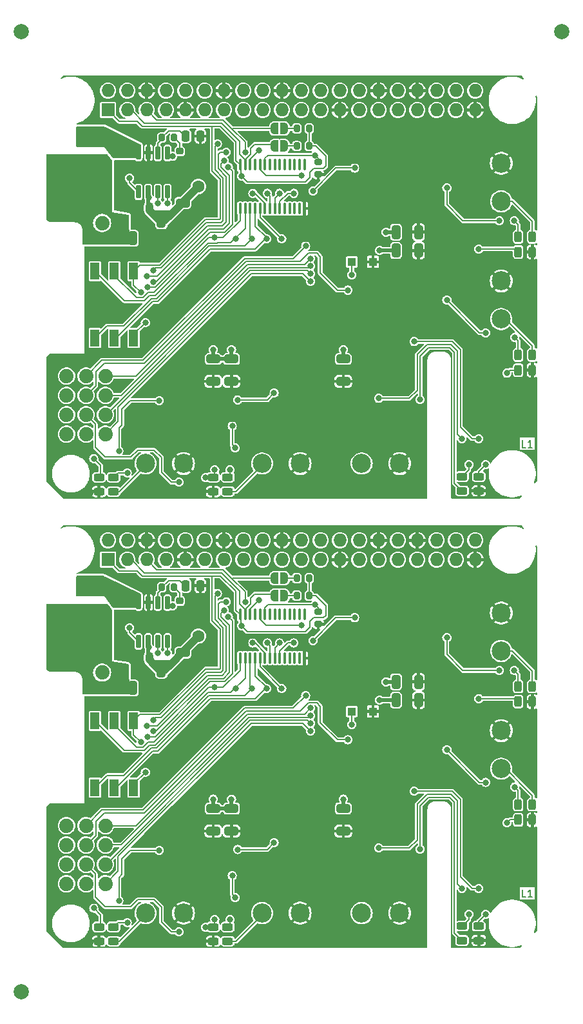
<source format=gbr>
%TF.GenerationSoftware,KiCad,Pcbnew,8.0.2+dfsg-1*%
%TF.CreationDate,2024-06-03T21:11:43+01:00*%
%TF.ProjectId,panel,70616e65-6c2e-46b6-9963-61645f706362,rev?*%
%TF.SameCoordinates,Original*%
%TF.FileFunction,Copper,L1,Top*%
%TF.FilePolarity,Positive*%
%FSLAX46Y46*%
G04 Gerber Fmt 4.6, Leading zero omitted, Abs format (unit mm)*
G04 Created by KiCad (PCBNEW 8.0.2+dfsg-1) date 2024-06-03 21:11:43*
%MOMM*%
%LPD*%
G01*
G04 APERTURE LIST*
G04 Aperture macros list*
%AMRoundRect*
0 Rectangle with rounded corners*
0 $1 Rounding radius*
0 $2 $3 $4 $5 $6 $7 $8 $9 X,Y pos of 4 corners*
0 Add a 4 corners polygon primitive as box body*
4,1,4,$2,$3,$4,$5,$6,$7,$8,$9,$2,$3,0*
0 Add four circle primitives for the rounded corners*
1,1,$1+$1,$2,$3*
1,1,$1+$1,$4,$5*
1,1,$1+$1,$6,$7*
1,1,$1+$1,$8,$9*
0 Add four rect primitives between the rounded corners*
20,1,$1+$1,$2,$3,$4,$5,0*
20,1,$1+$1,$4,$5,$6,$7,0*
20,1,$1+$1,$6,$7,$8,$9,0*
20,1,$1+$1,$8,$9,$2,$3,0*%
%AMFreePoly0*
4,1,19,0.500000,-0.750000,0.000000,-0.750000,0.000000,-0.744911,-0.071157,-0.744911,-0.207708,-0.704816,-0.327430,-0.627875,-0.420627,-0.520320,-0.479746,-0.390866,-0.500000,-0.250000,-0.500000,0.250000,-0.479746,0.390866,-0.420627,0.520320,-0.327430,0.627875,-0.207708,0.704816,-0.071157,0.744911,0.000000,0.744911,0.000000,0.750000,0.500000,0.750000,0.500000,-0.750000,0.500000,-0.750000,
$1*%
%AMFreePoly1*
4,1,19,0.000000,0.744911,0.071157,0.744911,0.207708,0.704816,0.327430,0.627875,0.420627,0.520320,0.479746,0.390866,0.500000,0.250000,0.500000,-0.250000,0.479746,-0.390866,0.420627,-0.520320,0.327430,-0.627875,0.207708,-0.704816,0.071157,-0.744911,0.000000,-0.744911,0.000000,-0.750000,-0.500000,-0.750000,-0.500000,0.750000,0.000000,0.750000,0.000000,0.744911,0.000000,0.744911,
$1*%
G04 Aperture macros list end*
%ADD10C,0.150000*%
%TA.AperFunction,NonConductor*%
%ADD11C,0.150000*%
%TD*%
%TA.AperFunction,SMDPad,CuDef*%
%ADD12RoundRect,0.200000X0.275000X-0.200000X0.275000X0.200000X-0.275000X0.200000X-0.275000X-0.200000X0*%
%TD*%
%TA.AperFunction,SMDPad,CuDef*%
%ADD13RoundRect,0.200000X-0.200000X-0.275000X0.200000X-0.275000X0.200000X0.275000X-0.200000X0.275000X0*%
%TD*%
%TA.AperFunction,ComponentPad*%
%ADD14C,2.500000*%
%TD*%
%TA.AperFunction,SMDPad,CuDef*%
%ADD15C,2.000000*%
%TD*%
%TA.AperFunction,SMDPad,CuDef*%
%ADD16R,3.600000X2.700000*%
%TD*%
%TA.AperFunction,SMDPad,CuDef*%
%ADD17RoundRect,0.250000X0.650000X-0.325000X0.650000X0.325000X-0.650000X0.325000X-0.650000X-0.325000X0*%
%TD*%
%TA.AperFunction,SMDPad,CuDef*%
%ADD18RoundRect,0.150000X0.150000X-0.737500X0.150000X0.737500X-0.150000X0.737500X-0.150000X-0.737500X0*%
%TD*%
%TA.AperFunction,ComponentPad*%
%ADD19C,0.600000*%
%TD*%
%TA.AperFunction,SMDPad,CuDef*%
%ADD20R,4.900000X2.950000*%
%TD*%
%TA.AperFunction,SMDPad,CuDef*%
%ADD21RoundRect,0.250000X-0.250000X-0.475000X0.250000X-0.475000X0.250000X0.475000X-0.250000X0.475000X0*%
%TD*%
%TA.AperFunction,SMDPad,CuDef*%
%ADD22RoundRect,0.243750X0.456250X-0.243750X0.456250X0.243750X-0.456250X0.243750X-0.456250X-0.243750X0*%
%TD*%
%TA.AperFunction,SMDPad,CuDef*%
%ADD23RoundRect,0.250000X-0.325000X-0.650000X0.325000X-0.650000X0.325000X0.650000X-0.325000X0.650000X0*%
%TD*%
%TA.AperFunction,SMDPad,CuDef*%
%ADD24R,1.200000X2.250000*%
%TD*%
%TA.AperFunction,SMDPad,CuDef*%
%ADD25RoundRect,0.243750X0.243750X0.456250X-0.243750X0.456250X-0.243750X-0.456250X0.243750X-0.456250X0*%
%TD*%
%TA.AperFunction,SMDPad,CuDef*%
%ADD26R,1.100000X1.100000*%
%TD*%
%TA.AperFunction,SMDPad,CuDef*%
%ADD27RoundRect,0.225000X-0.250000X0.225000X-0.250000X-0.225000X0.250000X-0.225000X0.250000X0.225000X0*%
%TD*%
%TA.AperFunction,SMDPad,CuDef*%
%ADD28RoundRect,0.100000X0.100000X-0.637500X0.100000X0.637500X-0.100000X0.637500X-0.100000X-0.637500X0*%
%TD*%
%TA.AperFunction,ComponentPad*%
%ADD29C,1.879600*%
%TD*%
%TA.AperFunction,SMDPad,CuDef*%
%ADD30RoundRect,0.250000X-0.650000X0.325000X-0.650000X-0.325000X0.650000X-0.325000X0.650000X0.325000X0*%
%TD*%
%TA.AperFunction,SMDPad,CuDef*%
%ADD31FreePoly0,0.000000*%
%TD*%
%TA.AperFunction,SMDPad,CuDef*%
%ADD32FreePoly1,0.000000*%
%TD*%
%TA.AperFunction,ComponentPad*%
%ADD33R,1.727200X1.727200*%
%TD*%
%TA.AperFunction,ComponentPad*%
%ADD34O,1.727200X1.727200*%
%TD*%
%TA.AperFunction,SMDPad,CuDef*%
%ADD35RoundRect,0.225000X0.225000X0.250000X-0.225000X0.250000X-0.225000X-0.250000X0.225000X-0.250000X0*%
%TD*%
%TA.AperFunction,SMDPad,CuDef*%
%ADD36RoundRect,0.250000X0.325000X0.650000X-0.325000X0.650000X-0.325000X-0.650000X0.325000X-0.650000X0*%
%TD*%
%TA.AperFunction,ComponentPad*%
%ADD37C,1.600000*%
%TD*%
%TA.AperFunction,ViaPad*%
%ADD38C,0.800000*%
%TD*%
%TA.AperFunction,Conductor*%
%ADD39C,0.200000*%
%TD*%
%TA.AperFunction,Conductor*%
%ADD40C,1.000000*%
%TD*%
%TA.AperFunction,Conductor*%
%ADD41C,0.500000*%
%TD*%
G04 APERTURE END LIST*
D10*
D11*
X179283333Y-136054819D02*
X178807143Y-136054819D01*
X178807143Y-136054819D02*
X178807143Y-135054819D01*
X180140476Y-136054819D02*
X179569048Y-136054819D01*
X179854762Y-136054819D02*
X179854762Y-135054819D01*
X179854762Y-135054819D02*
X179759524Y-135197676D01*
X179759524Y-135197676D02*
X179664286Y-135292914D01*
X179664286Y-135292914D02*
X179569048Y-135340533D01*
D10*
D11*
X179283333Y-77054819D02*
X178807143Y-77054819D01*
X178807143Y-77054819D02*
X178807143Y-76054819D01*
X180140476Y-77054819D02*
X179569048Y-77054819D01*
X179854762Y-77054819D02*
X179854762Y-76054819D01*
X179854762Y-76054819D02*
X179759524Y-76197676D01*
X179759524Y-76197676D02*
X179664286Y-76292914D01*
X179664286Y-76292914D02*
X179569048Y-76340533D01*
D12*
%TO.P,R28,1,1*%
%TO.N,Board_1-GND*%
X152000000Y-100225000D03*
%TO.P,R28,2,2*%
%TO.N,Board_1-OE*%
X152000000Y-98575000D03*
%TD*%
D13*
%TO.P,R39,1,1*%
%TO.N,Board_1-Net-(JP7-B)*%
X149175000Y-96500000D03*
%TO.P,R39,2,2*%
%TO.N,Board_1-+3V3*%
X150825000Y-96500000D03*
%TD*%
D14*
%TO.P,J8,1,Pin_1*%
%TO.N,Board_1-OUT4*%
X176050000Y-103750000D03*
%TO.P,J8,2,Pin_2*%
%TO.N,Board_1-GND*%
X176050000Y-98750000D03*
%TD*%
D13*
%TO.P,R40,1,1*%
%TO.N,Board_0-Net-(JP8-B)*%
X149175000Y-35200000D03*
%TO.P,R40,2,2*%
%TO.N,Board_0-+3V3*%
X150825000Y-35200000D03*
%TD*%
D15*
%TO.P,KiKit_FID_T_3,*%
%TO.N,*%
X113000000Y-148500046D03*
%TD*%
D16*
%TO.P,L1,1,1*%
%TO.N,Board_1-/SW*%
X122000000Y-95250000D03*
%TO.P,L1,2,2*%
%TO.N,Board_1-+5V*%
X122000000Y-103550000D03*
%TD*%
D17*
%TO.P,C5,1*%
%TO.N,Board_0-VCC*%
X134200000Y-44975000D03*
%TO.P,C5,2*%
%TO.N,Board_0-GND*%
X134200000Y-42025000D03*
%TD*%
D18*
%TO.P,U1,1,BOOT*%
%TO.N,Board_1-/BOOT*%
X128395000Y-102512500D03*
%TO.P,U1,2,VIN*%
%TO.N,Board_1-VCC*%
X129665000Y-102512500D03*
%TO.P,U1,3,EN*%
%TO.N,Board_1-/EN*%
X130935000Y-102512500D03*
%TO.P,U1,4,SS*%
%TO.N,Board_1-/SS*%
X132205000Y-102512500D03*
%TO.P,U1,5,VSENSE*%
%TO.N,Board_1-/VSENSE*%
X132205000Y-97387500D03*
%TO.P,U1,6,COMP*%
%TO.N,Board_1-/COMP*%
X130935000Y-97387500D03*
%TO.P,U1,7,GND*%
%TO.N,Board_1-GND*%
X129665000Y-97387500D03*
%TO.P,U1,8,SW*%
%TO.N,Board_1-/SW*%
X128395000Y-97387500D03*
D19*
%TO.P,U1,9,GND*%
%TO.N,Board_1-GND*%
X129000000Y-100600000D03*
X130300000Y-100600000D03*
X131600000Y-100600000D03*
D20*
X130300000Y-99950000D03*
D19*
X130300000Y-99300000D03*
X131600000Y-99300000D03*
%TD*%
D21*
%TO.P,C22,1*%
%TO.N,Board_0-/COMP*%
X134600000Y-36200000D03*
%TO.P,C22,2*%
%TO.N,Board_0-GND*%
X136500000Y-36200000D03*
%TD*%
D22*
%TO.P,D4,1,K*%
%TO.N,Board_0-OUT1*%
X125100000Y-82837500D03*
%TO.P,D4,2,A*%
%TO.N,Board_0-Net-(D4-A)*%
X125100000Y-80962500D03*
%TD*%
%TO.P,D1,1,K*%
%TO.N,Board_0-Net-(D1-K)*%
X170900000Y-82737500D03*
%TO.P,D1,2,A*%
%TO.N,Board_0-Net-(D1-A)*%
X170900000Y-80862500D03*
%TD*%
D23*
%TO.P,C16,1*%
%TO.N,Board_0-VCC*%
X162225000Y-51200000D03*
%TO.P,C16,2*%
%TO.N,Board_0-GND*%
X165175000Y-51200000D03*
%TD*%
D14*
%TO.P,J7,1,Pin_1*%
%TO.N,Board_1-OUT3*%
X176050000Y-119200000D03*
%TO.P,J7,2,Pin_2*%
%TO.N,Board_1-GND*%
X176050000Y-114200000D03*
%TD*%
D24*
%TO.P,SW1,1,1*%
%TO.N,Board_1-Net-(U2-A0)*%
X125200000Y-112925000D03*
%TO.P,SW1,2,2*%
%TO.N,Board_1-Net-(U2-A1)*%
X122660000Y-112925000D03*
%TO.P,SW1,4,4*%
%TO.N,Board_1-Net-(U2-A2)*%
X122660000Y-121675000D03*
%TO.P,SW1,8,8*%
%TO.N,Board_1-Net-(U2-A3)*%
X125200000Y-121675000D03*
%TO.P,SW1,C,C*%
%TO.N,Board_1-+3V3*%
X127740000Y-112925000D03*
X127740000Y-121675000D03*
%TD*%
D25*
%TO.P,D37,1,K*%
%TO.N,Board_0-GND*%
X180137500Y-51400000D03*
%TO.P,D37,2,A*%
%TO.N,Board_0-Net-(D26-A)*%
X178262500Y-51400000D03*
%TD*%
D13*
%TO.P,R44,1,1*%
%TO.N,Board_0-/COMP*%
X131425000Y-36400000D03*
%TO.P,R44,2,2*%
%TO.N,Board_0-Net-(C23-Pad1)*%
X133075000Y-36400000D03*
%TD*%
D26*
%TO.P,D15,1,K*%
%TO.N,Board_1-Net-(D13-A)*%
X156400000Y-111700000D03*
%TO.P,D15,2,A*%
%TO.N,Board_1-GND*%
X159200000Y-111700000D03*
%TD*%
D21*
%TO.P,C22,1*%
%TO.N,Board_1-/COMP*%
X134600000Y-95200000D03*
%TO.P,C22,2*%
%TO.N,Board_1-GND*%
X136500000Y-95200000D03*
%TD*%
D14*
%TO.P,J5,1,Pin_1*%
%TO.N,Board_1-OUT2*%
X144625000Y-138150000D03*
%TO.P,J5,2,Pin_2*%
%TO.N,Board_1-GND*%
X149625000Y-138150000D03*
%TD*%
D22*
%TO.P,D19,1,K*%
%TO.N,Board_1-OUT2*%
X140100000Y-141837500D03*
%TO.P,D19,2,A*%
%TO.N,Board_1-Net-(D19-A)*%
X140100000Y-139962500D03*
%TD*%
D27*
%TO.P,C23,1*%
%TO.N,Board_1-Net-(C23-Pad1)*%
X133800000Y-97175000D03*
%TO.P,C23,2*%
%TO.N,Board_1-GND*%
X133800000Y-98725000D03*
%TD*%
D22*
%TO.P,D29,1,K*%
%TO.N,Board_1-GND*%
X123200000Y-141837500D03*
%TO.P,D29,2,A*%
%TO.N,Board_1-Net-(D12-A)*%
X123200000Y-139962500D03*
%TD*%
D14*
%TO.P,J3,1,Pin_1*%
%TO.N,Board_0-VIN*%
X157700000Y-79150000D03*
%TO.P,J3,2,Pin_2*%
%TO.N,Board_0-GND*%
X162700000Y-79150000D03*
%TD*%
%TO.P,J4,1,Pin_1*%
%TO.N,Board_1-OUT1*%
X129300000Y-138150000D03*
%TO.P,J4,2,Pin_2*%
%TO.N,Board_1-GND*%
X134300000Y-138150000D03*
%TD*%
%TO.P,J7,1,Pin_1*%
%TO.N,Board_0-OUT3*%
X176050000Y-60200000D03*
%TO.P,J7,2,Pin_2*%
%TO.N,Board_0-GND*%
X176050000Y-55200000D03*
%TD*%
D22*
%TO.P,D38,1,K*%
%TO.N,Board_1-GND*%
X173100000Y-141737500D03*
%TO.P,D38,2,A*%
%TO.N,Board_1-Net-(D38-A)*%
X173100000Y-139862500D03*
%TD*%
D28*
%TO.P,U2,1,A0*%
%TO.N,Board_0-Net-(U2-A0)*%
X141750000Y-45687500D03*
%TO.P,U2,2,A1*%
%TO.N,Board_0-Net-(U2-A1)*%
X142400000Y-45687500D03*
%TO.P,U2,3,A2*%
%TO.N,Board_0-Net-(U2-A2)*%
X143050000Y-45687500D03*
%TO.P,U2,4,A3*%
%TO.N,Board_0-Net-(U2-A3)*%
X143700000Y-45687500D03*
%TO.P,U2,5,A4*%
%TO.N,Board_0-Net-(U2-A4)*%
X144350000Y-45687500D03*
%TO.P,U2,6,LED0*%
%TO.N,Board_0-Net-(U2-LED0)*%
X145000000Y-45687500D03*
%TO.P,U2,7,LED1*%
%TO.N,Board_0-Net-(U2-LED1)*%
X145650000Y-45687500D03*
%TO.P,U2,8,LED2*%
%TO.N,Board_0-Net-(U2-LED2)*%
X146300000Y-45687500D03*
%TO.P,U2,9,LED3*%
%TO.N,Board_0-Net-(U2-LED3)*%
X146950000Y-45687500D03*
%TO.P,U2,10,LED4*%
%TO.N,Board_0-unconnected-(U2-LED4-Pad10)*%
X147600000Y-45687500D03*
%TO.P,U2,11,LED5*%
%TO.N,Board_0-unconnected-(U2-LED5-Pad11)*%
X148250000Y-45687500D03*
%TO.P,U2,12,LED6*%
%TO.N,Board_0-unconnected-(U2-LED6-Pad12)*%
X148900000Y-45687500D03*
%TO.P,U2,13,LED7*%
%TO.N,Board_0-unconnected-(U2-LED7-Pad13)*%
X149550000Y-45687500D03*
%TO.P,U2,14,VSS*%
%TO.N,Board_0-GND*%
X150200000Y-45687500D03*
%TO.P,U2,15,LED8*%
%TO.N,Board_0-unconnected-(U2-LED8-Pad15)*%
X150200000Y-39962500D03*
%TO.P,U2,16,LED9*%
%TO.N,Board_0-unconnected-(U2-LED9-Pad16)*%
X149550000Y-39962500D03*
%TO.P,U2,17,LED10*%
%TO.N,Board_0-unconnected-(U2-LED10-Pad17)*%
X148900000Y-39962500D03*
%TO.P,U2,18,LED11*%
%TO.N,Board_0-unconnected-(U2-LED11-Pad18)*%
X148250000Y-39962500D03*
%TO.P,U2,19,LED12*%
%TO.N,Board_0-unconnected-(U2-LED12-Pad19)*%
X147600000Y-39962500D03*
%TO.P,U2,20,LED13*%
%TO.N,Board_0-unconnected-(U2-LED13-Pad20)*%
X146950000Y-39962500D03*
%TO.P,U2,21,LED14*%
%TO.N,Board_0-unconnected-(U2-LED14-Pad21)*%
X146300000Y-39962500D03*
%TO.P,U2,22,LED15*%
%TO.N,Board_0-unconnected-(U2-LED15-Pad22)*%
X145650000Y-39962500D03*
%TO.P,U2,23,~{OE}*%
%TO.N,Board_0-OE*%
X145000000Y-39962500D03*
%TO.P,U2,24,A5*%
%TO.N,Board_0-Net-(U2-A5)*%
X144350000Y-39962500D03*
%TO.P,U2,25,EXTCLK*%
%TO.N,Board_0-unconnected-(U2-EXTCLK-Pad25)*%
X143700000Y-39962500D03*
%TO.P,U2,26,SCL*%
%TO.N,Board_0-I2C_SCL*%
X143050000Y-39962500D03*
%TO.P,U2,27,SDA*%
%TO.N,Board_0-I2C_SDA*%
X142400000Y-39962500D03*
%TO.P,U2,28,VDD*%
%TO.N,Board_0-+3V3*%
X141750000Y-39962500D03*
%TD*%
D29*
%TO.P,J1,1,1*%
%TO.N,Board_1-PI4*%
X118920000Y-126670000D03*
%TO.P,J1,2,2*%
%TO.N,Board_1-PI3*%
X118920000Y-129210000D03*
%TO.P,J1,3,3*%
%TO.N,Board_1-PI2*%
X118920000Y-131750000D03*
%TO.P,J1,4,4*%
%TO.N,Board_1-PI1*%
X118920000Y-134290000D03*
%TD*%
D13*
%TO.P,R44,1,1*%
%TO.N,Board_1-/COMP*%
X131425000Y-95400000D03*
%TO.P,R44,2,2*%
%TO.N,Board_1-Net-(C23-Pad1)*%
X133075000Y-95400000D03*
%TD*%
D29*
%TO.P,J1,1,1*%
%TO.N,Board_0-PI4*%
X118920000Y-67670000D03*
%TO.P,J1,2,2*%
%TO.N,Board_0-PI3*%
X118920000Y-70210000D03*
%TO.P,J1,3,3*%
%TO.N,Board_0-PI2*%
X118920000Y-72750000D03*
%TO.P,J1,4,4*%
%TO.N,Board_0-PI1*%
X118920000Y-75290000D03*
%TD*%
D14*
%TO.P,J5,1,Pin_1*%
%TO.N,Board_0-OUT2*%
X144625000Y-79150000D03*
%TO.P,J5,2,Pin_2*%
%TO.N,Board_0-GND*%
X149625000Y-79150000D03*
%TD*%
D25*
%TO.P,D30,1,K*%
%TO.N,Board_1-GND*%
X180137500Y-125900000D03*
%TO.P,D30,2,A*%
%TO.N,Board_1-Net-(D13-A)*%
X178262500Y-125900000D03*
%TD*%
D30*
%TO.P,C1,1*%
%TO.N,Board_0-VCC*%
X155300000Y-65425000D03*
%TO.P,C1,2*%
%TO.N,Board_0-GND*%
X155300000Y-68375000D03*
%TD*%
D13*
%TO.P,R39,1,1*%
%TO.N,Board_0-Net-(JP7-B)*%
X149175000Y-37500000D03*
%TO.P,R39,2,2*%
%TO.N,Board_0-+3V3*%
X150825000Y-37500000D03*
%TD*%
D22*
%TO.P,D29,1,K*%
%TO.N,Board_0-GND*%
X123200000Y-82837500D03*
%TO.P,D29,2,A*%
%TO.N,Board_0-Net-(D12-A)*%
X123200000Y-80962500D03*
%TD*%
D30*
%TO.P,C11,1*%
%TO.N,Board_1-VCC*%
X140600000Y-124425000D03*
%TO.P,C11,2*%
%TO.N,Board_1-GND*%
X140600000Y-127375000D03*
%TD*%
D12*
%TO.P,R28,1,1*%
%TO.N,Board_0-GND*%
X152000000Y-41225000D03*
%TO.P,R28,2,2*%
%TO.N,Board_0-OE*%
X152000000Y-39575000D03*
%TD*%
D30*
%TO.P,C3,1*%
%TO.N,Board_0-VCC*%
X138200000Y-65425000D03*
%TO.P,C3,2*%
%TO.N,Board_0-GND*%
X138200000Y-68375000D03*
%TD*%
%TO.P,C1,1*%
%TO.N,Board_1-VCC*%
X155300000Y-124425000D03*
%TO.P,C1,2*%
%TO.N,Board_1-GND*%
X155300000Y-127375000D03*
%TD*%
%TO.P,C3,1*%
%TO.N,Board_1-VCC*%
X138200000Y-124425000D03*
%TO.P,C3,2*%
%TO.N,Board_1-GND*%
X138200000Y-127375000D03*
%TD*%
%TO.P,C11,1*%
%TO.N,Board_0-VCC*%
X140600000Y-65425000D03*
%TO.P,C11,2*%
%TO.N,Board_0-GND*%
X140600000Y-68375000D03*
%TD*%
D22*
%TO.P,D1,1,K*%
%TO.N,Board_1-Net-(D1-K)*%
X170900000Y-141737500D03*
%TO.P,D1,2,A*%
%TO.N,Board_1-Net-(D1-A)*%
X170900000Y-139862500D03*
%TD*%
D16*
%TO.P,L1,1,1*%
%TO.N,Board_0-/SW*%
X122000000Y-36250000D03*
%TO.P,L1,2,2*%
%TO.N,Board_0-+5V*%
X122000000Y-44550000D03*
%TD*%
D31*
%TO.P,JP7,1,A*%
%TO.N,Board_1-I2C_SDA*%
X146250000Y-96500000D03*
D32*
%TO.P,JP7,2,B*%
%TO.N,Board_1-Net-(JP7-B)*%
X147550000Y-96500000D03*
%TD*%
D25*
%TO.P,D5,1,K*%
%TO.N,Board_1-OUT3*%
X180137500Y-123900000D03*
%TO.P,D5,2,A*%
%TO.N,Board_1-Net-(D5-A)*%
X178262500Y-123900000D03*
%TD*%
D22*
%TO.P,D4,1,K*%
%TO.N,Board_1-OUT1*%
X125100000Y-141837500D03*
%TO.P,D4,2,A*%
%TO.N,Board_1-Net-(D4-A)*%
X125100000Y-139962500D03*
%TD*%
D23*
%TO.P,C16,1*%
%TO.N,Board_1-VCC*%
X162225000Y-110200000D03*
%TO.P,C16,2*%
%TO.N,Board_1-GND*%
X165175000Y-110200000D03*
%TD*%
D18*
%TO.P,U1,1,BOOT*%
%TO.N,Board_0-/BOOT*%
X128395000Y-43512500D03*
%TO.P,U1,2,VIN*%
%TO.N,Board_0-VCC*%
X129665000Y-43512500D03*
%TO.P,U1,3,EN*%
%TO.N,Board_0-/EN*%
X130935000Y-43512500D03*
%TO.P,U1,4,SS*%
%TO.N,Board_0-/SS*%
X132205000Y-43512500D03*
%TO.P,U1,5,VSENSE*%
%TO.N,Board_0-/VSENSE*%
X132205000Y-38387500D03*
%TO.P,U1,6,COMP*%
%TO.N,Board_0-/COMP*%
X130935000Y-38387500D03*
%TO.P,U1,7,GND*%
%TO.N,Board_0-GND*%
X129665000Y-38387500D03*
%TO.P,U1,8,SW*%
%TO.N,Board_0-/SW*%
X128395000Y-38387500D03*
D19*
%TO.P,U1,9,GND*%
%TO.N,Board_0-GND*%
X129000000Y-41600000D03*
X130300000Y-41600000D03*
X131600000Y-41600000D03*
D20*
X130300000Y-40950000D03*
D19*
X130300000Y-40300000D03*
X131600000Y-40300000D03*
%TD*%
D29*
%TO.P,J9,1,1*%
%TO.N,Board_0-+5V*%
X126140000Y-47590000D03*
%TO.P,J9,2,2*%
%TO.N,Board_0-/PI_5V0_P*%
X123600000Y-47590000D03*
%TD*%
D15*
%TO.P,KiKit_FID_T_1,*%
%TO.N,*%
X113000000Y-22500000D03*
%TD*%
D24*
%TO.P,SW1,1,1*%
%TO.N,Board_0-Net-(U2-A0)*%
X125200000Y-53925000D03*
%TO.P,SW1,2,2*%
%TO.N,Board_0-Net-(U2-A1)*%
X122660000Y-53925000D03*
%TO.P,SW1,4,4*%
%TO.N,Board_0-Net-(U2-A2)*%
X122660000Y-62675000D03*
%TO.P,SW1,8,8*%
%TO.N,Board_0-Net-(U2-A3)*%
X125200000Y-62675000D03*
%TO.P,SW1,C,C*%
%TO.N,Board_0-+3V3*%
X127740000Y-53925000D03*
X127740000Y-62675000D03*
%TD*%
D23*
%TO.P,C15,1*%
%TO.N,Board_1-VCC*%
X162225000Y-107800000D03*
%TO.P,C15,2*%
%TO.N,Board_1-GND*%
X165175000Y-107800000D03*
%TD*%
D22*
%TO.P,D31,1,K*%
%TO.N,Board_1-GND*%
X138200000Y-141837500D03*
%TO.P,D31,2,A*%
%TO.N,Board_1-Net-(D25-A)*%
X138200000Y-139962500D03*
%TD*%
D33*
%TO.P,J2,1,3.3V*%
%TO.N,Board_0-+3V3*%
X124370000Y-32770000D03*
D34*
%TO.P,J2,2,5V*%
%TO.N,Board_0-PI_5V0*%
X124370000Y-30230000D03*
%TO.P,J2,3,SDA*%
%TO.N,Board_0-I2C_SDA*%
X126910000Y-32770000D03*
%TO.P,J2,4,5V*%
%TO.N,Board_0-PI_5V0*%
X126910000Y-30230000D03*
%TO.P,J2,5,SCL*%
%TO.N,Board_0-I2C_SCL*%
X129450000Y-32770000D03*
%TO.P,J2,6,GND*%
%TO.N,Board_0-GND*%
X129450000Y-30230000D03*
%TO.P,J2,7,GP4*%
%TO.N,Board_0-unconnected-(J2-GP4-Pad7)*%
X131990000Y-32770000D03*
%TO.P,J2,8,TXO*%
%TO.N,Board_0-unconnected-(J2-TXO-Pad8)*%
X131990000Y-30230000D03*
%TO.P,J2,9,GND*%
%TO.N,Board_0-GND*%
X134530000Y-32770000D03*
%TO.P,J2,10,RXI*%
%TO.N,Board_0-unconnected-(J2-RXI-Pad10)*%
X134530000Y-30230000D03*
%TO.P,J2,11,GP17*%
%TO.N,Board_0-unconnected-(J2-GP17-Pad11)*%
X137070000Y-32770000D03*
%TO.P,J2,12,GP18#*%
%TO.N,Board_0-unconnected-(J2-GP18#-Pad12)*%
X137070000Y-30230000D03*
%TO.P,J2,13,GP27*%
%TO.N,Board_0-Net-(J2-GP27)*%
X139610000Y-32770000D03*
%TO.P,J2,14,GND*%
%TO.N,Board_0-GND*%
X139610000Y-30230000D03*
%TO.P,J2,15,GP22*%
%TO.N,Board_0-Net-(J2-GP22)*%
X142150000Y-32770000D03*
%TO.P,J2,16,GP23*%
%TO.N,Board_0-Net-(J2-GP23)*%
X142150000Y-30230000D03*
%TO.P,J2,17,3.3V*%
%TO.N,Board_0-unconnected-(J2-3.3V-Pad17)*%
X144690000Y-32770000D03*
%TO.P,J2,18,GP24*%
%TO.N,Board_0-Net-(J2-GP24)*%
X144690000Y-30230000D03*
%TO.P,J2,19,MOSI*%
%TO.N,Board_0-unconnected-(J2-MOSI-Pad19)*%
X147230000Y-32770000D03*
%TO.P,J2,20,GND*%
%TO.N,Board_0-GND*%
X147230000Y-30230000D03*
%TO.P,J2,21,MISO*%
%TO.N,Board_0-unconnected-(J2-MISO-Pad21)*%
X149770000Y-32770000D03*
%TO.P,J2,22,GP25*%
%TO.N,Board_0-OE*%
X149770000Y-30230000D03*
%TO.P,J2,23,SCLK*%
%TO.N,Board_0-unconnected-(J2-SCLK-Pad23)*%
X152310000Y-32770000D03*
%TO.P,J2,24,CE0*%
%TO.N,Board_0-unconnected-(J2-CE0-Pad24)*%
X152310000Y-30230000D03*
%TO.P,J2,25,GND*%
%TO.N,Board_0-GND*%
X154850000Y-32770000D03*
%TO.P,J2,26,CE1*%
%TO.N,Board_0-unconnected-(J2-CE1-Pad26)*%
X154850000Y-30230000D03*
%TO.P,J2,27,ID_SD*%
%TO.N,Board_0-unconnected-(J2-ID_SD-Pad27)*%
X157390000Y-32770000D03*
%TO.P,J2,28,ID_SC*%
%TO.N,Board_0-unconnected-(J2-ID_SC-Pad28)*%
X157390000Y-30230000D03*
%TO.P,J2,29,GP5*%
%TO.N,Board_0-unconnected-(J2-GP5-Pad29)*%
X159930000Y-32770000D03*
%TO.P,J2,30,GND*%
%TO.N,Board_0-GND*%
X159930000Y-30230000D03*
%TO.P,J2,31,GP6*%
%TO.N,Board_0-unconnected-(J2-GP6-Pad31)*%
X162470000Y-32770000D03*
%TO.P,J2,32,GP12*%
%TO.N,Board_0-unconnected-(J2-GP12-Pad32)*%
X162470000Y-30230000D03*
%TO.P,J2,33,GP13*%
%TO.N,Board_0-unconnected-(J2-GP13-Pad33)*%
X165010000Y-32770000D03*
%TO.P,J2,34,GND*%
%TO.N,Board_0-GND*%
X165010000Y-30230000D03*
%TO.P,J2,35,GP19*%
%TO.N,Board_0-unconnected-(J2-GP19-Pad35)*%
X167550000Y-32770000D03*
%TO.P,J2,36,GP16*%
%TO.N,Board_0-unconnected-(J2-GP16-Pad36)*%
X167550000Y-30230000D03*
%TO.P,J2,37,GP26*%
%TO.N,Board_0-unconnected-(J2-GP26-Pad37)*%
X170090000Y-32770000D03*
%TO.P,J2,38,GP20*%
%TO.N,Board_0-unconnected-(J2-GP20-Pad38)*%
X170090000Y-30230000D03*
%TO.P,J2,39,GND*%
%TO.N,Board_0-GND*%
X172630000Y-32770000D03*
%TO.P,J2,40,GP21*%
%TO.N,Board_0-unconnected-(J2-GP21-Pad40)*%
X172630000Y-30230000D03*
%TD*%
D31*
%TO.P,JP8,1,A*%
%TO.N,Board_1-I2C_SCL*%
X146250000Y-94200000D03*
D32*
%TO.P,JP8,2,B*%
%TO.N,Board_1-Net-(JP8-B)*%
X147550000Y-94200000D03*
%TD*%
D25*
%TO.P,D20,1,K*%
%TO.N,Board_1-OUT4*%
X180137500Y-108400000D03*
%TO.P,D20,2,A*%
%TO.N,Board_1-Net-(D20-A)*%
X178262500Y-108400000D03*
%TD*%
D35*
%TO.P,C6,1*%
%TO.N,Board_0-VCC*%
X129775000Y-45400000D03*
%TO.P,C6,2*%
%TO.N,Board_0-GND*%
X128225000Y-45400000D03*
%TD*%
D29*
%TO.P,J9,1,1*%
%TO.N,Board_1-+5V*%
X126140000Y-106590000D03*
%TO.P,J9,2,2*%
%TO.N,Board_1-/PI_5V0_P*%
X123600000Y-106590000D03*
%TD*%
D14*
%TO.P,J4,1,Pin_1*%
%TO.N,Board_0-OUT1*%
X129300000Y-79150000D03*
%TO.P,J4,2,Pin_2*%
%TO.N,Board_0-GND*%
X134300000Y-79150000D03*
%TD*%
D13*
%TO.P,R40,1,1*%
%TO.N,Board_1-Net-(JP8-B)*%
X149175000Y-94200000D03*
%TO.P,R40,2,2*%
%TO.N,Board_1-+3V3*%
X150825000Y-94200000D03*
%TD*%
D14*
%TO.P,J3,1,Pin_1*%
%TO.N,Board_1-VIN*%
X157700000Y-138150000D03*
%TO.P,J3,2,Pin_2*%
%TO.N,Board_1-GND*%
X162700000Y-138150000D03*
%TD*%
D22*
%TO.P,D19,1,K*%
%TO.N,Board_0-OUT2*%
X140100000Y-82837500D03*
%TO.P,D19,2,A*%
%TO.N,Board_0-Net-(D19-A)*%
X140100000Y-80962500D03*
%TD*%
D15*
%TO.P,KiKit_FID_T_2,*%
%TO.N,*%
X184000000Y-22500000D03*
%TD*%
D29*
%TO.P,J6,1,1*%
%TO.N,Board_1-INPUT1*%
X124020000Y-134290000D03*
%TO.P,J6,2,2*%
%TO.N,Board_1-MOSFET1*%
X121480000Y-134290000D03*
%TO.P,J6,3,3*%
%TO.N,Board_1-INPUT2*%
X124020000Y-131750000D03*
%TO.P,J6,4,4*%
%TO.N,Board_1-MOSFET2*%
X121480000Y-131750000D03*
%TO.P,J6,5,5*%
%TO.N,Board_1-INPUT3*%
X124020000Y-129210000D03*
%TO.P,J6,6,6*%
%TO.N,Board_1-MOSFET3*%
X121480000Y-129210000D03*
%TO.P,J6,7,7*%
%TO.N,Board_1-INPUT4*%
X124020000Y-126670000D03*
%TO.P,J6,8,8*%
%TO.N,Board_1-MOSFET4*%
X121480000Y-126670000D03*
%TD*%
D23*
%TO.P,C14,1*%
%TO.N,Board_0-+5V*%
X127625000Y-49600000D03*
%TO.P,C14,2*%
%TO.N,Board_0-GND*%
X130575000Y-49600000D03*
%TD*%
D36*
%TO.P,C18,1*%
%TO.N,Board_1-VCC*%
X131375000Y-106300000D03*
%TO.P,C18,2*%
%TO.N,Board_1-GND*%
X128425000Y-106300000D03*
%TD*%
%TO.P,C18,1*%
%TO.N,Board_0-VCC*%
X131375000Y-47300000D03*
%TO.P,C18,2*%
%TO.N,Board_0-GND*%
X128425000Y-47300000D03*
%TD*%
D33*
%TO.P,J2,1,3.3V*%
%TO.N,Board_1-+3V3*%
X124370000Y-91770000D03*
D34*
%TO.P,J2,2,5V*%
%TO.N,Board_1-PI_5V0*%
X124370000Y-89230000D03*
%TO.P,J2,3,SDA*%
%TO.N,Board_1-I2C_SDA*%
X126910000Y-91770000D03*
%TO.P,J2,4,5V*%
%TO.N,Board_1-PI_5V0*%
X126910000Y-89230000D03*
%TO.P,J2,5,SCL*%
%TO.N,Board_1-I2C_SCL*%
X129450000Y-91770000D03*
%TO.P,J2,6,GND*%
%TO.N,Board_1-GND*%
X129450000Y-89230000D03*
%TO.P,J2,7,GP4*%
%TO.N,Board_1-unconnected-(J2-GP4-Pad7)*%
X131990000Y-91770000D03*
%TO.P,J2,8,TXO*%
%TO.N,Board_1-unconnected-(J2-TXO-Pad8)*%
X131990000Y-89230000D03*
%TO.P,J2,9,GND*%
%TO.N,Board_1-GND*%
X134530000Y-91770000D03*
%TO.P,J2,10,RXI*%
%TO.N,Board_1-unconnected-(J2-RXI-Pad10)*%
X134530000Y-89230000D03*
%TO.P,J2,11,GP17*%
%TO.N,Board_1-unconnected-(J2-GP17-Pad11)*%
X137070000Y-91770000D03*
%TO.P,J2,12,GP18#*%
%TO.N,Board_1-unconnected-(J2-GP18#-Pad12)*%
X137070000Y-89230000D03*
%TO.P,J2,13,GP27*%
%TO.N,Board_1-Net-(J2-GP27)*%
X139610000Y-91770000D03*
%TO.P,J2,14,GND*%
%TO.N,Board_1-GND*%
X139610000Y-89230000D03*
%TO.P,J2,15,GP22*%
%TO.N,Board_1-Net-(J2-GP22)*%
X142150000Y-91770000D03*
%TO.P,J2,16,GP23*%
%TO.N,Board_1-Net-(J2-GP23)*%
X142150000Y-89230000D03*
%TO.P,J2,17,3.3V*%
%TO.N,Board_1-unconnected-(J2-3.3V-Pad17)*%
X144690000Y-91770000D03*
%TO.P,J2,18,GP24*%
%TO.N,Board_1-Net-(J2-GP24)*%
X144690000Y-89230000D03*
%TO.P,J2,19,MOSI*%
%TO.N,Board_1-unconnected-(J2-MOSI-Pad19)*%
X147230000Y-91770000D03*
%TO.P,J2,20,GND*%
%TO.N,Board_1-GND*%
X147230000Y-89230000D03*
%TO.P,J2,21,MISO*%
%TO.N,Board_1-unconnected-(J2-MISO-Pad21)*%
X149770000Y-91770000D03*
%TO.P,J2,22,GP25*%
%TO.N,Board_1-OE*%
X149770000Y-89230000D03*
%TO.P,J2,23,SCLK*%
%TO.N,Board_1-unconnected-(J2-SCLK-Pad23)*%
X152310000Y-91770000D03*
%TO.P,J2,24,CE0*%
%TO.N,Board_1-unconnected-(J2-CE0-Pad24)*%
X152310000Y-89230000D03*
%TO.P,J2,25,GND*%
%TO.N,Board_1-GND*%
X154850000Y-91770000D03*
%TO.P,J2,26,CE1*%
%TO.N,Board_1-unconnected-(J2-CE1-Pad26)*%
X154850000Y-89230000D03*
%TO.P,J2,27,ID_SD*%
%TO.N,Board_1-unconnected-(J2-ID_SD-Pad27)*%
X157390000Y-91770000D03*
%TO.P,J2,28,ID_SC*%
%TO.N,Board_1-unconnected-(J2-ID_SC-Pad28)*%
X157390000Y-89230000D03*
%TO.P,J2,29,GP5*%
%TO.N,Board_1-unconnected-(J2-GP5-Pad29)*%
X159930000Y-91770000D03*
%TO.P,J2,30,GND*%
%TO.N,Board_1-GND*%
X159930000Y-89230000D03*
%TO.P,J2,31,GP6*%
%TO.N,Board_1-unconnected-(J2-GP6-Pad31)*%
X162470000Y-91770000D03*
%TO.P,J2,32,GP12*%
%TO.N,Board_1-unconnected-(J2-GP12-Pad32)*%
X162470000Y-89230000D03*
%TO.P,J2,33,GP13*%
%TO.N,Board_1-unconnected-(J2-GP13-Pad33)*%
X165010000Y-91770000D03*
%TO.P,J2,34,GND*%
%TO.N,Board_1-GND*%
X165010000Y-89230000D03*
%TO.P,J2,35,GP19*%
%TO.N,Board_1-unconnected-(J2-GP19-Pad35)*%
X167550000Y-91770000D03*
%TO.P,J2,36,GP16*%
%TO.N,Board_1-unconnected-(J2-GP16-Pad36)*%
X167550000Y-89230000D03*
%TO.P,J2,37,GP26*%
%TO.N,Board_1-unconnected-(J2-GP26-Pad37)*%
X170090000Y-91770000D03*
%TO.P,J2,38,GP20*%
%TO.N,Board_1-unconnected-(J2-GP20-Pad38)*%
X170090000Y-89230000D03*
%TO.P,J2,39,GND*%
%TO.N,Board_1-GND*%
X172630000Y-91770000D03*
%TO.P,J2,40,GP21*%
%TO.N,Board_1-unconnected-(J2-GP21-Pad40)*%
X172630000Y-89230000D03*
%TD*%
D26*
%TO.P,D15,1,K*%
%TO.N,Board_0-Net-(D13-A)*%
X156400000Y-52700000D03*
%TO.P,D15,2,A*%
%TO.N,Board_0-GND*%
X159200000Y-52700000D03*
%TD*%
D22*
%TO.P,D31,1,K*%
%TO.N,Board_0-GND*%
X138200000Y-82837500D03*
%TO.P,D31,2,A*%
%TO.N,Board_0-Net-(D25-A)*%
X138200000Y-80962500D03*
%TD*%
D29*
%TO.P,J6,1,1*%
%TO.N,Board_0-INPUT1*%
X124020000Y-75290000D03*
%TO.P,J6,2,2*%
%TO.N,Board_0-MOSFET1*%
X121480000Y-75290000D03*
%TO.P,J6,3,3*%
%TO.N,Board_0-INPUT2*%
X124020000Y-72750000D03*
%TO.P,J6,4,4*%
%TO.N,Board_0-MOSFET2*%
X121480000Y-72750000D03*
%TO.P,J6,5,5*%
%TO.N,Board_0-INPUT3*%
X124020000Y-70210000D03*
%TO.P,J6,6,6*%
%TO.N,Board_0-MOSFET3*%
X121480000Y-70210000D03*
%TO.P,J6,7,7*%
%TO.N,Board_0-INPUT4*%
X124020000Y-67670000D03*
%TO.P,J6,8,8*%
%TO.N,Board_0-MOSFET4*%
X121480000Y-67670000D03*
%TD*%
D22*
%TO.P,D38,1,K*%
%TO.N,Board_0-GND*%
X173100000Y-82737500D03*
%TO.P,D38,2,A*%
%TO.N,Board_0-Net-(D38-A)*%
X173100000Y-80862500D03*
%TD*%
D31*
%TO.P,JP7,1,A*%
%TO.N,Board_0-I2C_SDA*%
X146250000Y-37500000D03*
D32*
%TO.P,JP7,2,B*%
%TO.N,Board_0-Net-(JP7-B)*%
X147550000Y-37500000D03*
%TD*%
D23*
%TO.P,C15,1*%
%TO.N,Board_0-VCC*%
X162225000Y-48800000D03*
%TO.P,C15,2*%
%TO.N,Board_0-GND*%
X165175000Y-48800000D03*
%TD*%
D27*
%TO.P,C23,1*%
%TO.N,Board_0-Net-(C23-Pad1)*%
X133800000Y-38175000D03*
%TO.P,C23,2*%
%TO.N,Board_0-GND*%
X133800000Y-39725000D03*
%TD*%
D28*
%TO.P,U2,1,A0*%
%TO.N,Board_1-Net-(U2-A0)*%
X141750000Y-104687500D03*
%TO.P,U2,2,A1*%
%TO.N,Board_1-Net-(U2-A1)*%
X142400000Y-104687500D03*
%TO.P,U2,3,A2*%
%TO.N,Board_1-Net-(U2-A2)*%
X143050000Y-104687500D03*
%TO.P,U2,4,A3*%
%TO.N,Board_1-Net-(U2-A3)*%
X143700000Y-104687500D03*
%TO.P,U2,5,A4*%
%TO.N,Board_1-Net-(U2-A4)*%
X144350000Y-104687500D03*
%TO.P,U2,6,LED0*%
%TO.N,Board_1-Net-(U2-LED0)*%
X145000000Y-104687500D03*
%TO.P,U2,7,LED1*%
%TO.N,Board_1-Net-(U2-LED1)*%
X145650000Y-104687500D03*
%TO.P,U2,8,LED2*%
%TO.N,Board_1-Net-(U2-LED2)*%
X146300000Y-104687500D03*
%TO.P,U2,9,LED3*%
%TO.N,Board_1-Net-(U2-LED3)*%
X146950000Y-104687500D03*
%TO.P,U2,10,LED4*%
%TO.N,Board_1-unconnected-(U2-LED4-Pad10)*%
X147600000Y-104687500D03*
%TO.P,U2,11,LED5*%
%TO.N,Board_1-unconnected-(U2-LED5-Pad11)*%
X148250000Y-104687500D03*
%TO.P,U2,12,LED6*%
%TO.N,Board_1-unconnected-(U2-LED6-Pad12)*%
X148900000Y-104687500D03*
%TO.P,U2,13,LED7*%
%TO.N,Board_1-unconnected-(U2-LED7-Pad13)*%
X149550000Y-104687500D03*
%TO.P,U2,14,VSS*%
%TO.N,Board_1-GND*%
X150200000Y-104687500D03*
%TO.P,U2,15,LED8*%
%TO.N,Board_1-unconnected-(U2-LED8-Pad15)*%
X150200000Y-98962500D03*
%TO.P,U2,16,LED9*%
%TO.N,Board_1-unconnected-(U2-LED9-Pad16)*%
X149550000Y-98962500D03*
%TO.P,U2,17,LED10*%
%TO.N,Board_1-unconnected-(U2-LED10-Pad17)*%
X148900000Y-98962500D03*
%TO.P,U2,18,LED11*%
%TO.N,Board_1-unconnected-(U2-LED11-Pad18)*%
X148250000Y-98962500D03*
%TO.P,U2,19,LED12*%
%TO.N,Board_1-unconnected-(U2-LED12-Pad19)*%
X147600000Y-98962500D03*
%TO.P,U2,20,LED13*%
%TO.N,Board_1-unconnected-(U2-LED13-Pad20)*%
X146950000Y-98962500D03*
%TO.P,U2,21,LED14*%
%TO.N,Board_1-unconnected-(U2-LED14-Pad21)*%
X146300000Y-98962500D03*
%TO.P,U2,22,LED15*%
%TO.N,Board_1-unconnected-(U2-LED15-Pad22)*%
X145650000Y-98962500D03*
%TO.P,U2,23,~{OE}*%
%TO.N,Board_1-OE*%
X145000000Y-98962500D03*
%TO.P,U2,24,A5*%
%TO.N,Board_1-Net-(U2-A5)*%
X144350000Y-98962500D03*
%TO.P,U2,25,EXTCLK*%
%TO.N,Board_1-unconnected-(U2-EXTCLK-Pad25)*%
X143700000Y-98962500D03*
%TO.P,U2,26,SCL*%
%TO.N,Board_1-I2C_SCL*%
X143050000Y-98962500D03*
%TO.P,U2,27,SDA*%
%TO.N,Board_1-I2C_SDA*%
X142400000Y-98962500D03*
%TO.P,U2,28,VDD*%
%TO.N,Board_1-+3V3*%
X141750000Y-98962500D03*
%TD*%
D23*
%TO.P,C14,1*%
%TO.N,Board_1-+5V*%
X127625000Y-108600000D03*
%TO.P,C14,2*%
%TO.N,Board_1-GND*%
X130575000Y-108600000D03*
%TD*%
D35*
%TO.P,C6,1*%
%TO.N,Board_1-VCC*%
X129775000Y-104400000D03*
%TO.P,C6,2*%
%TO.N,Board_1-GND*%
X128225000Y-104400000D03*
%TD*%
D25*
%TO.P,D37,1,K*%
%TO.N,Board_1-GND*%
X180137500Y-110400000D03*
%TO.P,D37,2,A*%
%TO.N,Board_1-Net-(D26-A)*%
X178262500Y-110400000D03*
%TD*%
D31*
%TO.P,JP8,1,A*%
%TO.N,Board_0-I2C_SCL*%
X146250000Y-35200000D03*
D32*
%TO.P,JP8,2,B*%
%TO.N,Board_0-Net-(JP8-B)*%
X147550000Y-35200000D03*
%TD*%
D25*
%TO.P,D20,1,K*%
%TO.N,Board_0-OUT4*%
X180137500Y-49400000D03*
%TO.P,D20,2,A*%
%TO.N,Board_0-Net-(D20-A)*%
X178262500Y-49400000D03*
%TD*%
D14*
%TO.P,J8,1,Pin_1*%
%TO.N,Board_0-OUT4*%
X176050000Y-44750000D03*
%TO.P,J8,2,Pin_2*%
%TO.N,Board_0-GND*%
X176050000Y-39750000D03*
%TD*%
D25*
%TO.P,D5,1,K*%
%TO.N,Board_0-OUT3*%
X180137500Y-64900000D03*
%TO.P,D5,2,A*%
%TO.N,Board_0-Net-(D5-A)*%
X178262500Y-64900000D03*
%TD*%
D17*
%TO.P,C5,1*%
%TO.N,Board_1-VCC*%
X134200000Y-103975000D03*
%TO.P,C5,2*%
%TO.N,Board_1-GND*%
X134200000Y-101025000D03*
%TD*%
D25*
%TO.P,D30,1,K*%
%TO.N,Board_0-GND*%
X180137500Y-66900000D03*
%TO.P,D30,2,A*%
%TO.N,Board_0-Net-(D13-A)*%
X178262500Y-66900000D03*
%TD*%
D37*
%TO.P,C8,1*%
%TO.N,Board_0-VCC*%
X136250000Y-42800000D03*
%TO.P,C8,2*%
%TO.N,Board_0-GND*%
X136857769Y-39353173D03*
%TD*%
%TO.P,C8,1*%
%TO.N,Board_1-VCC*%
X136250000Y-101800000D03*
%TO.P,C8,2*%
%TO.N,Board_1-GND*%
X136857769Y-98353173D03*
%TD*%
D38*
%TO.N,Board_0-+3V3*%
X129275000Y-60675000D03*
X141899500Y-41430012D03*
X128687620Y-56698500D03*
%TO.N,Board_0-+5V*%
X123200000Y-39500000D03*
X120800000Y-39500000D03*
X120800000Y-42000000D03*
X120800000Y-40800000D03*
X122000000Y-39500000D03*
X123200000Y-42000000D03*
X123200000Y-40800000D03*
X122000000Y-40800000D03*
X122000000Y-42000000D03*
%TO.N,Board_0-/BOOT*%
X127200000Y-41700000D03*
%TO.N,Board_0-/EN*%
X130925000Y-45000000D03*
%TO.N,Board_0-/M1_D*%
X131100000Y-70900000D03*
X125800000Y-77500000D03*
%TO.N,Board_0-/M2_D*%
X140700000Y-74250000D03*
X141100000Y-77100000D03*
X141400000Y-70800000D03*
X146200000Y-69900000D03*
%TO.N,Board_0-/M3_D*%
X168900000Y-57700000D03*
X174000000Y-62000000D03*
%TO.N,Board_0-/M4_D*%
X168900000Y-43000000D03*
X175800000Y-47300000D03*
%TO.N,Board_0-/SS*%
X132200000Y-45000002D03*
%TO.N,Board_0-/SW*%
X124950000Y-38000000D03*
X126200000Y-38000002D03*
X126200000Y-36800000D03*
X124950000Y-36799998D03*
X127400000Y-38000000D03*
%TO.N,Board_0-/VSENSE*%
X132850000Y-38850000D03*
%TO.N,Board_0-GND*%
X136600000Y-46350000D03*
X143750000Y-55200000D03*
X158000000Y-47200000D03*
X175000000Y-76600000D03*
X179600000Y-74300000D03*
X130600000Y-61400000D03*
X133780000Y-43500000D03*
X126900000Y-77150000D03*
X134170000Y-47160000D03*
X160400000Y-45000000D03*
X164600000Y-61900000D03*
X134100000Y-56000000D03*
X168900000Y-49900000D03*
X122800000Y-52200000D03*
X161000000Y-59200000D03*
X141700000Y-76300000D03*
X140155378Y-37055378D03*
X141700000Y-75200000D03*
X175900000Y-63900000D03*
X149800999Y-44010273D03*
X136500000Y-41152673D03*
X122000000Y-83100000D03*
X169000000Y-46800000D03*
X143750000Y-56400000D03*
X144300000Y-43000000D03*
X136523995Y-37553673D03*
X153350000Y-72300000D03*
X137300000Y-73500000D03*
X131200000Y-76300000D03*
X170600000Y-52100000D03*
X141300000Y-51900000D03*
X122100000Y-55900000D03*
X147800000Y-43000000D03*
X124600000Y-64700000D03*
X173900000Y-67000000D03*
X125300000Y-51100000D03*
X130100000Y-36000000D03*
X131600000Y-50000000D03*
X179800000Y-69800000D03*
X139000000Y-72200000D03*
X129000000Y-81800000D03*
X136800000Y-82800000D03*
X136300000Y-56000000D03*
X129000000Y-51600000D03*
X149800000Y-36300000D03*
X172000000Y-48200000D03*
X124950000Y-79800000D03*
X137700000Y-45700000D03*
X133780000Y-40900000D03*
X129150298Y-48425500D03*
X162500000Y-46700000D03*
%TO.N,Board_0-I2C_SCL*%
X142400000Y-38299999D03*
X144200000Y-38100000D03*
%TO.N,Board_0-INPUT1*%
X151000000Y-55250000D03*
%TO.N,Board_0-INPUT2*%
X151000000Y-54250000D03*
%TO.N,Board_0-INPUT3*%
X151000000Y-53250000D03*
%TO.N,Board_0-INPUT4*%
X151000000Y-52250497D03*
%TO.N,Board_0-MOSFET2*%
X133700000Y-81600000D03*
%TO.N,Board_0-MOSFET3*%
X155900000Y-56400000D03*
%TO.N,Board_0-MOSFET4*%
X150353430Y-50628910D03*
X151300000Y-43400000D03*
X156787500Y-40387500D03*
%TO.N,Board_0-Net-(D1-A)*%
X171800000Y-79300000D03*
%TO.N,Board_0-Net-(D1-K)*%
X165400000Y-70750000D03*
%TO.N,Board_0-Net-(D12-A)*%
X122500000Y-78500000D03*
%TO.N,Board_0-Net-(D13-A)*%
X176800000Y-67300000D03*
X156400000Y-54400000D03*
%TO.N,Board_0-Net-(D19-A)*%
X140400000Y-80000000D03*
%TO.N,Board_0-Net-(D20-A)*%
X177774500Y-47300000D03*
%TO.N,Board_0-Net-(D25-A)*%
X138400000Y-80000000D03*
X137200000Y-81000000D03*
%TO.N,Board_0-Net-(D26-A)*%
X173100000Y-51000000D03*
%TO.N,Board_0-Net-(D38-A)*%
X174000000Y-79300000D03*
%TO.N,Board_0-Net-(D4-A)*%
X126900000Y-80400000D03*
%TO.N,Board_0-Net-(D5-A)*%
X177800000Y-62600000D03*
%TO.N,Board_0-Net-(J2-GP22)*%
X129500000Y-54600000D03*
X139900000Y-38300000D03*
%TO.N,Board_0-Net-(J2-GP23)*%
X130283983Y-55299500D03*
X139650000Y-39400000D03*
%TO.N,Board_0-Net-(J2-GP24)*%
X129530746Y-55999000D03*
X140187155Y-40242893D03*
%TO.N,Board_0-Net-(J2-GP27)*%
X130300000Y-53800000D03*
X138749500Y-37196288D03*
%TO.N,Board_0-Net-(U2-A0)*%
X138350500Y-49521471D03*
%TO.N,Board_0-Net-(U2-A1)*%
X141201088Y-49668407D03*
%TO.N,Board_0-Net-(U2-A2)*%
X143242258Y-49673573D03*
%TO.N,Board_0-Net-(U2-A3)*%
X145205477Y-49682397D03*
%TO.N,Board_0-Net-(U2-A4)*%
X147205477Y-49682397D03*
%TO.N,Board_0-Net-(U2-A5)*%
X149800000Y-41400000D03*
%TO.N,Board_0-Net-(U2-LED0)*%
X143400000Y-43700000D03*
%TO.N,Board_0-Net-(U2-LED1)*%
X145300000Y-43700000D03*
%TO.N,Board_0-Net-(U2-LED2)*%
X146900000Y-43700000D03*
%TO.N,Board_0-Net-(U2-LED3)*%
X148800000Y-43700000D03*
%TO.N,Board_0-OE*%
X151600000Y-38700000D03*
%TO.N,Board_0-VCC*%
X160900000Y-48800000D03*
X129706936Y-44225500D03*
X155300000Y-64200000D03*
X173100000Y-75900000D03*
X164600000Y-63150000D03*
X160050000Y-51200000D03*
X140600000Y-64200000D03*
X138200000Y-64200000D03*
%TO.N,Board_0-VIN*%
X170900000Y-75900000D03*
X159950000Y-70600000D03*
%TO.N,Board_1-+3V3*%
X129275000Y-119675000D03*
X141899500Y-100430012D03*
X128687620Y-115698500D03*
%TO.N,Board_1-+5V*%
X120800000Y-99800000D03*
X122000000Y-98500000D03*
X123200000Y-99800000D03*
X122000000Y-101000000D03*
X122000000Y-99800000D03*
X123200000Y-101000000D03*
X120800000Y-101000000D03*
X120800000Y-98500000D03*
X123200000Y-98500000D03*
%TO.N,Board_1-/BOOT*%
X127200000Y-100700000D03*
%TO.N,Board_1-/EN*%
X130925000Y-104000000D03*
%TO.N,Board_1-/M1_D*%
X125800000Y-136500000D03*
X131100000Y-129900000D03*
%TO.N,Board_1-/M2_D*%
X140700000Y-133250000D03*
X141100000Y-136100000D03*
X141400000Y-129800000D03*
X146200000Y-128900000D03*
%TO.N,Board_1-/M3_D*%
X168900000Y-116700000D03*
X174000000Y-121000000D03*
%TO.N,Board_1-/M4_D*%
X175800000Y-106300000D03*
X168900000Y-102000000D03*
%TO.N,Board_1-/SS*%
X132200000Y-104000002D03*
%TO.N,Board_1-/SW*%
X124950000Y-95799998D03*
X126200000Y-95800000D03*
X124950000Y-97000000D03*
X127400000Y-97000000D03*
X126200000Y-97000002D03*
%TO.N,Board_1-/VSENSE*%
X132850000Y-97850000D03*
%TO.N,Board_1-GND*%
X136300000Y-115000000D03*
X172000000Y-107200000D03*
X122100000Y-114900000D03*
X164600000Y-120900000D03*
X153350000Y-131300000D03*
X161000000Y-118200000D03*
X143750000Y-114200000D03*
X130100000Y-95000000D03*
X141700000Y-135300000D03*
X122000000Y-142100000D03*
X134170000Y-106160000D03*
X133780000Y-102500000D03*
X129000000Y-110600000D03*
X136800000Y-141800000D03*
X170600000Y-111100000D03*
X147800000Y-102000000D03*
X136600000Y-105350000D03*
X131600000Y-109000000D03*
X173900000Y-126000000D03*
X129150298Y-107425500D03*
X143750000Y-115400000D03*
X136523995Y-96553673D03*
X158000000Y-106200000D03*
X137700000Y-104700000D03*
X134100000Y-115000000D03*
X168900000Y-108900000D03*
X140155378Y-96055378D03*
X125300000Y-110100000D03*
X160400000Y-104000000D03*
X131200000Y-135300000D03*
X136500000Y-100152673D03*
X129000000Y-140800000D03*
X126900000Y-136150000D03*
X122800000Y-111200000D03*
X149800000Y-95300000D03*
X144300000Y-102000000D03*
X124600000Y-123700000D03*
X141300000Y-110900000D03*
X130600000Y-120400000D03*
X179600000Y-133300000D03*
X124950000Y-138800000D03*
X175000000Y-135600000D03*
X141700000Y-134200000D03*
X149800999Y-103010273D03*
X137300000Y-132500000D03*
X175900000Y-122900000D03*
X139000000Y-131200000D03*
X179800000Y-128800000D03*
X169000000Y-105800000D03*
X162500000Y-105700000D03*
X133780000Y-99900000D03*
%TO.N,Board_1-I2C_SCL*%
X142400000Y-97299999D03*
X144200000Y-97100000D03*
%TO.N,Board_1-INPUT1*%
X151000000Y-114250000D03*
%TO.N,Board_1-INPUT2*%
X151000000Y-113250000D03*
%TO.N,Board_1-INPUT3*%
X151000000Y-112250000D03*
%TO.N,Board_1-INPUT4*%
X151000000Y-111250497D03*
%TO.N,Board_1-MOSFET2*%
X133700000Y-140600000D03*
%TO.N,Board_1-MOSFET3*%
X155900000Y-115400000D03*
%TO.N,Board_1-MOSFET4*%
X150353430Y-109628910D03*
X156787500Y-99387500D03*
X151300000Y-102400000D03*
%TO.N,Board_1-Net-(D1-A)*%
X171800000Y-138300000D03*
%TO.N,Board_1-Net-(D1-K)*%
X165400000Y-129750000D03*
%TO.N,Board_1-Net-(D12-A)*%
X122500000Y-137500000D03*
%TO.N,Board_1-Net-(D13-A)*%
X176800000Y-126300000D03*
X156400000Y-113400000D03*
%TO.N,Board_1-Net-(D19-A)*%
X140400000Y-139000000D03*
%TO.N,Board_1-Net-(D20-A)*%
X177774500Y-106300000D03*
%TO.N,Board_1-Net-(D25-A)*%
X138400000Y-139000000D03*
X137200000Y-140000000D03*
%TO.N,Board_1-Net-(D26-A)*%
X173100000Y-110000000D03*
%TO.N,Board_1-Net-(D38-A)*%
X174000000Y-138300000D03*
%TO.N,Board_1-Net-(D4-A)*%
X126900000Y-139400000D03*
%TO.N,Board_1-Net-(D5-A)*%
X177800000Y-121600000D03*
%TO.N,Board_1-Net-(J2-GP22)*%
X139900000Y-97300000D03*
X129500000Y-113600000D03*
%TO.N,Board_1-Net-(J2-GP23)*%
X130283983Y-114299500D03*
X139650000Y-98400000D03*
%TO.N,Board_1-Net-(J2-GP24)*%
X129530746Y-114999000D03*
X140187155Y-99242893D03*
%TO.N,Board_1-Net-(J2-GP27)*%
X130300000Y-112800000D03*
X138749500Y-96196288D03*
%TO.N,Board_1-Net-(U2-A0)*%
X138350500Y-108521471D03*
%TO.N,Board_1-Net-(U2-A1)*%
X141201088Y-108668407D03*
%TO.N,Board_1-Net-(U2-A2)*%
X143242258Y-108673573D03*
%TO.N,Board_1-Net-(U2-A3)*%
X145205477Y-108682397D03*
%TO.N,Board_1-Net-(U2-A4)*%
X147205477Y-108682397D03*
%TO.N,Board_1-Net-(U2-A5)*%
X149800000Y-100400000D03*
%TO.N,Board_1-Net-(U2-LED0)*%
X143400000Y-102700000D03*
%TO.N,Board_1-Net-(U2-LED1)*%
X145300000Y-102700000D03*
%TO.N,Board_1-Net-(U2-LED2)*%
X146900000Y-102700000D03*
%TO.N,Board_1-Net-(U2-LED3)*%
X148800000Y-102700000D03*
%TO.N,Board_1-OE*%
X151600000Y-97700000D03*
%TO.N,Board_1-VCC*%
X129706936Y-103225500D03*
X140600000Y-123200000D03*
X138200000Y-123200000D03*
X155300000Y-123200000D03*
X164600000Y-122150000D03*
X160900000Y-107800000D03*
X173100000Y-134900000D03*
X160050000Y-110200000D03*
%TO.N,Board_1-VIN*%
X170900000Y-134900000D03*
X159950000Y-129600000D03*
%TD*%
D39*
%TO.N,Board_0-+3V3*%
X136000500Y-34900500D02*
X128900500Y-34900500D01*
X152700000Y-40400000D02*
X151400000Y-40400000D01*
X127740000Y-53925000D02*
X127740000Y-55750880D01*
X136000500Y-34900500D02*
X139170540Y-34900500D01*
X128250000Y-34250000D02*
X125850000Y-34250000D01*
X150900000Y-40900000D02*
X150900000Y-41600000D01*
X127740000Y-53925000D02*
X128565000Y-53100000D01*
X139101996Y-41851996D02*
X138050000Y-40800000D01*
X151700000Y-37500000D02*
X153000000Y-38800000D01*
X131200000Y-53100000D02*
X137170000Y-47130000D01*
X153000000Y-38800000D02*
X153000000Y-40100000D01*
X127740000Y-55750880D02*
X128687620Y-56698500D01*
X125850000Y-34250000D02*
X124370000Y-32770000D01*
X139010000Y-47130000D02*
X139101996Y-47038004D01*
X142669488Y-42200000D02*
X141899500Y-41430012D01*
X128565000Y-53100000D02*
X131200000Y-53100000D01*
X127740000Y-62210000D02*
X129275000Y-60675000D01*
X141800000Y-40012500D02*
X141800000Y-41330512D01*
X138050000Y-40800000D02*
X138050000Y-34900500D01*
X139170540Y-34900500D02*
X141199501Y-36929461D01*
X139101996Y-47038004D02*
X139101996Y-41851996D01*
X150825000Y-37500000D02*
X150825000Y-35200000D01*
X128900500Y-34900500D02*
X128250000Y-34250000D01*
X141199501Y-36929461D02*
X141199501Y-39412001D01*
X141800000Y-41330512D02*
X141899500Y-41430012D01*
X150300000Y-42200000D02*
X142669488Y-42200000D01*
X150825000Y-37500000D02*
X151700000Y-37500000D01*
X150900000Y-41600000D02*
X150300000Y-42200000D01*
X141199501Y-39412001D02*
X141750000Y-39962500D01*
X137170000Y-47130000D02*
X139010000Y-47130000D01*
X153000000Y-40100000D02*
X152700000Y-40400000D01*
X151400000Y-40400000D02*
X150900000Y-40900000D01*
X138050000Y-34900500D02*
X136000500Y-34900500D01*
%TO.N,Board_0-/BOOT*%
X128395000Y-43512500D02*
X127200000Y-42317500D01*
X127200000Y-42317500D02*
X127200000Y-41700000D01*
%TO.N,Board_0-/COMP*%
X132325000Y-35500000D02*
X131425000Y-36400000D01*
X130935000Y-37115000D02*
X131400000Y-36650000D01*
X133807107Y-35500000D02*
X132325000Y-35500000D01*
X134507107Y-36200000D02*
X133807107Y-35500000D01*
X131400000Y-36650000D02*
X131400000Y-36225000D01*
X130935000Y-38387500D02*
X130935000Y-37115000D01*
%TO.N,Board_0-/EN*%
X130935000Y-43512500D02*
X130935000Y-45290000D01*
%TO.N,Board_0-/M1_D*%
X127300000Y-70900000D02*
X131100000Y-70900000D01*
X126200000Y-72000000D02*
X127300000Y-70900000D01*
X125800000Y-77500000D02*
X125800000Y-74500000D01*
X125800000Y-74500000D02*
X126200000Y-74100000D01*
X126200000Y-74100000D02*
X126200000Y-72000000D01*
%TO.N,Board_0-/M2_D*%
X145300000Y-70800000D02*
X141400000Y-70800000D01*
X146200000Y-69900000D02*
X145300000Y-70800000D01*
X141100000Y-77100000D02*
X140700000Y-76700000D01*
X140700000Y-76700000D02*
X140700000Y-74250000D01*
%TO.N,Board_0-/M3_D*%
X174000000Y-62000000D02*
X173200000Y-62000000D01*
X173200000Y-62000000D02*
X168900000Y-57700000D01*
%TO.N,Board_0-/M4_D*%
X168900000Y-45200000D02*
X168900000Y-43000000D01*
X171000000Y-47300000D02*
X168900000Y-45200000D01*
X175800000Y-47300000D02*
X171000000Y-47300000D01*
%TO.N,Board_0-/SS*%
X132205000Y-43512500D02*
X132205000Y-44995000D01*
X132205000Y-44995000D02*
X132200000Y-45000000D01*
%TO.N,Board_0-/VSENSE*%
X132667500Y-38850000D02*
X132850000Y-38850000D01*
X132205000Y-38387500D02*
X132667500Y-38850000D01*
%TO.N,Board_0-GND*%
X129000000Y-44750000D02*
X128650000Y-45100000D01*
X140800000Y-39839569D02*
X141200000Y-40239569D01*
X140155378Y-37055378D02*
X140800000Y-37700000D01*
X140800000Y-37700000D02*
X140800000Y-39839569D01*
X129000000Y-41600000D02*
X129000000Y-44750000D01*
X141200000Y-40239569D02*
X141200000Y-42300000D01*
%TO.N,Board_0-I2C_SCL*%
X143050000Y-39962500D02*
X143050000Y-39250000D01*
X140650000Y-35250000D02*
X142400000Y-37000000D01*
X140700000Y-35200000D02*
X140650000Y-35250000D01*
X139501498Y-34101498D02*
X140650000Y-35250000D01*
X142400000Y-37000000D02*
X142400000Y-38299999D01*
X130781498Y-34101498D02*
X139501498Y-34101498D01*
X143050000Y-39250000D02*
X144200000Y-38100000D01*
X146250000Y-35200000D02*
X140700000Y-35200000D01*
X129450000Y-32770000D02*
X130781498Y-34101498D01*
%TO.N,Board_0-I2C_SDA*%
X142400000Y-39289242D02*
X143099500Y-38589742D01*
X139336019Y-34500999D02*
X129136689Y-34500999D01*
X142400000Y-39309315D02*
X141700000Y-38609315D01*
X143099500Y-38589742D02*
X143099500Y-37800500D01*
X141700000Y-36864980D02*
X139336019Y-34500999D01*
X141700000Y-38609315D02*
X141700000Y-36864980D01*
X143600000Y-37300000D02*
X146050000Y-37300000D01*
X143099500Y-37800500D02*
X143600000Y-37300000D01*
X129136689Y-34500999D02*
X127405690Y-32770000D01*
X142400000Y-39962500D02*
X142400000Y-39309315D01*
X142400000Y-39962500D02*
X142400000Y-39289242D01*
%TO.N,Board_0-INPUT1*%
X124020000Y-75290000D02*
X125700000Y-73610000D01*
X125700000Y-73610000D02*
X125700000Y-71724900D01*
X150000000Y-54250000D02*
X151000000Y-55250000D01*
X143174900Y-54250000D02*
X150000000Y-54250000D01*
X125700000Y-71724900D02*
X143174900Y-54250000D01*
%TO.N,Board_0-INPUT2*%
X143009421Y-53850499D02*
X150600499Y-53850499D01*
X124109920Y-72750000D02*
X143009421Y-53850499D01*
X150600499Y-53850499D02*
X151000000Y-54250000D01*
%TO.N,Board_0-INPUT3*%
X142843942Y-53450998D02*
X150799002Y-53450998D01*
X150799002Y-53450998D02*
X151000000Y-53250000D01*
X124030000Y-70200000D02*
X126094940Y-70200000D01*
X126094940Y-70200000D02*
X142843942Y-53450998D01*
%TO.N,Board_0-INPUT4*%
X150201495Y-53049002D02*
X151000000Y-52250497D01*
X142680958Y-53049002D02*
X150201495Y-53049002D01*
X124050000Y-67700000D02*
X128029960Y-67700000D01*
X128029960Y-67700000D02*
X142680958Y-53049002D01*
%TO.N,Board_0-MOSFET2*%
X127400000Y-78300000D02*
X128300000Y-77400000D01*
X130400000Y-77400000D02*
X131400000Y-78400000D01*
X132700000Y-81600000D02*
X133700000Y-81600000D01*
X131400000Y-78400000D02*
X131400000Y-80300000D01*
X122719800Y-77019800D02*
X124000000Y-78300000D01*
X122719800Y-73989800D02*
X122719800Y-77019800D01*
X131400000Y-80300000D02*
X132700000Y-81600000D01*
X124000000Y-78300000D02*
X127400000Y-78300000D01*
X128300000Y-77400000D02*
X130400000Y-77400000D01*
X121480000Y-72750000D02*
X122719800Y-73989800D01*
%TO.N,Board_0-MOSFET3*%
X154500000Y-56400000D02*
X155900000Y-56400000D01*
X142515479Y-52649501D02*
X149611753Y-52649501D01*
X123865479Y-65999501D02*
X129165479Y-65999501D01*
X149611753Y-52649501D02*
X150710257Y-51550997D01*
X152250000Y-54150000D02*
X154500000Y-56400000D01*
X122750000Y-68940000D02*
X122750000Y-67114980D01*
X152250000Y-52010757D02*
X152250000Y-54150000D01*
X121480000Y-70210000D02*
X122750000Y-68940000D01*
X151790240Y-51550997D02*
X152250000Y-52010757D01*
X150710257Y-51550997D02*
X151790240Y-51550997D01*
X122750000Y-67114980D02*
X123865479Y-65999501D01*
X129165479Y-65999501D02*
X142515479Y-52649501D01*
%TO.N,Board_0-MOSFET4*%
X129000000Y-65600000D02*
X142350000Y-52250000D01*
X151300000Y-43400000D02*
X154312500Y-40387500D01*
X123550000Y-65600000D02*
X129000000Y-65600000D01*
X148732340Y-52250000D02*
X150353430Y-50628910D01*
X142350000Y-52250000D02*
X148732340Y-52250000D01*
X121480000Y-67670000D02*
X123550000Y-65600000D01*
X154312500Y-40387500D02*
X156787500Y-40387500D01*
%TO.N,Board_0-Net-(C23-Pad1)*%
X133075000Y-36400000D02*
X133800000Y-37125000D01*
X133800000Y-37125000D02*
X133800000Y-38175000D01*
%TO.N,Board_0-Net-(D1-A)*%
X171800000Y-79962500D02*
X171800000Y-79300000D01*
X170900000Y-80862500D02*
X171800000Y-79962500D01*
%TO.N,Board_0-Net-(D1-K)*%
X169900000Y-64550000D02*
X169300000Y-63950000D01*
X166500000Y-63950000D02*
X165400000Y-65050000D01*
X169900000Y-81737500D02*
X169900000Y-64550000D01*
X165400000Y-65050000D02*
X165400000Y-70750000D01*
X169300000Y-63950000D02*
X166500000Y-63950000D01*
X170900000Y-82737500D02*
X169900000Y-81737500D01*
%TO.N,Board_0-Net-(D12-A)*%
X123400000Y-80962500D02*
X123400000Y-79400000D01*
X123400000Y-79400000D02*
X122500000Y-78500000D01*
%TO.N,Board_0-Net-(D13-A)*%
X176800000Y-67300000D02*
X177200000Y-66900000D01*
X156400000Y-52700000D02*
X156400000Y-54400000D01*
X177200000Y-66900000D02*
X178262500Y-66900000D01*
%TO.N,Board_0-Net-(D19-A)*%
X140400000Y-80662500D02*
X140400000Y-80000000D01*
%TO.N,Board_0-Net-(D20-A)*%
X178262500Y-49400000D02*
X178262500Y-47788000D01*
X178262500Y-47788000D02*
X177774500Y-47300000D01*
%TO.N,Board_0-Net-(D25-A)*%
X137200000Y-81000000D02*
X137237500Y-80962500D01*
X138400000Y-80000000D02*
X138400000Y-80762500D01*
X137237500Y-80962500D02*
X138200000Y-80962500D01*
%TO.N,Board_0-Net-(D26-A)*%
X177862500Y-51000000D02*
X173100000Y-51000000D01*
X178262500Y-51400000D02*
X177862500Y-51000000D01*
%TO.N,Board_0-Net-(D38-A)*%
X173100000Y-80200000D02*
X174000000Y-79300000D01*
X173100000Y-80862500D02*
X173100000Y-80200000D01*
%TO.N,Board_0-Net-(D4-A)*%
X125100000Y-80962500D02*
X125662500Y-80400000D01*
X125662500Y-80400000D02*
X126900000Y-80400000D01*
%TO.N,Board_0-Net-(D5-A)*%
X177800000Y-62600000D02*
X178262500Y-63062500D01*
X178262500Y-63062500D02*
X178262500Y-64900000D01*
%TO.N,Board_0-Net-(J2-GP22)*%
X130829960Y-54600000D02*
X129500000Y-54600000D01*
X138849002Y-40469042D02*
X139900998Y-41521038D01*
X139900998Y-41521038D02*
X139900998Y-47428962D01*
X139355958Y-47974002D02*
X137455958Y-47974002D01*
X139900998Y-47428962D02*
X139355958Y-47974002D01*
X139100000Y-38300000D02*
X138849002Y-38550998D01*
X137455958Y-47974002D02*
X130829960Y-54600000D01*
X138849002Y-38550998D02*
X138849002Y-40469042D01*
X139900000Y-38300000D02*
X139100000Y-38300000D01*
%TO.N,Board_0-Net-(J2-GP23)*%
X139521437Y-48373503D02*
X140300499Y-47594441D01*
X130283983Y-55299500D02*
X130695440Y-55299500D01*
X140300499Y-47594441D02*
X140300499Y-41355559D01*
X130695440Y-55299500D02*
X137621437Y-48373503D01*
X140300499Y-41355559D02*
X139248503Y-40303563D01*
X139248503Y-40303563D02*
X139248503Y-39801497D01*
X137621437Y-48373503D02*
X139521437Y-48373503D01*
X139248503Y-39801497D02*
X139650000Y-39400000D01*
%TO.N,Board_0-Net-(J2-GP24)*%
X129530746Y-55999000D02*
X130573726Y-55999000D01*
X139686916Y-48773004D02*
X140700000Y-47759920D01*
X140700000Y-47759920D02*
X140700000Y-40755738D01*
X140700000Y-40755738D02*
X140187155Y-40242893D01*
X130573726Y-55999000D02*
X137799722Y-48773004D01*
X137799722Y-48773004D02*
X139686916Y-48773004D01*
%TO.N,Board_0-Net-(J2-GP27)*%
X137290479Y-47574501D02*
X139190479Y-47574501D01*
X138449501Y-40634521D02*
X138449501Y-37496287D01*
X139501497Y-47263483D02*
X139501497Y-41686517D01*
X130300000Y-53800000D02*
X130600499Y-53499501D01*
X139501497Y-41686517D02*
X138449501Y-40634521D01*
X130600499Y-53499501D02*
X131365479Y-53499501D01*
X131365479Y-53499501D02*
X137290479Y-47574501D01*
X138449501Y-37496287D02*
X138749500Y-37196288D01*
X139190479Y-47574501D02*
X139501497Y-47263483D01*
%TO.N,Board_0-Net-(JP7-B)*%
X149175000Y-37500000D02*
X147550000Y-37500000D01*
%TO.N,Board_0-Net-(JP8-B)*%
X149175000Y-35200000D02*
X147550000Y-35200000D01*
%TO.N,Board_0-Net-(U2-A0)*%
X139503429Y-49521471D02*
X138350500Y-49521471D01*
X141750000Y-45687500D02*
X141750000Y-47274900D01*
X125200000Y-54450000D02*
X128148000Y-57398000D01*
X137616235Y-49521471D02*
X138350500Y-49521471D01*
X130439206Y-56698500D02*
X137616235Y-49521471D01*
X129676863Y-56698500D02*
X130439206Y-56698500D01*
X128148000Y-57398000D02*
X128977363Y-57398000D01*
X128977363Y-57398000D02*
X129676863Y-56698500D01*
X141750000Y-47274900D02*
X139503429Y-49521471D01*
%TO.N,Board_0-Net-(U2-A1)*%
X129842342Y-57098001D02*
X130604685Y-57098001D01*
X137481715Y-50220971D02*
X138692298Y-50220971D01*
X122660000Y-53925000D02*
X126532501Y-57797501D01*
X140525500Y-50199500D02*
X142400000Y-48325000D01*
X130604685Y-57098001D02*
X137481715Y-50220971D01*
X126532501Y-57797501D02*
X129142842Y-57797501D01*
X142400000Y-48325000D02*
X142400000Y-45687500D01*
X138692298Y-50220971D02*
X138713769Y-50199500D01*
X138713769Y-50199500D02*
X140525500Y-50199500D01*
X129142842Y-57797501D02*
X129842342Y-57098001D01*
%TO.N,Board_0-Net-(U2-A2)*%
X138857777Y-50620472D02*
X137647194Y-50620472D01*
X143242258Y-49673573D02*
X143050000Y-49481315D01*
X130770164Y-57497502D02*
X130039972Y-57497502D01*
X143242258Y-49673573D02*
X142316830Y-50599001D01*
X126437474Y-61100000D02*
X124235000Y-61100000D01*
X130039972Y-57497502D02*
X126437474Y-61100000D01*
X124235000Y-61100000D02*
X122660000Y-62675000D01*
X137647194Y-50620472D02*
X130770164Y-57497502D01*
X142316830Y-50599001D02*
X138879248Y-50599001D01*
X143050000Y-49481315D02*
X143050000Y-45687500D01*
X138879248Y-50599001D02*
X138857777Y-50620472D01*
%TO.N,Board_0-Net-(U2-A3)*%
X145200000Y-49525000D02*
X143700000Y-48025000D01*
X137812673Y-51019973D02*
X143705027Y-51019973D01*
X130935643Y-57897003D02*
X137812673Y-51019973D01*
X130205451Y-57897003D02*
X130935643Y-57897003D01*
X143700000Y-48025000D02*
X143700000Y-45687500D01*
X125427454Y-62675000D02*
X130205451Y-57897003D01*
X143705027Y-51019973D02*
X145200000Y-49525000D01*
%TO.N,Board_0-Net-(U2-A4)*%
X144350000Y-46826920D02*
X144350000Y-45687500D01*
X147205477Y-49682397D02*
X144350000Y-46826920D01*
%TO.N,Board_0-Net-(U2-A5)*%
X145134315Y-41400000D02*
X149800000Y-41400000D01*
X144350000Y-40615685D02*
X145134315Y-41400000D01*
X144350000Y-39962500D02*
X144350000Y-40615685D01*
%TO.N,Board_0-Net-(U2-LED0)*%
X145000000Y-45687500D02*
X145000000Y-44998959D01*
X145000000Y-44998959D02*
X143701041Y-43700000D01*
X143701041Y-43700000D02*
X143400000Y-43700000D01*
%TO.N,Board_0-Net-(U2-LED1)*%
X145650000Y-45687500D02*
X145650000Y-44050000D01*
X145650000Y-44050000D02*
X145300000Y-43700000D01*
%TO.N,Board_0-Net-(U2-LED2)*%
X146300000Y-45687500D02*
X146300000Y-44300000D01*
X146300000Y-44300000D02*
X146900000Y-43700000D01*
%TO.N,Board_0-Net-(U2-LED3)*%
X148000000Y-43700000D02*
X148800000Y-43700000D01*
X146950000Y-44750000D02*
X148000000Y-43700000D01*
X146950000Y-45687500D02*
X146950000Y-44750000D01*
%TO.N,Board_0-OE*%
X145397183Y-38700000D02*
X151600000Y-38700000D01*
X152000000Y-39100000D02*
X151600000Y-38700000D01*
X152000000Y-39575000D02*
X152000000Y-39100000D01*
X145000000Y-39962500D02*
X145000000Y-39097183D01*
X145000000Y-39097183D02*
X145397183Y-38700000D01*
%TO.N,Board_0-OUT1*%
X125867500Y-82837500D02*
X129300000Y-79405000D01*
%TO.N,Board_0-OUT2*%
X141192500Y-82837500D02*
X144625000Y-79405000D01*
X140100000Y-82837500D02*
X141192500Y-82837500D01*
%TO.N,Board_0-OUT3*%
X180137500Y-63732500D02*
X180137500Y-64900000D01*
X176105000Y-59700000D02*
X180137500Y-63732500D01*
%TO.N,Board_0-OUT4*%
X177519213Y-44750000D02*
X176105000Y-44750000D01*
X180137500Y-47368287D02*
X177519213Y-44750000D01*
X180137500Y-49400000D02*
X180137500Y-47368287D01*
D40*
%TO.N,Board_0-VCC*%
X130337500Y-46462500D02*
X129775000Y-45900000D01*
D39*
X170700000Y-74400000D02*
X170700000Y-64220040D01*
D41*
X129665000Y-43512500D02*
X129665000Y-45290000D01*
D39*
X170700000Y-64220040D02*
X169630958Y-63150998D01*
D40*
X131375000Y-47300000D02*
X131175000Y-47300000D01*
X134200000Y-44850000D02*
X136250000Y-42800000D01*
X131800000Y-47300000D02*
X131375000Y-47300000D01*
X131175000Y-47300000D02*
X130337500Y-46462500D01*
X132750000Y-46350000D02*
X131800000Y-47300000D01*
X134125000Y-44975000D02*
X132750000Y-46350000D01*
X132637500Y-46462500D02*
X130337500Y-46462500D01*
D41*
X138200000Y-64200000D02*
X138200000Y-65425000D01*
X162225000Y-51200000D02*
X160050000Y-51200000D01*
X155300000Y-65425000D02*
X155300000Y-64200000D01*
D40*
X134200000Y-44975000D02*
X134200000Y-44850000D01*
D39*
X172200000Y-75900000D02*
X170700000Y-74400000D01*
X169630958Y-63150998D02*
X164999002Y-63150998D01*
X173100000Y-75900000D02*
X172200000Y-75900000D01*
D41*
X138200000Y-65425000D02*
X140600000Y-65425000D01*
X162225000Y-48800000D02*
X160900000Y-48800000D01*
D39*
X164999002Y-63150998D02*
X164750000Y-63400000D01*
D40*
X129775000Y-45900000D02*
X129775000Y-45400000D01*
D41*
X140600000Y-64200000D02*
X140600000Y-65425000D01*
D40*
X132750000Y-46350000D02*
X132637500Y-46462500D01*
D39*
%TO.N,Board_0-VIN*%
X169465479Y-63550499D02*
X170299501Y-64384521D01*
X170299501Y-64384521D02*
X170299501Y-75299501D01*
X163950000Y-70600000D02*
X165000000Y-69550000D01*
X166299501Y-63550499D02*
X169465479Y-63550499D01*
X170299501Y-75299501D02*
X170900000Y-75900000D01*
X165000000Y-64850000D02*
X166299501Y-63550499D01*
X165000000Y-69550000D02*
X165000000Y-64850000D01*
X159950000Y-70600000D02*
X163950000Y-70600000D01*
%TO.N,Board_1-+3V3*%
X139101996Y-100851996D02*
X138050000Y-99800000D01*
X125850000Y-93250000D02*
X124370000Y-91770000D01*
X151700000Y-96500000D02*
X153000000Y-97800000D01*
X131200000Y-112100000D02*
X137170000Y-106130000D01*
X150300000Y-101200000D02*
X142669488Y-101200000D01*
X153000000Y-97800000D02*
X153000000Y-99100000D01*
X127740000Y-112925000D02*
X127740000Y-114750880D01*
X138050000Y-93900500D02*
X136000500Y-93900500D01*
X128900500Y-93900500D02*
X128250000Y-93250000D01*
X127740000Y-112925000D02*
X128565000Y-112100000D01*
X136000500Y-93900500D02*
X139170540Y-93900500D01*
X139170540Y-93900500D02*
X141199501Y-95929461D01*
X151400000Y-99400000D02*
X150900000Y-99900000D01*
X150825000Y-96500000D02*
X150825000Y-94200000D01*
X139010000Y-106130000D02*
X139101996Y-106038004D01*
X127740000Y-114750880D02*
X128687620Y-115698500D01*
X138050000Y-99800000D02*
X138050000Y-93900500D01*
X150900000Y-100600000D02*
X150300000Y-101200000D01*
X153000000Y-99100000D02*
X152700000Y-99400000D01*
X141800000Y-100330512D02*
X141899500Y-100430012D01*
X128565000Y-112100000D02*
X131200000Y-112100000D01*
X152700000Y-99400000D02*
X151400000Y-99400000D01*
X127740000Y-121210000D02*
X129275000Y-119675000D01*
X139101996Y-106038004D02*
X139101996Y-100851996D01*
X150900000Y-99900000D02*
X150900000Y-100600000D01*
X141800000Y-99012500D02*
X141800000Y-100330512D01*
X141199501Y-95929461D02*
X141199501Y-98412001D01*
X128250000Y-93250000D02*
X125850000Y-93250000D01*
X136000500Y-93900500D02*
X128900500Y-93900500D01*
X141199501Y-98412001D02*
X141750000Y-98962500D01*
X142669488Y-101200000D02*
X141899500Y-100430012D01*
X150825000Y-96500000D02*
X151700000Y-96500000D01*
X137170000Y-106130000D02*
X139010000Y-106130000D01*
%TO.N,Board_1-/BOOT*%
X127200000Y-101317500D02*
X127200000Y-100700000D01*
X128395000Y-102512500D02*
X127200000Y-101317500D01*
%TO.N,Board_1-/COMP*%
X134507107Y-95200000D02*
X133807107Y-94500000D01*
X130935000Y-96115000D02*
X131400000Y-95650000D01*
X131400000Y-95650000D02*
X131400000Y-95225000D01*
X132325000Y-94500000D02*
X131425000Y-95400000D01*
X133807107Y-94500000D02*
X132325000Y-94500000D01*
X130935000Y-97387500D02*
X130935000Y-96115000D01*
%TO.N,Board_1-/EN*%
X130935000Y-102512500D02*
X130935000Y-104290000D01*
%TO.N,Board_1-/M1_D*%
X125800000Y-133500000D02*
X126200000Y-133100000D01*
X126200000Y-131000000D02*
X127300000Y-129900000D01*
X127300000Y-129900000D02*
X131100000Y-129900000D01*
X126200000Y-133100000D02*
X126200000Y-131000000D01*
X125800000Y-136500000D02*
X125800000Y-133500000D01*
%TO.N,Board_1-/M2_D*%
X146200000Y-128900000D02*
X145300000Y-129800000D01*
X145300000Y-129800000D02*
X141400000Y-129800000D01*
X140700000Y-135700000D02*
X140700000Y-133250000D01*
X141100000Y-136100000D02*
X140700000Y-135700000D01*
%TO.N,Board_1-/M3_D*%
X174000000Y-121000000D02*
X173200000Y-121000000D01*
X173200000Y-121000000D02*
X168900000Y-116700000D01*
%TO.N,Board_1-/M4_D*%
X171000000Y-106300000D02*
X168900000Y-104200000D01*
X168900000Y-104200000D02*
X168900000Y-102000000D01*
X175800000Y-106300000D02*
X171000000Y-106300000D01*
%TO.N,Board_1-/SS*%
X132205000Y-102512500D02*
X132205000Y-103995000D01*
X132205000Y-103995000D02*
X132200000Y-104000000D01*
%TO.N,Board_1-/VSENSE*%
X132667500Y-97850000D02*
X132850000Y-97850000D01*
X132205000Y-97387500D02*
X132667500Y-97850000D01*
%TO.N,Board_1-GND*%
X140800000Y-96700000D02*
X140800000Y-98839569D01*
X141200000Y-99239569D02*
X141200000Y-101300000D01*
X140800000Y-98839569D02*
X141200000Y-99239569D01*
X129000000Y-100600000D02*
X129000000Y-103750000D01*
X140155378Y-96055378D02*
X140800000Y-96700000D01*
X129000000Y-103750000D02*
X128650000Y-104100000D01*
%TO.N,Board_1-I2C_SCL*%
X143050000Y-98962500D02*
X143050000Y-98250000D01*
X140650000Y-94250000D02*
X142400000Y-96000000D01*
X130781498Y-93101498D02*
X139501498Y-93101498D01*
X143050000Y-98250000D02*
X144200000Y-97100000D01*
X146250000Y-94200000D02*
X140700000Y-94200000D01*
X139501498Y-93101498D02*
X140650000Y-94250000D01*
X142400000Y-96000000D02*
X142400000Y-97299999D01*
X129450000Y-91770000D02*
X130781498Y-93101498D01*
X140700000Y-94200000D02*
X140650000Y-94250000D01*
%TO.N,Board_1-I2C_SDA*%
X129136689Y-93500999D02*
X127405690Y-91770000D01*
X142400000Y-98309315D02*
X141700000Y-97609315D01*
X143099500Y-96800500D02*
X143600000Y-96300000D01*
X142400000Y-98962500D02*
X142400000Y-98289242D01*
X141700000Y-97609315D02*
X141700000Y-95864980D01*
X141700000Y-95864980D02*
X139336019Y-93500999D01*
X142400000Y-98962500D02*
X142400000Y-98309315D01*
X143099500Y-97589742D02*
X143099500Y-96800500D01*
X142400000Y-98289242D02*
X143099500Y-97589742D01*
X143600000Y-96300000D02*
X146050000Y-96300000D01*
X139336019Y-93500999D02*
X129136689Y-93500999D01*
%TO.N,Board_1-INPUT1*%
X125700000Y-132610000D02*
X125700000Y-130724900D01*
X150000000Y-113250000D02*
X151000000Y-114250000D01*
X124020000Y-134290000D02*
X125700000Y-132610000D01*
X125700000Y-130724900D02*
X143174900Y-113250000D01*
X143174900Y-113250000D02*
X150000000Y-113250000D01*
%TO.N,Board_1-INPUT2*%
X124109920Y-131750000D02*
X143009421Y-112850499D01*
X150600499Y-112850499D02*
X151000000Y-113250000D01*
X143009421Y-112850499D02*
X150600499Y-112850499D01*
%TO.N,Board_1-INPUT3*%
X142843942Y-112450998D02*
X150799002Y-112450998D01*
X126094940Y-129200000D02*
X142843942Y-112450998D01*
X124030000Y-129200000D02*
X126094940Y-129200000D01*
X150799002Y-112450998D02*
X151000000Y-112250000D01*
%TO.N,Board_1-INPUT4*%
X150201495Y-112049002D02*
X151000000Y-111250497D01*
X128029960Y-126700000D02*
X142680958Y-112049002D01*
X124050000Y-126700000D02*
X128029960Y-126700000D01*
X142680958Y-112049002D02*
X150201495Y-112049002D01*
%TO.N,Board_1-MOSFET2*%
X131400000Y-139300000D02*
X132700000Y-140600000D01*
X124000000Y-137300000D02*
X127400000Y-137300000D01*
X128300000Y-136400000D02*
X130400000Y-136400000D01*
X122719800Y-132989800D02*
X122719800Y-136019800D01*
X122719800Y-136019800D02*
X124000000Y-137300000D01*
X127400000Y-137300000D02*
X128300000Y-136400000D01*
X131400000Y-137400000D02*
X131400000Y-139300000D01*
X121480000Y-131750000D02*
X122719800Y-132989800D01*
X130400000Y-136400000D02*
X131400000Y-137400000D01*
X132700000Y-140600000D02*
X133700000Y-140600000D01*
%TO.N,Board_1-MOSFET3*%
X129165479Y-124999501D02*
X142515479Y-111649501D01*
X123865479Y-124999501D02*
X129165479Y-124999501D01*
X152250000Y-113150000D02*
X154500000Y-115400000D01*
X152250000Y-111010757D02*
X152250000Y-113150000D01*
X150710257Y-110550997D02*
X151790240Y-110550997D01*
X154500000Y-115400000D02*
X155900000Y-115400000D01*
X142515479Y-111649501D02*
X149611753Y-111649501D01*
X151790240Y-110550997D02*
X152250000Y-111010757D01*
X121480000Y-129210000D02*
X122750000Y-127940000D01*
X122750000Y-126114980D02*
X123865479Y-124999501D01*
X122750000Y-127940000D02*
X122750000Y-126114980D01*
X149611753Y-111649501D02*
X150710257Y-110550997D01*
%TO.N,Board_1-MOSFET4*%
X151300000Y-102400000D02*
X154312500Y-99387500D01*
X148732340Y-111250000D02*
X150353430Y-109628910D01*
X121480000Y-126670000D02*
X123550000Y-124600000D01*
X154312500Y-99387500D02*
X156787500Y-99387500D01*
X129000000Y-124600000D02*
X142350000Y-111250000D01*
X142350000Y-111250000D02*
X148732340Y-111250000D01*
X123550000Y-124600000D02*
X129000000Y-124600000D01*
%TO.N,Board_1-Net-(C23-Pad1)*%
X133800000Y-96125000D02*
X133800000Y-97175000D01*
X133075000Y-95400000D02*
X133800000Y-96125000D01*
%TO.N,Board_1-Net-(D1-A)*%
X171800000Y-138962500D02*
X171800000Y-138300000D01*
X170900000Y-139862500D02*
X171800000Y-138962500D01*
%TO.N,Board_1-Net-(D1-K)*%
X165400000Y-124050000D02*
X165400000Y-129750000D01*
X169900000Y-140737500D02*
X169900000Y-123550000D01*
X169900000Y-123550000D02*
X169300000Y-122950000D01*
X169300000Y-122950000D02*
X166500000Y-122950000D01*
X166500000Y-122950000D02*
X165400000Y-124050000D01*
X170900000Y-141737500D02*
X169900000Y-140737500D01*
%TO.N,Board_1-Net-(D12-A)*%
X123400000Y-139962500D02*
X123400000Y-138400000D01*
X123400000Y-138400000D02*
X122500000Y-137500000D01*
%TO.N,Board_1-Net-(D13-A)*%
X156400000Y-111700000D02*
X156400000Y-113400000D01*
X177200000Y-125900000D02*
X178262500Y-125900000D01*
X176800000Y-126300000D02*
X177200000Y-125900000D01*
%TO.N,Board_1-Net-(D19-A)*%
X140400000Y-139662500D02*
X140400000Y-139000000D01*
%TO.N,Board_1-Net-(D20-A)*%
X178262500Y-106788000D02*
X177774500Y-106300000D01*
X178262500Y-108400000D02*
X178262500Y-106788000D01*
%TO.N,Board_1-Net-(D25-A)*%
X138400000Y-139000000D02*
X138400000Y-139762500D01*
X137237500Y-139962500D02*
X138200000Y-139962500D01*
X137200000Y-140000000D02*
X137237500Y-139962500D01*
%TO.N,Board_1-Net-(D26-A)*%
X178262500Y-110400000D02*
X177862500Y-110000000D01*
X177862500Y-110000000D02*
X173100000Y-110000000D01*
%TO.N,Board_1-Net-(D38-A)*%
X173100000Y-139862500D02*
X173100000Y-139200000D01*
X173100000Y-139200000D02*
X174000000Y-138300000D01*
%TO.N,Board_1-Net-(D4-A)*%
X125100000Y-139962500D02*
X125662500Y-139400000D01*
X125662500Y-139400000D02*
X126900000Y-139400000D01*
%TO.N,Board_1-Net-(D5-A)*%
X178262500Y-122062500D02*
X178262500Y-123900000D01*
X177800000Y-121600000D02*
X178262500Y-122062500D01*
%TO.N,Board_1-Net-(J2-GP22)*%
X139900998Y-106428962D02*
X139355958Y-106974002D01*
X139900000Y-97300000D02*
X139100000Y-97300000D01*
X130829960Y-113600000D02*
X129500000Y-113600000D01*
X138849002Y-97550998D02*
X138849002Y-99469042D01*
X137455958Y-106974002D02*
X130829960Y-113600000D01*
X138849002Y-99469042D02*
X139900998Y-100521038D01*
X139355958Y-106974002D02*
X137455958Y-106974002D01*
X139900998Y-100521038D02*
X139900998Y-106428962D01*
X139100000Y-97300000D02*
X138849002Y-97550998D01*
%TO.N,Board_1-Net-(J2-GP23)*%
X130283983Y-114299500D02*
X130695440Y-114299500D01*
X140300499Y-100355559D02*
X139248503Y-99303563D01*
X140300499Y-106594441D02*
X140300499Y-100355559D01*
X137621437Y-107373503D02*
X139521437Y-107373503D01*
X130695440Y-114299500D02*
X137621437Y-107373503D01*
X139248503Y-98801497D02*
X139650000Y-98400000D01*
X139248503Y-99303563D02*
X139248503Y-98801497D01*
X139521437Y-107373503D02*
X140300499Y-106594441D01*
%TO.N,Board_1-Net-(J2-GP24)*%
X139686916Y-107773004D02*
X140700000Y-106759920D01*
X140700000Y-99755738D02*
X140187155Y-99242893D01*
X137799722Y-107773004D02*
X139686916Y-107773004D01*
X140700000Y-106759920D02*
X140700000Y-99755738D01*
X130573726Y-114999000D02*
X137799722Y-107773004D01*
X129530746Y-114999000D02*
X130573726Y-114999000D01*
%TO.N,Board_1-Net-(J2-GP27)*%
X130300000Y-112800000D02*
X130600499Y-112499501D01*
X130600499Y-112499501D02*
X131365479Y-112499501D01*
X139501497Y-100686517D02*
X138449501Y-99634521D01*
X138449501Y-96496287D02*
X138749500Y-96196288D01*
X137290479Y-106574501D02*
X139190479Y-106574501D01*
X139190479Y-106574501D02*
X139501497Y-106263483D01*
X138449501Y-99634521D02*
X138449501Y-96496287D01*
X131365479Y-112499501D02*
X137290479Y-106574501D01*
X139501497Y-106263483D02*
X139501497Y-100686517D01*
%TO.N,Board_1-Net-(JP7-B)*%
X149175000Y-96500000D02*
X147550000Y-96500000D01*
%TO.N,Board_1-Net-(JP8-B)*%
X149175000Y-94200000D02*
X147550000Y-94200000D01*
%TO.N,Board_1-Net-(U2-A0)*%
X139503429Y-108521471D02*
X138350500Y-108521471D01*
X137616235Y-108521471D02*
X138350500Y-108521471D01*
X125200000Y-113450000D02*
X128148000Y-116398000D01*
X129676863Y-115698500D02*
X130439206Y-115698500D01*
X141750000Y-106274900D02*
X139503429Y-108521471D01*
X128977363Y-116398000D02*
X129676863Y-115698500D01*
X128148000Y-116398000D02*
X128977363Y-116398000D01*
X130439206Y-115698500D02*
X137616235Y-108521471D01*
X141750000Y-104687500D02*
X141750000Y-106274900D01*
%TO.N,Board_1-Net-(U2-A1)*%
X130604685Y-116098001D02*
X137481715Y-109220971D01*
X122660000Y-112925000D02*
X126532501Y-116797501D01*
X137481715Y-109220971D02*
X138692298Y-109220971D01*
X129842342Y-116098001D02*
X130604685Y-116098001D01*
X138713769Y-109199500D02*
X140525500Y-109199500D01*
X138692298Y-109220971D02*
X138713769Y-109199500D01*
X142400000Y-107325000D02*
X142400000Y-104687500D01*
X129142842Y-116797501D02*
X129842342Y-116098001D01*
X140525500Y-109199500D02*
X142400000Y-107325000D01*
X126532501Y-116797501D02*
X129142842Y-116797501D01*
%TO.N,Board_1-Net-(U2-A2)*%
X137647194Y-109620472D02*
X130770164Y-116497502D01*
X124235000Y-120100000D02*
X122660000Y-121675000D01*
X142316830Y-109599001D02*
X138879248Y-109599001D01*
X143242258Y-108673573D02*
X142316830Y-109599001D01*
X138857777Y-109620472D02*
X137647194Y-109620472D01*
X143242258Y-108673573D02*
X143050000Y-108481315D01*
X138879248Y-109599001D02*
X138857777Y-109620472D01*
X130770164Y-116497502D02*
X130039972Y-116497502D01*
X143050000Y-108481315D02*
X143050000Y-104687500D01*
X126437474Y-120100000D02*
X124235000Y-120100000D01*
X130039972Y-116497502D02*
X126437474Y-120100000D01*
%TO.N,Board_1-Net-(U2-A3)*%
X130935643Y-116897003D02*
X137812673Y-110019973D01*
X137812673Y-110019973D02*
X143705027Y-110019973D01*
X125427454Y-121675000D02*
X130205451Y-116897003D01*
X143705027Y-110019973D02*
X145200000Y-108525000D01*
X130205451Y-116897003D02*
X130935643Y-116897003D01*
X143700000Y-107025000D02*
X143700000Y-104687500D01*
X145200000Y-108525000D02*
X143700000Y-107025000D01*
%TO.N,Board_1-Net-(U2-A4)*%
X144350000Y-105826920D02*
X144350000Y-104687500D01*
X147205477Y-108682397D02*
X144350000Y-105826920D01*
%TO.N,Board_1-Net-(U2-A5)*%
X144350000Y-98962500D02*
X144350000Y-99615685D01*
X144350000Y-99615685D02*
X145134315Y-100400000D01*
X145134315Y-100400000D02*
X149800000Y-100400000D01*
%TO.N,Board_1-Net-(U2-LED0)*%
X143701041Y-102700000D02*
X143400000Y-102700000D01*
X145000000Y-104687500D02*
X145000000Y-103998959D01*
X145000000Y-103998959D02*
X143701041Y-102700000D01*
%TO.N,Board_1-Net-(U2-LED1)*%
X145650000Y-104687500D02*
X145650000Y-103050000D01*
X145650000Y-103050000D02*
X145300000Y-102700000D01*
%TO.N,Board_1-Net-(U2-LED2)*%
X146300000Y-103300000D02*
X146900000Y-102700000D01*
X146300000Y-104687500D02*
X146300000Y-103300000D01*
%TO.N,Board_1-Net-(U2-LED3)*%
X146950000Y-104687500D02*
X146950000Y-103750000D01*
X148000000Y-102700000D02*
X148800000Y-102700000D01*
X146950000Y-103750000D02*
X148000000Y-102700000D01*
%TO.N,Board_1-OE*%
X152000000Y-98575000D02*
X152000000Y-98100000D01*
X145397183Y-97700000D02*
X151600000Y-97700000D01*
X145000000Y-98097183D02*
X145397183Y-97700000D01*
X145000000Y-98962500D02*
X145000000Y-98097183D01*
X152000000Y-98100000D02*
X151600000Y-97700000D01*
%TO.N,Board_1-OUT1*%
X125867500Y-141837500D02*
X129300000Y-138405000D01*
%TO.N,Board_1-OUT2*%
X141192500Y-141837500D02*
X144625000Y-138405000D01*
X140100000Y-141837500D02*
X141192500Y-141837500D01*
%TO.N,Board_1-OUT3*%
X176105000Y-118700000D02*
X180137500Y-122732500D01*
X180137500Y-122732500D02*
X180137500Y-123900000D01*
%TO.N,Board_1-OUT4*%
X177519213Y-103750000D02*
X176105000Y-103750000D01*
X180137500Y-106368287D02*
X177519213Y-103750000D01*
X180137500Y-108400000D02*
X180137500Y-106368287D01*
D41*
%TO.N,Board_1-VCC*%
X138200000Y-124425000D02*
X140600000Y-124425000D01*
D39*
X172200000Y-134900000D02*
X170700000Y-133400000D01*
D40*
X130337500Y-105462500D02*
X129775000Y-104900000D01*
D41*
X138200000Y-123200000D02*
X138200000Y-124425000D01*
D39*
X169630958Y-122150998D02*
X164999002Y-122150998D01*
D41*
X162225000Y-107800000D02*
X160900000Y-107800000D01*
D40*
X131175000Y-106300000D02*
X130337500Y-105462500D01*
D39*
X164999002Y-122150998D02*
X164750000Y-122400000D01*
D40*
X132750000Y-105350000D02*
X132637500Y-105462500D01*
X129775000Y-104900000D02*
X129775000Y-104400000D01*
D39*
X173100000Y-134900000D02*
X172200000Y-134900000D01*
D40*
X134125000Y-103975000D02*
X132750000Y-105350000D01*
D39*
X170700000Y-123220040D02*
X169630958Y-122150998D01*
X170700000Y-133400000D02*
X170700000Y-123220040D01*
D40*
X134200000Y-103850000D02*
X136250000Y-101800000D01*
D41*
X155300000Y-124425000D02*
X155300000Y-123200000D01*
D40*
X132750000Y-105350000D02*
X131800000Y-106300000D01*
X131375000Y-106300000D02*
X131175000Y-106300000D01*
X134200000Y-103975000D02*
X134200000Y-103850000D01*
X131800000Y-106300000D02*
X131375000Y-106300000D01*
D41*
X162225000Y-110200000D02*
X160050000Y-110200000D01*
D40*
X132637500Y-105462500D02*
X130337500Y-105462500D01*
D41*
X140600000Y-123200000D02*
X140600000Y-124425000D01*
X129665000Y-102512500D02*
X129665000Y-104290000D01*
D39*
%TO.N,Board_1-VIN*%
X165000000Y-128550000D02*
X165000000Y-123850000D01*
X169465479Y-122550499D02*
X170299501Y-123384521D01*
X166299501Y-122550499D02*
X169465479Y-122550499D01*
X170299501Y-134299501D02*
X170900000Y-134900000D01*
X163950000Y-129600000D02*
X165000000Y-128550000D01*
X165000000Y-123850000D02*
X166299501Y-122550499D01*
X159950000Y-129600000D02*
X163950000Y-129600000D01*
X170299501Y-123384521D02*
X170299501Y-134299501D01*
%TD*%
%TA.AperFunction,Conductor*%
%TO.N,Board_0-/SW*%
G36*
X123826223Y-34912844D02*
G01*
X124057250Y-35026000D01*
X128629424Y-37265432D01*
X128681802Y-37313358D01*
X128700000Y-37378587D01*
X128700000Y-38974000D01*
X128679998Y-39042121D01*
X128626342Y-39088614D01*
X128574000Y-39100000D01*
X127500000Y-39100000D01*
X125087333Y-39100000D01*
X125019212Y-39079998D01*
X124987178Y-39050452D01*
X123880000Y-37600000D01*
X120326000Y-37600000D01*
X120257879Y-37579998D01*
X120211386Y-37526342D01*
X120200000Y-37474000D01*
X120200000Y-35026000D01*
X120220002Y-34957879D01*
X120273658Y-34911386D01*
X120326000Y-34900000D01*
X123770800Y-34900000D01*
X123826223Y-34912844D01*
G37*
%TD.AperFunction*%
%TD*%
%TA.AperFunction,Conductor*%
%TO.N,Board_1-/SW*%
G36*
X123826223Y-93912844D02*
G01*
X124057250Y-94026000D01*
X128629424Y-96265432D01*
X128681802Y-96313358D01*
X128700000Y-96378587D01*
X128700000Y-97974000D01*
X128679998Y-98042121D01*
X128626342Y-98088614D01*
X128574000Y-98100000D01*
X127500000Y-98100000D01*
X125087333Y-98100000D01*
X125019212Y-98079998D01*
X124987178Y-98050452D01*
X123880000Y-96600000D01*
X120326000Y-96600000D01*
X120257879Y-96579998D01*
X120211386Y-96526342D01*
X120200000Y-96474000D01*
X120200000Y-94026000D01*
X120220002Y-93957879D01*
X120273658Y-93911386D01*
X120326000Y-93900000D01*
X123770800Y-93900000D01*
X123826223Y-93912844D01*
G37*
%TD.AperFunction*%
%TD*%
%TA.AperFunction,Conductor*%
%TO.N,Board_1-GND*%
G36*
X178764644Y-87271674D02*
G01*
X178772155Y-87280464D01*
X179036755Y-87644288D01*
X179050002Y-87699353D01*
X179020433Y-87747659D01*
X178965367Y-87760906D01*
X178944801Y-87754484D01*
X178688378Y-87630997D01*
X178359688Y-87515984D01*
X178359683Y-87515982D01*
X178359681Y-87515982D01*
X178020171Y-87438491D01*
X178020174Y-87438491D01*
X177871863Y-87421780D01*
X177674120Y-87399500D01*
X177325880Y-87399500D01*
X177128136Y-87421780D01*
X176979826Y-87438491D01*
X176640323Y-87515981D01*
X176640311Y-87515984D01*
X176311621Y-87630997D01*
X175997871Y-87782091D01*
X175703002Y-87967370D01*
X175430733Y-88184497D01*
X175184497Y-88430733D01*
X174967370Y-88703002D01*
X174782091Y-88997871D01*
X174630997Y-89311621D01*
X174515984Y-89640311D01*
X174515981Y-89640323D01*
X174438491Y-89979826D01*
X174437787Y-89986073D01*
X174399500Y-90325880D01*
X174399500Y-90674120D01*
X174411672Y-90782144D01*
X174438491Y-91020173D01*
X174475256Y-91181249D01*
X174501588Y-91296619D01*
X174515981Y-91359676D01*
X174515984Y-91359688D01*
X174630997Y-91688378D01*
X174782091Y-92002128D01*
X174782093Y-92002132D01*
X174782094Y-92002133D01*
X174967370Y-92296997D01*
X175184494Y-92569263D01*
X175430737Y-92815506D01*
X175703003Y-93032630D01*
X175997867Y-93217906D01*
X176311621Y-93369002D01*
X176640319Y-93484018D01*
X176979829Y-93561509D01*
X177325880Y-93600500D01*
X177325884Y-93600500D01*
X177674116Y-93600500D01*
X177674120Y-93600500D01*
X178020171Y-93561509D01*
X178359681Y-93484018D01*
X178688379Y-93369002D01*
X179002133Y-93217906D01*
X179296997Y-93032630D01*
X179569263Y-92815506D01*
X179815506Y-92569263D01*
X180032630Y-92296997D01*
X180217906Y-92002133D01*
X180369002Y-91688379D01*
X180484018Y-91359681D01*
X180561509Y-91020171D01*
X180600500Y-90674120D01*
X180600500Y-90325880D01*
X180561509Y-89979829D01*
X180561503Y-89979806D01*
X180561402Y-89979203D01*
X180561426Y-89979097D01*
X180561276Y-89977765D01*
X180561742Y-89977712D01*
X180574002Y-89923985D01*
X180621956Y-89893849D01*
X180677174Y-89906449D01*
X180694202Y-89923278D01*
X180735846Y-89980538D01*
X180750000Y-90024063D01*
X180750000Y-107517174D01*
X180728326Y-107569500D01*
X180676000Y-107591174D01*
X180632058Y-107576715D01*
X180592076Y-107547207D01*
X180591179Y-107546545D01*
X180591178Y-107546544D01*
X180591176Y-107546543D01*
X180487559Y-107510286D01*
X180445328Y-107472546D01*
X180438000Y-107440439D01*
X180438000Y-106328723D01*
X180437999Y-106328722D01*
X180417522Y-106252301D01*
X180417520Y-106252296D01*
X180377959Y-106183775D01*
X177703724Y-103509540D01*
X177635203Y-103469979D01*
X177635198Y-103469977D01*
X177558777Y-103449500D01*
X177558775Y-103449500D01*
X177527786Y-103449500D01*
X177475460Y-103427826D01*
X177456050Y-103393666D01*
X177445345Y-103351393D01*
X177426610Y-103277409D01*
X177330049Y-103057272D01*
X177198571Y-102856031D01*
X177035764Y-102679175D01*
X176846067Y-102531528D01*
X176713045Y-102459540D01*
X176634655Y-102417117D01*
X176407295Y-102339065D01*
X176170194Y-102299500D01*
X176170192Y-102299500D01*
X175929808Y-102299500D01*
X175929805Y-102299500D01*
X175692704Y-102339065D01*
X175465344Y-102417117D01*
X175253940Y-102531524D01*
X175253928Y-102531531D01*
X175064234Y-102679176D01*
X174901427Y-102856033D01*
X174769951Y-103057271D01*
X174673392Y-103277402D01*
X174673390Y-103277407D01*
X174673390Y-103277409D01*
X174665116Y-103310082D01*
X174614378Y-103510442D01*
X174614378Y-103510443D01*
X174594529Y-103749996D01*
X174594529Y-103750003D01*
X174614378Y-103989556D01*
X174614378Y-103989557D01*
X174621296Y-104016874D01*
X174672031Y-104217225D01*
X174673392Y-104222597D01*
X174744497Y-104384699D01*
X174769951Y-104442728D01*
X174901429Y-104643969D01*
X175064236Y-104820825D01*
X175253933Y-104968472D01*
X175465344Y-105082882D01*
X175692703Y-105160934D01*
X175929808Y-105200500D01*
X176170192Y-105200500D01*
X176407297Y-105160934D01*
X176634656Y-105082882D01*
X176846067Y-104968472D01*
X177035764Y-104820825D01*
X177198571Y-104643969D01*
X177330049Y-104442728D01*
X177425857Y-104224306D01*
X177466723Y-104185095D01*
X177523348Y-104186266D01*
X177545949Y-104201707D01*
X179815326Y-106471084D01*
X179837000Y-106523410D01*
X179837000Y-107440439D01*
X179815326Y-107492765D01*
X179787441Y-107510286D01*
X179683822Y-107546543D01*
X179576070Y-107626069D01*
X179576069Y-107626070D01*
X179496544Y-107733822D01*
X179452315Y-107860219D01*
X179452314Y-107860224D01*
X179452314Y-107860226D01*
X179449500Y-107890236D01*
X179449500Y-108909764D01*
X179451912Y-108935486D01*
X179452314Y-108939775D01*
X179452315Y-108939780D01*
X179488737Y-109043865D01*
X179496545Y-109066179D01*
X179547843Y-109135684D01*
X179574774Y-109172175D01*
X179576070Y-109173930D01*
X179683821Y-109253455D01*
X179709273Y-109262361D01*
X179810219Y-109297684D01*
X179810221Y-109297684D01*
X179810226Y-109297686D01*
X179840236Y-109300500D01*
X179840243Y-109300500D01*
X180434757Y-109300500D01*
X180434764Y-109300500D01*
X180464774Y-109297686D01*
X180464780Y-109297684D01*
X180591177Y-109253456D01*
X180591177Y-109253455D01*
X180591179Y-109253455D01*
X180632057Y-109223284D01*
X180687029Y-109209651D01*
X180735540Y-109238882D01*
X180750000Y-109282825D01*
X180750000Y-109455189D01*
X180728326Y-109507515D01*
X180676000Y-109529189D01*
X180631655Y-109514430D01*
X180620314Y-109505941D01*
X180620310Y-109505938D01*
X180487287Y-109456324D01*
X180487282Y-109456323D01*
X180428473Y-109450000D01*
X180337500Y-109450000D01*
X180337500Y-111350000D01*
X180428473Y-111350000D01*
X180487282Y-111343676D01*
X180487287Y-111343675D01*
X180620310Y-111294061D01*
X180620312Y-111294060D01*
X180631652Y-111285571D01*
X180686530Y-111271563D01*
X180735239Y-111300462D01*
X180750000Y-111344810D01*
X180750000Y-123017174D01*
X180728326Y-123069500D01*
X180676000Y-123091174D01*
X180632058Y-123076715D01*
X180591176Y-123046543D01*
X180487559Y-123010286D01*
X180445328Y-122972546D01*
X180438000Y-122940439D01*
X180438000Y-122692936D01*
X180437999Y-122692935D01*
X180417522Y-122616514D01*
X180417520Y-122616509D01*
X180395451Y-122578284D01*
X180377960Y-122547989D01*
X180322011Y-122492040D01*
X177471688Y-119641717D01*
X177450014Y-119589391D01*
X177452277Y-119571232D01*
X177485620Y-119439563D01*
X177485620Y-119439558D01*
X177485621Y-119439556D01*
X177505471Y-119200003D01*
X177505471Y-119199996D01*
X177485621Y-118960443D01*
X177485621Y-118960442D01*
X177485620Y-118960437D01*
X177426610Y-118727409D01*
X177330049Y-118507272D01*
X177198571Y-118306031D01*
X177035764Y-118129175D01*
X176846067Y-117981528D01*
X176757715Y-117933714D01*
X176634655Y-117867117D01*
X176407295Y-117789065D01*
X176170194Y-117749500D01*
X176170192Y-117749500D01*
X175929808Y-117749500D01*
X175929805Y-117749500D01*
X175692704Y-117789065D01*
X175465344Y-117867117D01*
X175253940Y-117981524D01*
X175253928Y-117981531D01*
X175064234Y-118129176D01*
X174901427Y-118306033D01*
X174769951Y-118507271D01*
X174673392Y-118727402D01*
X174614378Y-118960442D01*
X174614378Y-118960443D01*
X174594529Y-119199996D01*
X174594529Y-119200003D01*
X174614378Y-119439556D01*
X174614378Y-119439557D01*
X174673392Y-119672597D01*
X174719550Y-119777826D01*
X174769951Y-119892728D01*
X174901429Y-120093969D01*
X175064236Y-120270825D01*
X175253933Y-120418472D01*
X175465344Y-120532882D01*
X175692703Y-120610934D01*
X175929808Y-120650500D01*
X176170192Y-120650500D01*
X176407297Y-120610934D01*
X176634656Y-120532882D01*
X176846067Y-120418472D01*
X177035764Y-120270825D01*
X177086625Y-120215573D01*
X177138010Y-120191755D01*
X177191187Y-120211248D01*
X177193395Y-120213366D01*
X177848021Y-120867992D01*
X177869695Y-120920318D01*
X177848021Y-120972644D01*
X177804416Y-120990705D01*
X177804809Y-120993685D01*
X177800000Y-120994318D01*
X177786128Y-120996144D01*
X177643239Y-121014955D01*
X177643238Y-121014955D01*
X177497158Y-121075464D01*
X177371720Y-121171715D01*
X177371715Y-121171720D01*
X177275464Y-121297158D01*
X177214955Y-121443238D01*
X177214955Y-121443239D01*
X177194318Y-121600000D01*
X177214955Y-121756760D01*
X177214955Y-121756761D01*
X177275464Y-121902841D01*
X177371715Y-122028279D01*
X177371720Y-122028284D01*
X177455345Y-122092451D01*
X177497159Y-122124536D01*
X177643238Y-122185044D01*
X177800000Y-122205682D01*
X177878341Y-122195368D01*
X177933048Y-122210027D01*
X177961367Y-122259076D01*
X177962000Y-122268735D01*
X177962000Y-122940439D01*
X177940326Y-122992765D01*
X177912441Y-123010286D01*
X177808822Y-123046543D01*
X177701070Y-123126069D01*
X177701069Y-123126070D01*
X177621544Y-123233822D01*
X177577315Y-123360219D01*
X177577314Y-123360224D01*
X177577314Y-123360226D01*
X177574500Y-123390236D01*
X177574500Y-124409764D01*
X177576912Y-124435486D01*
X177577314Y-124439775D01*
X177577315Y-124439780D01*
X177621544Y-124566177D01*
X177621545Y-124566179D01*
X177701070Y-124673930D01*
X177808821Y-124753455D01*
X177864154Y-124772816D01*
X177935219Y-124797684D01*
X177935221Y-124797684D01*
X177935226Y-124797686D01*
X177965236Y-124800500D01*
X177965243Y-124800500D01*
X178559757Y-124800500D01*
X178559764Y-124800500D01*
X178589774Y-124797686D01*
X178716179Y-124753455D01*
X178823930Y-124673930D01*
X178903455Y-124566179D01*
X178947686Y-124439774D01*
X178950500Y-124409764D01*
X178950500Y-123390236D01*
X178947686Y-123360226D01*
X178946473Y-123356760D01*
X178903455Y-123233822D01*
X178903455Y-123233821D01*
X178823930Y-123126070D01*
X178794103Y-123104056D01*
X178716177Y-123046543D01*
X178612559Y-123010286D01*
X178570328Y-122972546D01*
X178563000Y-122940439D01*
X178563000Y-122022938D01*
X178547874Y-121966486D01*
X178547874Y-121966485D01*
X178545733Y-121958497D01*
X178542522Y-121946512D01*
X178517309Y-121902842D01*
X178502962Y-121877992D01*
X178502961Y-121877991D01*
X178502960Y-121877989D01*
X178410463Y-121785492D01*
X178388789Y-121733166D01*
X178389422Y-121723507D01*
X178406315Y-121595191D01*
X178409294Y-121595583D01*
X178427356Y-121551979D01*
X178479682Y-121530305D01*
X178532008Y-121551979D01*
X179815326Y-122835297D01*
X179837000Y-122887623D01*
X179837000Y-122940439D01*
X179815326Y-122992765D01*
X179787441Y-123010286D01*
X179683822Y-123046543D01*
X179576070Y-123126069D01*
X179576069Y-123126070D01*
X179496544Y-123233822D01*
X179452315Y-123360219D01*
X179452314Y-123360224D01*
X179452314Y-123360226D01*
X179449500Y-123390236D01*
X179449500Y-124409764D01*
X179451912Y-124435486D01*
X179452314Y-124439775D01*
X179452315Y-124439780D01*
X179496544Y-124566177D01*
X179496545Y-124566179D01*
X179576070Y-124673930D01*
X179683821Y-124753455D01*
X179739154Y-124772816D01*
X179810219Y-124797684D01*
X179810221Y-124797684D01*
X179810226Y-124797686D01*
X179840236Y-124800500D01*
X179840243Y-124800500D01*
X180434757Y-124800500D01*
X180434764Y-124800500D01*
X180464774Y-124797686D01*
X180464780Y-124797684D01*
X180591177Y-124753456D01*
X180591177Y-124753455D01*
X180591179Y-124753455D01*
X180632057Y-124723284D01*
X180687029Y-124709651D01*
X180735540Y-124738882D01*
X180750000Y-124782825D01*
X180750000Y-124955189D01*
X180728326Y-125007515D01*
X180676000Y-125029189D01*
X180631655Y-125014430D01*
X180620314Y-125005941D01*
X180620310Y-125005938D01*
X180487287Y-124956324D01*
X180487282Y-124956323D01*
X180428473Y-124950000D01*
X180337500Y-124950000D01*
X180337500Y-126850000D01*
X180428473Y-126850000D01*
X180487282Y-126843676D01*
X180487287Y-126843675D01*
X180620310Y-126794061D01*
X180620312Y-126794060D01*
X180631652Y-126785571D01*
X180686530Y-126771563D01*
X180735239Y-126800462D01*
X180750000Y-126844810D01*
X180750000Y-140469347D01*
X180728326Y-140521673D01*
X180494578Y-140755421D01*
X180442252Y-140777095D01*
X180389926Y-140755421D01*
X180368252Y-140703095D01*
X180372405Y-140678654D01*
X180405161Y-140585043D01*
X180484018Y-140359681D01*
X180561509Y-140020171D01*
X180600500Y-139674120D01*
X180600500Y-139325880D01*
X180561509Y-138979829D01*
X180484018Y-138640319D01*
X180369002Y-138311621D01*
X180291169Y-138149999D01*
X180217908Y-137997871D01*
X180217907Y-137997870D01*
X180217906Y-137997867D01*
X180032630Y-137703003D01*
X179815506Y-137430737D01*
X179569263Y-137184494D01*
X179296997Y-136967370D01*
X179002133Y-136782094D01*
X179002132Y-136782093D01*
X179002128Y-136782091D01*
X178688378Y-136630997D01*
X178359688Y-136515984D01*
X178359683Y-136515982D01*
X178359681Y-136515982D01*
X178020171Y-136438491D01*
X178020174Y-136438491D01*
X177871863Y-136421780D01*
X177674120Y-136399500D01*
X177325880Y-136399500D01*
X177128136Y-136421780D01*
X176979826Y-136438491D01*
X176640323Y-136515981D01*
X176640311Y-136515984D01*
X176311621Y-136630997D01*
X175997871Y-136782091D01*
X175703002Y-136967370D01*
X175430733Y-137184497D01*
X175184497Y-137430733D01*
X174967370Y-137703002D01*
X174842163Y-137902268D01*
X174782540Y-137997158D01*
X174782089Y-137997875D01*
X174715540Y-138136064D01*
X174673309Y-138173804D01*
X174616761Y-138170627D01*
X174580502Y-138132275D01*
X174524536Y-137997159D01*
X174524535Y-137997158D01*
X174428284Y-137871720D01*
X174428279Y-137871715D01*
X174302841Y-137775464D01*
X174156761Y-137714955D01*
X174000000Y-137694318D01*
X173843239Y-137714955D01*
X173843238Y-137714955D01*
X173697158Y-137775464D01*
X173571720Y-137871715D01*
X173571715Y-137871720D01*
X173475464Y-137997158D01*
X173414955Y-138143238D01*
X173414955Y-138143239D01*
X173394318Y-138299999D01*
X173394318Y-138300000D01*
X173407184Y-138397731D01*
X173410578Y-138423505D01*
X173395919Y-138478212D01*
X173389537Y-138485490D01*
X172915489Y-138959540D01*
X172859540Y-139015488D01*
X172819979Y-139084009D01*
X172819977Y-139084014D01*
X172810428Y-139119653D01*
X172775949Y-139164586D01*
X172738950Y-139174500D01*
X172590236Y-139174500D01*
X172568800Y-139176510D01*
X172560224Y-139177314D01*
X172560219Y-139177315D01*
X172433822Y-139221544D01*
X172326070Y-139301069D01*
X172326069Y-139301070D01*
X172246544Y-139408822D01*
X172202315Y-139535219D01*
X172202314Y-139535224D01*
X172202314Y-139535226D01*
X172199500Y-139565236D01*
X172199500Y-140159764D01*
X172200621Y-140171715D01*
X172202314Y-140189775D01*
X172202315Y-140189780D01*
X172246544Y-140316177D01*
X172246545Y-140316179D01*
X172326070Y-140423930D01*
X172433821Y-140503455D01*
X172485885Y-140521673D01*
X172560219Y-140547684D01*
X172560221Y-140547684D01*
X172560226Y-140547686D01*
X172590236Y-140550500D01*
X172590243Y-140550500D01*
X173609757Y-140550500D01*
X173609764Y-140550500D01*
X173639774Y-140547686D01*
X173766179Y-140503455D01*
X173873930Y-140423930D01*
X173953455Y-140316179D01*
X173997686Y-140189774D01*
X174000500Y-140159764D01*
X174000500Y-139565236D01*
X173997686Y-139535226D01*
X173988446Y-139508821D01*
X173962157Y-139433691D01*
X173953455Y-139408821D01*
X173873930Y-139301070D01*
X173867966Y-139296668D01*
X173766177Y-139221543D01*
X173682696Y-139192332D01*
X173640465Y-139154592D01*
X173637290Y-139098044D01*
X173654809Y-139070160D01*
X173814508Y-138910461D01*
X173866833Y-138888788D01*
X173876477Y-138889420D01*
X174000000Y-138905682D01*
X174156762Y-138885044D01*
X174302841Y-138824536D01*
X174347386Y-138790355D01*
X174402091Y-138775697D01*
X174451141Y-138804015D01*
X174465800Y-138858722D01*
X174464578Y-138865530D01*
X174438492Y-138979824D01*
X174438491Y-138979825D01*
X174421770Y-139128226D01*
X174399500Y-139325880D01*
X174399500Y-139674120D01*
X174410810Y-139774500D01*
X174438491Y-140020173D01*
X174476431Y-140186399D01*
X174506052Y-140316177D01*
X174515981Y-140359676D01*
X174515984Y-140359688D01*
X174630997Y-140688378D01*
X174782091Y-141002128D01*
X174782093Y-141002132D01*
X174782094Y-141002133D01*
X174967370Y-141296997D01*
X175184494Y-141569263D01*
X175430737Y-141815506D01*
X175703003Y-142032630D01*
X175997867Y-142217906D01*
X175997870Y-142217907D01*
X175997871Y-142217908D01*
X176055515Y-142245668D01*
X176311621Y-142369002D01*
X176640319Y-142484018D01*
X176979829Y-142561509D01*
X177325880Y-142600500D01*
X177325884Y-142600500D01*
X177674116Y-142600500D01*
X177674120Y-142600500D01*
X178020171Y-142561509D01*
X178359681Y-142484018D01*
X178678654Y-142372405D01*
X178735202Y-142375580D01*
X178772942Y-142417811D01*
X178769767Y-142474359D01*
X178755421Y-142494578D01*
X178521674Y-142728326D01*
X178469348Y-142750000D01*
X169563860Y-142750000D01*
X169511534Y-142728326D01*
X169496459Y-142706547D01*
X169493974Y-142701064D01*
X169492828Y-142698397D01*
X169489950Y-142691321D01*
X169489442Y-142690039D01*
X169479437Y-142663978D01*
X169478844Y-142662372D01*
X169475398Y-142652643D01*
X169474218Y-142649009D01*
X169471317Y-142639218D01*
X169470807Y-142637414D01*
X169463609Y-142610558D01*
X169463266Y-142609220D01*
X169461426Y-142601777D01*
X169460789Y-142598970D01*
X169459222Y-142591357D01*
X169458976Y-142590097D01*
X169458028Y-142584985D01*
X169457792Y-142583634D01*
X169457233Y-142580251D01*
X169456542Y-142576071D01*
X169456126Y-142573200D01*
X169455175Y-142565595D01*
X169455009Y-142564154D01*
X169454782Y-142561999D01*
X169451739Y-142533072D01*
X169451611Y-142531728D01*
X169450950Y-142523984D01*
X169450767Y-142521187D01*
X169450416Y-142513533D01*
X169450364Y-142512086D01*
X169450135Y-142503379D01*
X169450118Y-142502526D01*
X169449955Y-142490294D01*
X169449950Y-142489609D01*
X169446541Y-124499809D01*
X169446540Y-124499772D01*
X169445329Y-124450774D01*
X169445328Y-124450767D01*
X169445328Y-124450747D01*
X169441709Y-124401805D01*
X169435693Y-124353098D01*
X169427294Y-124304746D01*
X169427292Y-124304739D01*
X169427287Y-124304710D01*
X169416537Y-124256876D01*
X169416527Y-124256838D01*
X169403442Y-124209584D01*
X169403434Y-124209558D01*
X169401968Y-124205123D01*
X169388035Y-124162970D01*
X169388025Y-124162945D01*
X169370365Y-124117182D01*
X169350477Y-124072332D01*
X169350457Y-124072290D01*
X169328409Y-124028503D01*
X169328401Y-124028487D01*
X169304206Y-123985790D01*
X169286677Y-123958117D01*
X169277956Y-123944347D01*
X169277936Y-123944317D01*
X169249687Y-123904215D01*
X169219501Y-123865544D01*
X169219491Y-123865532D01*
X169219484Y-123865523D01*
X169187425Y-123828366D01*
X169187411Y-123828351D01*
X169187406Y-123828345D01*
X169153593Y-123792838D01*
X169153581Y-123792825D01*
X169137853Y-123777853D01*
X169118036Y-123758988D01*
X169118020Y-123758974D01*
X169080881Y-123726944D01*
X169052915Y-123705123D01*
X169042179Y-123696746D01*
X169002053Y-123668490D01*
X169002049Y-123668487D01*
X168972060Y-123649500D01*
X168960589Y-123642237D01*
X168917886Y-123618050D01*
X168896249Y-123607160D01*
X168874056Y-123595990D01*
X168829183Y-123576102D01*
X168806693Y-123567428D01*
X168783393Y-123558441D01*
X168783385Y-123558438D01*
X168783379Y-123558436D01*
X168736802Y-123543051D01*
X168736789Y-123543047D01*
X168689488Y-123529959D01*
X168641613Y-123519211D01*
X168641609Y-123519210D01*
X168641603Y-123519209D01*
X168641579Y-123519204D01*
X168593261Y-123510820D01*
X168544548Y-123504814D01*
X168495605Y-123501204D01*
X168491830Y-123501111D01*
X168446542Y-123500000D01*
X168446530Y-123500000D01*
X167350533Y-123500000D01*
X167350521Y-123500000D01*
X167308469Y-123501032D01*
X167301459Y-123501204D01*
X167252504Y-123504814D01*
X167252501Y-123504814D01*
X167203814Y-123510819D01*
X167155477Y-123519205D01*
X167107575Y-123529960D01*
X167060291Y-123543042D01*
X167060280Y-123543046D01*
X167013668Y-123558442D01*
X166967891Y-123576098D01*
X166967874Y-123576105D01*
X166923034Y-123595978D01*
X166922998Y-123595995D01*
X166879205Y-123618034D01*
X166879203Y-123618036D01*
X166836485Y-123642231D01*
X166836469Y-123642241D01*
X166795033Y-123668475D01*
X166795022Y-123668482D01*
X166754898Y-123696736D01*
X166716205Y-123726926D01*
X166679041Y-123758977D01*
X166679017Y-123758999D01*
X166643512Y-123792795D01*
X166643473Y-123792833D01*
X166609665Y-123828336D01*
X166609633Y-123828371D01*
X166577607Y-123865489D01*
X166577583Y-123865517D01*
X166547398Y-123904187D01*
X166519123Y-123944322D01*
X166519121Y-123944325D01*
X166492871Y-123985767D01*
X166468677Y-124028459D01*
X166446603Y-124072297D01*
X166426711Y-124117149D01*
X166409036Y-124162945D01*
X166393639Y-124209524D01*
X166393636Y-124209534D01*
X166380533Y-124256845D01*
X166369775Y-124304714D01*
X166369771Y-124304734D01*
X166361380Y-124353042D01*
X166361370Y-124353105D01*
X166355360Y-124401743D01*
X166355357Y-124401775D01*
X166351738Y-124450706D01*
X166351736Y-124450734D01*
X166350521Y-124499761D01*
X166346449Y-142486018D01*
X166346423Y-142487946D01*
X166345790Y-142512019D01*
X166345715Y-142513947D01*
X166344258Y-142541745D01*
X166344168Y-142543188D01*
X166343620Y-142550797D01*
X166343353Y-142553703D01*
X166342506Y-142561279D01*
X166342332Y-142562710D01*
X166341669Y-142567749D01*
X166341464Y-142569193D01*
X166340316Y-142576762D01*
X166339823Y-142579630D01*
X166338384Y-142587118D01*
X166338097Y-142588537D01*
X166331606Y-142619078D01*
X166331289Y-142620502D01*
X166329551Y-142627954D01*
X166328839Y-142630757D01*
X166326814Y-142638125D01*
X166326409Y-142639544D01*
X166324964Y-142644419D01*
X166324546Y-142645781D01*
X166322236Y-142653057D01*
X166321296Y-142655826D01*
X166318708Y-142662984D01*
X166318202Y-142664342D01*
X166308250Y-142690268D01*
X166307535Y-142692061D01*
X166303652Y-142701438D01*
X166302081Y-142704967D01*
X166300709Y-142707843D01*
X166258630Y-142745750D01*
X166233912Y-142750000D01*
X118530652Y-142750000D01*
X118478326Y-142728326D01*
X117878472Y-142128472D01*
X122250000Y-142128472D01*
X122256323Y-142187282D01*
X122256324Y-142187287D01*
X122305938Y-142320310D01*
X122305939Y-142320311D01*
X122391026Y-142433973D01*
X122504688Y-142519060D01*
X122504689Y-142519061D01*
X122637712Y-142568675D01*
X122637717Y-142568676D01*
X122696527Y-142575000D01*
X123000000Y-142575000D01*
X123000000Y-142037500D01*
X122250000Y-142037500D01*
X122250000Y-142128472D01*
X117878472Y-142128472D01*
X116271674Y-140521674D01*
X116250000Y-140469348D01*
X116250000Y-139360979D01*
X117024500Y-139360979D01*
X117024500Y-139639021D01*
X117033869Y-139722174D01*
X117055630Y-139915318D01*
X117117499Y-140186381D01*
X117117505Y-140186399D01*
X117209328Y-140448819D01*
X117324694Y-140688378D01*
X117329970Y-140699333D01*
X117477898Y-140934758D01*
X117651254Y-141152140D01*
X117847860Y-141348746D01*
X118065242Y-141522102D01*
X118300667Y-141670030D01*
X118504410Y-141768147D01*
X118551180Y-141790671D01*
X118787082Y-141873215D01*
X118813614Y-141882499D01*
X119084685Y-141944370D01*
X119360979Y-141975500D01*
X119360983Y-141975500D01*
X119639017Y-141975500D01*
X119639021Y-141975500D01*
X119915315Y-141944370D01*
X120186386Y-141882499D01*
X120377843Y-141815506D01*
X120448819Y-141790671D01*
X120448823Y-141790668D01*
X120448826Y-141790668D01*
X120699333Y-141670030D01*
X120895886Y-141546527D01*
X122250000Y-141546527D01*
X122250000Y-141637500D01*
X123000000Y-141637500D01*
X123000000Y-141100000D01*
X122696527Y-141100000D01*
X122637717Y-141106323D01*
X122637712Y-141106324D01*
X122504689Y-141155938D01*
X122504688Y-141155939D01*
X122391026Y-141241026D01*
X122305939Y-141354688D01*
X122305938Y-141354689D01*
X122256324Y-141487712D01*
X122256323Y-141487717D01*
X122250000Y-141546527D01*
X120895886Y-141546527D01*
X120934758Y-141522102D01*
X121152140Y-141348746D01*
X121348746Y-141152140D01*
X121522102Y-140934758D01*
X121670030Y-140699333D01*
X121790668Y-140448826D01*
X121790668Y-140448823D01*
X121790671Y-140448819D01*
X121842919Y-140299500D01*
X121882499Y-140186386D01*
X121944370Y-139915315D01*
X121975500Y-139639021D01*
X121975500Y-139360979D01*
X121944370Y-139084685D01*
X121898581Y-138884074D01*
X121882500Y-138813618D01*
X121882494Y-138813600D01*
X121790671Y-138551180D01*
X121745745Y-138457890D01*
X121670030Y-138300667D01*
X121522102Y-138065242D01*
X121348746Y-137847860D01*
X121152140Y-137651254D01*
X120934758Y-137477898D01*
X120699333Y-137329970D01*
X120603907Y-137284015D01*
X120448819Y-137209328D01*
X120186399Y-137117505D01*
X120186381Y-137117499D01*
X119915318Y-137055630D01*
X119796903Y-137042288D01*
X119639021Y-137024500D01*
X119360979Y-137024500D01*
X119222832Y-137040065D01*
X119084681Y-137055630D01*
X118813618Y-137117499D01*
X118813600Y-137117505D01*
X118551180Y-137209328D01*
X118300668Y-137329969D01*
X118065241Y-137477898D01*
X117847856Y-137651257D01*
X117651257Y-137847856D01*
X117477898Y-138065241D01*
X117329969Y-138300668D01*
X117209328Y-138551180D01*
X117117505Y-138813600D01*
X117117499Y-138813618D01*
X117055630Y-139084681D01*
X117042777Y-139198758D01*
X117024500Y-139360979D01*
X116250000Y-139360979D01*
X116250000Y-134289996D01*
X117774815Y-134289996D01*
X117774815Y-134290003D01*
X117794312Y-134500421D01*
X117822503Y-134599500D01*
X117852147Y-134703689D01*
X117869024Y-134737582D01*
X117946344Y-134892863D01*
X117946346Y-134892866D01*
X118073696Y-135061505D01*
X118073697Y-135061506D01*
X118164542Y-135144321D01*
X118229872Y-135203877D01*
X118409547Y-135315128D01*
X118606605Y-135391468D01*
X118814336Y-135430300D01*
X119025664Y-135430300D01*
X119233395Y-135391468D01*
X119430453Y-135315128D01*
X119610128Y-135203877D01*
X119766302Y-135061506D01*
X119893656Y-134892862D01*
X119987853Y-134703689D01*
X120045686Y-134500427D01*
X120048347Y-134471720D01*
X120065185Y-134290003D01*
X120065185Y-134289996D01*
X120045687Y-134079578D01*
X119987854Y-133876316D01*
X119987853Y-133876311D01*
X119893656Y-133687138D01*
X119893655Y-133687137D01*
X119893655Y-133687136D01*
X119893653Y-133687133D01*
X119766303Y-133518494D01*
X119766302Y-133518493D01*
X119610128Y-133376123D01*
X119530364Y-133326735D01*
X119430453Y-133264872D01*
X119233395Y-133188532D01*
X119142163Y-133171477D01*
X119025667Y-133149700D01*
X119025664Y-133149700D01*
X118814336Y-133149700D01*
X118814332Y-133149700D01*
X118659004Y-133178736D01*
X118606605Y-133188532D01*
X118606603Y-133188532D01*
X118606601Y-133188533D01*
X118409552Y-133264870D01*
X118409547Y-133264872D01*
X118409542Y-133264874D01*
X118409542Y-133264875D01*
X118229871Y-133376123D01*
X118229870Y-133376123D01*
X118073697Y-133518493D01*
X118073696Y-133518494D01*
X117946346Y-133687133D01*
X117946344Y-133687136D01*
X117852147Y-133876311D01*
X117852145Y-133876316D01*
X117794312Y-134079578D01*
X117774815Y-134289996D01*
X116250000Y-134289996D01*
X116250000Y-131749996D01*
X117774815Y-131749996D01*
X117774815Y-131750003D01*
X117794312Y-131960421D01*
X117852145Y-132163683D01*
X117852147Y-132163688D01*
X117946344Y-132352863D01*
X117946346Y-132352866D01*
X118073696Y-132521505D01*
X118073697Y-132521506D01*
X118208417Y-132644318D01*
X118229872Y-132663877D01*
X118409547Y-132775128D01*
X118606605Y-132851468D01*
X118814336Y-132890300D01*
X119025664Y-132890300D01*
X119233395Y-132851468D01*
X119430453Y-132775128D01*
X119610128Y-132663877D01*
X119766302Y-132521506D01*
X119893656Y-132352862D01*
X119987853Y-132163689D01*
X120045686Y-131960427D01*
X120065185Y-131750000D01*
X120065185Y-131749996D01*
X120045687Y-131539578D01*
X119987854Y-131336316D01*
X119987853Y-131336311D01*
X119893656Y-131147138D01*
X119893655Y-131147137D01*
X119893655Y-131147136D01*
X119893653Y-131147133D01*
X119766303Y-130978494D01*
X119766302Y-130978493D01*
X119610128Y-130836123D01*
X119541387Y-130793560D01*
X119430453Y-130724872D01*
X119233395Y-130648532D01*
X119142163Y-130631477D01*
X119025667Y-130609700D01*
X119025664Y-130609700D01*
X118814336Y-130609700D01*
X118814332Y-130609700D01*
X118659004Y-130638736D01*
X118606605Y-130648532D01*
X118606603Y-130648532D01*
X118606601Y-130648533D01*
X118409552Y-130724870D01*
X118409547Y-130724872D01*
X118409542Y-130724874D01*
X118409542Y-130724875D01*
X118229871Y-130836123D01*
X118229870Y-130836123D01*
X118073697Y-130978493D01*
X118073696Y-130978494D01*
X117946346Y-131147133D01*
X117946344Y-131147136D01*
X117852147Y-131336311D01*
X117852145Y-131336316D01*
X117794312Y-131539578D01*
X117774815Y-131749996D01*
X116250000Y-131749996D01*
X116250000Y-129209996D01*
X117774815Y-129209996D01*
X117774815Y-129210003D01*
X117794312Y-129420421D01*
X117852145Y-129623681D01*
X117852147Y-129623689D01*
X117861882Y-129643239D01*
X117946344Y-129812863D01*
X117946346Y-129812866D01*
X118073696Y-129981505D01*
X118073697Y-129981506D01*
X118216068Y-130111293D01*
X118229872Y-130123877D01*
X118409547Y-130235128D01*
X118606605Y-130311468D01*
X118814336Y-130350300D01*
X119025664Y-130350300D01*
X119233395Y-130311468D01*
X119430453Y-130235128D01*
X119610128Y-130123877D01*
X119766302Y-129981506D01*
X119784990Y-129956760D01*
X119893653Y-129812866D01*
X119893655Y-129812863D01*
X119893654Y-129812863D01*
X119893656Y-129812862D01*
X119987853Y-129623689D01*
X120045686Y-129420427D01*
X120049853Y-129375464D01*
X120065185Y-129210003D01*
X120065185Y-129209996D01*
X120045687Y-128999578D01*
X120044191Y-128994318D01*
X119987853Y-128796311D01*
X119893656Y-128607138D01*
X119893655Y-128607137D01*
X119893655Y-128607136D01*
X119893653Y-128607133D01*
X119766303Y-128438494D01*
X119766302Y-128438493D01*
X119610128Y-128296123D01*
X119607213Y-128294318D01*
X119430453Y-128184872D01*
X119233395Y-128108532D01*
X119142163Y-128091477D01*
X119025667Y-128069700D01*
X119025664Y-128069700D01*
X118814336Y-128069700D01*
X118814332Y-128069700D01*
X118659004Y-128098736D01*
X118606605Y-128108532D01*
X118606603Y-128108532D01*
X118606601Y-128108533D01*
X118409552Y-128184870D01*
X118409547Y-128184872D01*
X118409542Y-128184874D01*
X118409542Y-128184875D01*
X118229871Y-128296123D01*
X118229870Y-128296123D01*
X118073697Y-128438493D01*
X118073696Y-128438494D01*
X117946346Y-128607133D01*
X117946344Y-128607136D01*
X117852147Y-128796311D01*
X117852145Y-128796316D01*
X117794312Y-128999578D01*
X117774815Y-129209996D01*
X116250000Y-129209996D01*
X116250000Y-126669996D01*
X117774815Y-126669996D01*
X117774815Y-126670003D01*
X117794312Y-126880421D01*
X117849533Y-127074500D01*
X117852147Y-127083689D01*
X117899245Y-127178275D01*
X117946344Y-127272863D01*
X117946346Y-127272866D01*
X118073696Y-127441505D01*
X118073697Y-127441506D01*
X118216068Y-127571293D01*
X118229872Y-127583877D01*
X118409547Y-127695128D01*
X118606605Y-127771468D01*
X118814336Y-127810300D01*
X119025664Y-127810300D01*
X119233395Y-127771468D01*
X119430453Y-127695128D01*
X119610128Y-127583877D01*
X119766302Y-127441506D01*
X119893656Y-127272862D01*
X119987853Y-127083689D01*
X120045686Y-126880427D01*
X120048506Y-126850000D01*
X120065185Y-126670003D01*
X120065185Y-126669996D01*
X120334815Y-126669996D01*
X120334815Y-126670003D01*
X120354312Y-126880421D01*
X120409533Y-127074500D01*
X120412147Y-127083689D01*
X120459245Y-127178275D01*
X120506344Y-127272863D01*
X120506346Y-127272866D01*
X120633696Y-127441505D01*
X120633697Y-127441506D01*
X120776068Y-127571293D01*
X120789872Y-127583877D01*
X120969547Y-127695128D01*
X121166605Y-127771468D01*
X121374336Y-127810300D01*
X121585664Y-127810300D01*
X121793395Y-127771468D01*
X121990453Y-127695128D01*
X122170128Y-127583877D01*
X122325647Y-127442102D01*
X122378918Y-127422869D01*
X122430187Y-127446936D01*
X122449500Y-127496790D01*
X122449500Y-127784876D01*
X122427826Y-127837202D01*
X122087300Y-128177727D01*
X122034974Y-128199401D01*
X121996019Y-128188318D01*
X121990454Y-128184872D01*
X121793398Y-128108533D01*
X121793397Y-128108532D01*
X121793395Y-128108532D01*
X121702163Y-128091477D01*
X121585667Y-128069700D01*
X121585664Y-128069700D01*
X121374336Y-128069700D01*
X121374332Y-128069700D01*
X121219004Y-128098736D01*
X121166605Y-128108532D01*
X121166603Y-128108532D01*
X121166601Y-128108533D01*
X120969552Y-128184870D01*
X120969547Y-128184872D01*
X120969542Y-128184874D01*
X120969542Y-128184875D01*
X120789871Y-128296123D01*
X120789870Y-128296123D01*
X120633697Y-128438493D01*
X120633696Y-128438494D01*
X120506346Y-128607133D01*
X120506344Y-128607136D01*
X120412147Y-128796311D01*
X120412145Y-128796316D01*
X120354312Y-128999578D01*
X120334815Y-129209996D01*
X120334815Y-129210003D01*
X120354312Y-129420421D01*
X120412145Y-129623681D01*
X120412147Y-129623689D01*
X120421882Y-129643239D01*
X120506344Y-129812863D01*
X120506346Y-129812866D01*
X120633696Y-129981505D01*
X120633697Y-129981506D01*
X120776068Y-130111293D01*
X120789872Y-130123877D01*
X120969547Y-130235128D01*
X121166605Y-130311468D01*
X121374336Y-130350300D01*
X121585664Y-130350300D01*
X121793395Y-130311468D01*
X121990453Y-130235128D01*
X122170128Y-130123877D01*
X122326302Y-129981506D01*
X122344990Y-129956760D01*
X122453653Y-129812866D01*
X122453655Y-129812863D01*
X122453654Y-129812863D01*
X122453656Y-129812862D01*
X122547853Y-129623689D01*
X122605686Y-129420427D01*
X122609853Y-129375464D01*
X122625185Y-129210003D01*
X122625185Y-129209996D01*
X122605687Y-128999578D01*
X122604191Y-128994318D01*
X122547853Y-128796311D01*
X122495396Y-128690964D01*
X122491475Y-128634466D01*
X122509311Y-128605658D01*
X122990460Y-128124511D01*
X123022105Y-128069700D01*
X123030021Y-128055989D01*
X123050499Y-127979564D01*
X123050500Y-127979564D01*
X123050500Y-127496790D01*
X123072174Y-127444464D01*
X123124500Y-127422790D01*
X123174352Y-127442102D01*
X123329872Y-127583877D01*
X123509547Y-127695128D01*
X123706605Y-127771468D01*
X123914336Y-127810300D01*
X124125664Y-127810300D01*
X124333395Y-127771468D01*
X124530453Y-127695128D01*
X124710128Y-127583877D01*
X124866302Y-127441506D01*
X124993656Y-127272862D01*
X125087853Y-127083689D01*
X125096230Y-127054248D01*
X125131397Y-127009852D01*
X125167405Y-127000500D01*
X127690817Y-127000500D01*
X127743143Y-127022174D01*
X127764817Y-127074500D01*
X127743143Y-127126826D01*
X125992143Y-128877826D01*
X125939817Y-128899500D01*
X125173095Y-128899500D01*
X125120769Y-128877826D01*
X125101920Y-128845751D01*
X125087854Y-128796316D01*
X125087853Y-128796311D01*
X124993656Y-128607138D01*
X124993655Y-128607137D01*
X124993655Y-128607136D01*
X124993653Y-128607133D01*
X124866303Y-128438494D01*
X124866302Y-128438493D01*
X124710128Y-128296123D01*
X124707213Y-128294318D01*
X124530453Y-128184872D01*
X124333395Y-128108532D01*
X124242163Y-128091477D01*
X124125667Y-128069700D01*
X124125664Y-128069700D01*
X123914336Y-128069700D01*
X123914332Y-128069700D01*
X123759004Y-128098736D01*
X123706605Y-128108532D01*
X123706603Y-128108532D01*
X123706601Y-128108533D01*
X123509552Y-128184870D01*
X123509547Y-128184872D01*
X123509542Y-128184874D01*
X123509542Y-128184875D01*
X123329871Y-128296123D01*
X123329870Y-128296123D01*
X123173697Y-128438493D01*
X123173696Y-128438494D01*
X123046346Y-128607133D01*
X123046344Y-128607136D01*
X122952147Y-128796311D01*
X122952145Y-128796316D01*
X122894312Y-128999578D01*
X122874815Y-129209996D01*
X122874815Y-129210003D01*
X122894312Y-129420421D01*
X122952145Y-129623681D01*
X122952147Y-129623689D01*
X122961882Y-129643239D01*
X123046344Y-129812863D01*
X123046346Y-129812866D01*
X123173696Y-129981505D01*
X123173697Y-129981506D01*
X123316068Y-130111293D01*
X123329872Y-130123877D01*
X123509547Y-130235128D01*
X123706605Y-130311468D01*
X123914336Y-130350300D01*
X124125664Y-130350300D01*
X124333395Y-130311468D01*
X124530453Y-130235128D01*
X124710128Y-130123877D01*
X124866302Y-129981506D01*
X124884990Y-129956760D01*
X124993653Y-129812866D01*
X124993655Y-129812863D01*
X124993654Y-129812863D01*
X124993656Y-129812862D01*
X125087853Y-129623689D01*
X125107610Y-129554250D01*
X125142776Y-129509852D01*
X125178785Y-129500500D01*
X125755797Y-129500500D01*
X125808123Y-129522174D01*
X125829797Y-129574500D01*
X125808123Y-129626826D01*
X124682834Y-130752113D01*
X124630508Y-130773787D01*
X124591552Y-130762703D01*
X124530453Y-130724872D01*
X124333395Y-130648532D01*
X124242163Y-130631477D01*
X124125667Y-130609700D01*
X124125664Y-130609700D01*
X123914336Y-130609700D01*
X123914332Y-130609700D01*
X123759004Y-130638736D01*
X123706605Y-130648532D01*
X123706603Y-130648532D01*
X123706601Y-130648533D01*
X123509552Y-130724870D01*
X123509547Y-130724872D01*
X123509542Y-130724874D01*
X123509542Y-130724875D01*
X123329871Y-130836123D01*
X123329870Y-130836123D01*
X123173697Y-130978493D01*
X123173696Y-130978494D01*
X123046346Y-131147133D01*
X123046344Y-131147136D01*
X122952147Y-131336311D01*
X122952145Y-131336316D01*
X122894312Y-131539578D01*
X122874815Y-131749996D01*
X122874815Y-131750003D01*
X122894312Y-131960421D01*
X122952145Y-132163683D01*
X122952147Y-132163688D01*
X123046344Y-132352863D01*
X123046346Y-132352866D01*
X123173696Y-132521505D01*
X123173697Y-132521506D01*
X123308417Y-132644318D01*
X123329872Y-132663877D01*
X123509547Y-132775128D01*
X123706605Y-132851468D01*
X123914336Y-132890300D01*
X124125664Y-132890300D01*
X124333395Y-132851468D01*
X124530453Y-132775128D01*
X124710128Y-132663877D01*
X124866302Y-132521506D01*
X124993656Y-132352862D01*
X125087853Y-132163689D01*
X125145686Y-131960427D01*
X125165185Y-131750000D01*
X125165185Y-131749996D01*
X125145687Y-131539578D01*
X125087854Y-131336316D01*
X125087853Y-131336311D01*
X125065287Y-131290994D01*
X125061366Y-131234495D01*
X125079202Y-131205687D01*
X125273175Y-131011715D01*
X125325500Y-130990042D01*
X125377826Y-131011716D01*
X125399500Y-131064042D01*
X125399500Y-132454876D01*
X125377826Y-132507202D01*
X124627300Y-133257727D01*
X124574974Y-133279401D01*
X124536019Y-133268318D01*
X124530454Y-133264872D01*
X124333398Y-133188533D01*
X124333397Y-133188532D01*
X124333395Y-133188532D01*
X124242163Y-133171477D01*
X124125667Y-133149700D01*
X124125664Y-133149700D01*
X123914336Y-133149700D01*
X123914332Y-133149700D01*
X123759004Y-133178736D01*
X123706605Y-133188532D01*
X123706603Y-133188532D01*
X123706601Y-133188533D01*
X123509552Y-133264870D01*
X123509547Y-133264872D01*
X123509542Y-133264874D01*
X123509542Y-133264875D01*
X123329871Y-133376123D01*
X123329870Y-133376123D01*
X123173697Y-133518493D01*
X123173696Y-133518495D01*
X123153353Y-133545434D01*
X123104523Y-133574129D01*
X123049705Y-133559892D01*
X123021010Y-133511062D01*
X123020300Y-133500839D01*
X123020300Y-132950236D01*
X123020299Y-132950235D01*
X122999822Y-132873814D01*
X122999820Y-132873809D01*
X122969745Y-132821718D01*
X122960260Y-132805289D01*
X122904311Y-132749340D01*
X122509313Y-132354342D01*
X122487639Y-132302016D01*
X122495395Y-132269036D01*
X122547853Y-132163689D01*
X122605686Y-131960427D01*
X122625185Y-131750000D01*
X122625185Y-131749996D01*
X122605687Y-131539578D01*
X122547854Y-131336316D01*
X122547853Y-131336311D01*
X122453656Y-131147138D01*
X122453655Y-131147137D01*
X122453655Y-131147136D01*
X122453653Y-131147133D01*
X122326303Y-130978494D01*
X122326302Y-130978493D01*
X122170128Y-130836123D01*
X122101387Y-130793560D01*
X121990453Y-130724872D01*
X121793395Y-130648532D01*
X121702163Y-130631477D01*
X121585667Y-130609700D01*
X121585664Y-130609700D01*
X121374336Y-130609700D01*
X121374332Y-130609700D01*
X121219004Y-130638736D01*
X121166605Y-130648532D01*
X121166603Y-130648532D01*
X121166601Y-130648533D01*
X120969552Y-130724870D01*
X120969547Y-130724872D01*
X120969542Y-130724874D01*
X120969542Y-130724875D01*
X120789871Y-130836123D01*
X120789870Y-130836123D01*
X120633697Y-130978493D01*
X120633696Y-130978494D01*
X120506346Y-131147133D01*
X120506344Y-131147136D01*
X120412147Y-131336311D01*
X120412145Y-131336316D01*
X120354312Y-131539578D01*
X120334815Y-131749996D01*
X120334815Y-131750003D01*
X120354312Y-131960421D01*
X120412145Y-132163683D01*
X120412147Y-132163688D01*
X120506344Y-132352863D01*
X120506346Y-132352866D01*
X120633696Y-132521505D01*
X120633697Y-132521506D01*
X120768417Y-132644318D01*
X120789872Y-132663877D01*
X120969547Y-132775128D01*
X121166605Y-132851468D01*
X121374336Y-132890300D01*
X121585664Y-132890300D01*
X121793395Y-132851468D01*
X121990453Y-132775128D01*
X121996010Y-132771686D01*
X122051906Y-132762560D01*
X122087300Y-132782271D01*
X122397626Y-133092597D01*
X122419300Y-133144923D01*
X122419300Y-133435678D01*
X122397626Y-133488004D01*
X122345300Y-133509678D01*
X122295447Y-133490365D01*
X122170128Y-133376123D01*
X122090364Y-133326735D01*
X121990453Y-133264872D01*
X121793395Y-133188532D01*
X121702163Y-133171477D01*
X121585667Y-133149700D01*
X121585664Y-133149700D01*
X121374336Y-133149700D01*
X121374332Y-133149700D01*
X121219004Y-133178736D01*
X121166605Y-133188532D01*
X121166603Y-133188532D01*
X121166601Y-133188533D01*
X120969552Y-133264870D01*
X120969547Y-133264872D01*
X120969542Y-133264874D01*
X120969542Y-133264875D01*
X120789871Y-133376123D01*
X120789870Y-133376123D01*
X120633697Y-133518493D01*
X120633696Y-133518494D01*
X120506346Y-133687133D01*
X120506344Y-133687136D01*
X120412147Y-133876311D01*
X120412145Y-133876316D01*
X120354312Y-134079578D01*
X120334815Y-134289996D01*
X120334815Y-134290003D01*
X120354312Y-134500421D01*
X120382503Y-134599500D01*
X120412147Y-134703689D01*
X120429024Y-134737582D01*
X120506344Y-134892863D01*
X120506346Y-134892866D01*
X120633696Y-135061505D01*
X120633697Y-135061506D01*
X120724542Y-135144321D01*
X120789872Y-135203877D01*
X120969547Y-135315128D01*
X121166605Y-135391468D01*
X121374336Y-135430300D01*
X121585664Y-135430300D01*
X121793395Y-135391468D01*
X121990453Y-135315128D01*
X122170128Y-135203877D01*
X122295447Y-135089634D01*
X122348718Y-135070400D01*
X122399987Y-135094468D01*
X122419300Y-135144321D01*
X122419300Y-136059364D01*
X122439777Y-136135785D01*
X122439779Y-136135790D01*
X122451464Y-136156028D01*
X122451467Y-136156033D01*
X122479340Y-136204311D01*
X123759540Y-137484511D01*
X123815489Y-137540460D01*
X123884011Y-137580021D01*
X123884012Y-137580021D01*
X123884014Y-137580022D01*
X123922224Y-137590260D01*
X123960435Y-137600499D01*
X123960436Y-137600500D01*
X123960438Y-137600500D01*
X127439564Y-137600500D01*
X127439564Y-137600499D01*
X127515989Y-137580021D01*
X127584511Y-137540460D01*
X127640460Y-137484511D01*
X128402797Y-136722174D01*
X128455123Y-136700500D01*
X128638616Y-136700500D01*
X128690942Y-136722174D01*
X128712616Y-136774500D01*
X128690942Y-136826826D01*
X128673836Y-136839581D01*
X128503940Y-136931524D01*
X128503928Y-136931531D01*
X128314234Y-137079176D01*
X128151427Y-137256033D01*
X128019951Y-137457271D01*
X127923392Y-137677402D01*
X127864378Y-137910442D01*
X127864378Y-137910443D01*
X127844529Y-138149996D01*
X127844529Y-138150003D01*
X127864378Y-138389556D01*
X127864378Y-138389557D01*
X127881990Y-138459103D01*
X127910507Y-138571718D01*
X127923392Y-138622597D01*
X128019951Y-138842728D01*
X128152003Y-139044848D01*
X128162478Y-139100508D01*
X128142379Y-139137648D01*
X127579655Y-139700372D01*
X127527329Y-139722046D01*
X127475003Y-139700372D01*
X127453329Y-139648046D01*
X127458961Y-139619731D01*
X127485044Y-139556762D01*
X127505682Y-139400000D01*
X127485044Y-139243238D01*
X127424536Y-139097159D01*
X127392451Y-139055345D01*
X127328284Y-138971720D01*
X127328279Y-138971715D01*
X127202841Y-138875464D01*
X127056761Y-138814955D01*
X126900000Y-138794318D01*
X126743239Y-138814955D01*
X126743238Y-138814955D01*
X126597158Y-138875464D01*
X126471720Y-138971715D01*
X126471715Y-138971720D01*
X126395883Y-139070548D01*
X126346834Y-139098867D01*
X126337175Y-139099500D01*
X125622936Y-139099500D01*
X125546514Y-139119977D01*
X125546506Y-139119980D01*
X125532228Y-139128225D01*
X125532227Y-139128226D01*
X125477988Y-139159540D01*
X125384703Y-139252826D01*
X125332377Y-139274500D01*
X124590236Y-139274500D01*
X124568800Y-139276510D01*
X124560224Y-139277314D01*
X124560219Y-139277315D01*
X124433822Y-139321544D01*
X124326070Y-139401069D01*
X124326069Y-139401070D01*
X124246543Y-139508822D01*
X124219847Y-139585118D01*
X124182107Y-139627349D01*
X124125559Y-139630524D01*
X124083328Y-139592784D01*
X124080153Y-139585118D01*
X124053456Y-139508822D01*
X123973930Y-139401070D01*
X123973929Y-139401069D01*
X123866177Y-139321543D01*
X123750059Y-139280912D01*
X123707828Y-139243172D01*
X123700500Y-139211065D01*
X123700500Y-138360436D01*
X123700499Y-138360435D01*
X123680022Y-138284014D01*
X123680020Y-138284009D01*
X123640459Y-138215488D01*
X123110463Y-137685492D01*
X123088789Y-137633166D01*
X123089422Y-137623507D01*
X123095147Y-137580020D01*
X123105682Y-137500000D01*
X123085044Y-137343238D01*
X123024536Y-137197159D01*
X122963416Y-137117505D01*
X122928284Y-137071720D01*
X122928279Y-137071715D01*
X122802841Y-136975464D01*
X122656761Y-136914955D01*
X122500000Y-136894318D01*
X122343239Y-136914955D01*
X122343238Y-136914955D01*
X122197158Y-136975464D01*
X122071720Y-137071715D01*
X122071715Y-137071720D01*
X121975464Y-137197158D01*
X121914955Y-137343238D01*
X121914955Y-137343239D01*
X121894318Y-137500000D01*
X121914955Y-137656760D01*
X121914955Y-137656761D01*
X121975464Y-137802841D01*
X122071715Y-137928279D01*
X122071720Y-137928284D01*
X122155345Y-137992451D01*
X122197159Y-138024536D01*
X122343238Y-138085044D01*
X122500000Y-138105682D01*
X122623507Y-138089422D01*
X122678214Y-138104081D01*
X122685492Y-138110463D01*
X123077826Y-138502797D01*
X123099500Y-138555123D01*
X123099500Y-139200500D01*
X123077826Y-139252826D01*
X123025500Y-139274500D01*
X122690236Y-139274500D01*
X122668800Y-139276510D01*
X122660224Y-139277314D01*
X122660219Y-139277315D01*
X122533822Y-139321544D01*
X122426070Y-139401069D01*
X122426069Y-139401070D01*
X122346544Y-139508822D01*
X122302315Y-139635219D01*
X122302314Y-139635224D01*
X122301958Y-139639021D01*
X122299500Y-139665236D01*
X122299500Y-140259764D01*
X122301194Y-140277826D01*
X122302314Y-140289775D01*
X122302315Y-140289780D01*
X122346544Y-140416176D01*
X122346545Y-140416179D01*
X122370635Y-140448819D01*
X122410958Y-140503455D01*
X122426070Y-140523930D01*
X122533821Y-140603455D01*
X122561182Y-140613029D01*
X122660219Y-140647684D01*
X122660221Y-140647684D01*
X122660226Y-140647686D01*
X122690236Y-140650500D01*
X122690243Y-140650500D01*
X123709757Y-140650500D01*
X123709764Y-140650500D01*
X123739774Y-140647686D01*
X123866179Y-140603455D01*
X123973930Y-140523930D01*
X124053455Y-140416179D01*
X124073222Y-140359688D01*
X124080153Y-140339882D01*
X124117892Y-140297650D01*
X124174440Y-140294475D01*
X124216672Y-140332214D01*
X124219847Y-140339882D01*
X124246543Y-140416176D01*
X124246544Y-140416177D01*
X124246545Y-140416179D01*
X124270635Y-140448819D01*
X124310958Y-140503455D01*
X124326070Y-140523930D01*
X124433821Y-140603455D01*
X124461182Y-140613029D01*
X124560219Y-140647684D01*
X124560221Y-140647684D01*
X124560226Y-140647686D01*
X124590236Y-140650500D01*
X124590243Y-140650500D01*
X125609757Y-140650500D01*
X125609764Y-140650500D01*
X125639774Y-140647686D01*
X125766179Y-140603455D01*
X125873930Y-140523930D01*
X125953455Y-140416179D01*
X125997686Y-140289774D01*
X126000500Y-140259764D01*
X126000500Y-139774500D01*
X126022174Y-139722174D01*
X126074500Y-139700500D01*
X126337175Y-139700500D01*
X126389501Y-139722174D01*
X126395883Y-139729452D01*
X126471715Y-139828279D01*
X126471720Y-139828284D01*
X126491209Y-139843238D01*
X126597159Y-139924536D01*
X126743238Y-139985044D01*
X126900000Y-140005682D01*
X127056762Y-139985044D01*
X127119729Y-139958962D01*
X127176364Y-139958962D01*
X127216413Y-139999010D01*
X127216413Y-140055647D01*
X127200372Y-140079655D01*
X125989948Y-141290079D01*
X125937622Y-141311753D01*
X125885296Y-141290079D01*
X125878081Y-141281695D01*
X125873929Y-141276069D01*
X125826448Y-141241026D01*
X125766179Y-141196545D01*
X125766177Y-141196544D01*
X125639780Y-141152315D01*
X125639775Y-141152314D01*
X125635486Y-141151912D01*
X125609764Y-141149500D01*
X124590236Y-141149500D01*
X124568800Y-141151510D01*
X124560224Y-141152314D01*
X124560219Y-141152315D01*
X124433822Y-141196544D01*
X124326070Y-141276069D01*
X124326069Y-141276070D01*
X124246544Y-141383821D01*
X124245621Y-141386461D01*
X124244466Y-141387753D01*
X124243952Y-141388726D01*
X124243710Y-141388598D01*
X124207881Y-141428691D01*
X124151332Y-141431866D01*
X124109102Y-141394126D01*
X124106440Y-141387879D01*
X124094061Y-141354689D01*
X124094060Y-141354688D01*
X124008973Y-141241026D01*
X123895311Y-141155939D01*
X123895310Y-141155938D01*
X123762287Y-141106324D01*
X123762282Y-141106323D01*
X123703473Y-141100000D01*
X123400000Y-141100000D01*
X123400000Y-142575000D01*
X123703473Y-142575000D01*
X123762282Y-142568676D01*
X123762287Y-142568675D01*
X123895310Y-142519061D01*
X123895311Y-142519060D01*
X124008973Y-142433973D01*
X124094059Y-142320312D01*
X124106439Y-142287121D01*
X124145032Y-142245668D01*
X124201633Y-142243645D01*
X124243086Y-142282238D01*
X124245622Y-142288541D01*
X124246544Y-142291178D01*
X124310959Y-142378455D01*
X124326070Y-142398930D01*
X124433821Y-142478455D01*
X124467655Y-142490294D01*
X124560219Y-142522684D01*
X124560221Y-142522684D01*
X124560226Y-142522686D01*
X124590236Y-142525500D01*
X124590243Y-142525500D01*
X125609757Y-142525500D01*
X125609764Y-142525500D01*
X125639774Y-142522686D01*
X125766179Y-142478455D01*
X125873930Y-142398930D01*
X125953455Y-142291179D01*
X125997686Y-142164774D01*
X125999614Y-142144211D01*
X126007932Y-142128472D01*
X137250000Y-142128472D01*
X137256323Y-142187282D01*
X137256324Y-142187287D01*
X137305938Y-142320310D01*
X137305939Y-142320311D01*
X137391026Y-142433973D01*
X137504688Y-142519060D01*
X137504689Y-142519061D01*
X137637712Y-142568675D01*
X137637717Y-142568676D01*
X137696527Y-142575000D01*
X138000000Y-142575000D01*
X138000000Y-142037500D01*
X137250000Y-142037500D01*
X137250000Y-142128472D01*
X126007932Y-142128472D01*
X126026077Y-142094139D01*
X126036280Y-142087041D01*
X126052011Y-142077960D01*
X126583444Y-141546527D01*
X137250000Y-141546527D01*
X137250000Y-141637500D01*
X138000000Y-141637500D01*
X138000000Y-141100000D01*
X138400000Y-141100000D01*
X138400000Y-142575000D01*
X138703473Y-142575000D01*
X138762282Y-142568676D01*
X138762287Y-142568675D01*
X138895310Y-142519061D01*
X138895311Y-142519060D01*
X139008973Y-142433973D01*
X139094059Y-142320312D01*
X139106439Y-142287121D01*
X139145032Y-142245668D01*
X139201633Y-142243645D01*
X139243086Y-142282238D01*
X139245622Y-142288541D01*
X139246544Y-142291178D01*
X139310959Y-142378455D01*
X139326070Y-142398930D01*
X139433821Y-142478455D01*
X139467655Y-142490294D01*
X139560219Y-142522684D01*
X139560221Y-142522684D01*
X139560226Y-142522686D01*
X139590236Y-142525500D01*
X139590243Y-142525500D01*
X140609757Y-142525500D01*
X140609764Y-142525500D01*
X140639774Y-142522686D01*
X140766179Y-142478455D01*
X140873930Y-142398930D01*
X140953455Y-142291179D01*
X140956584Y-142282238D01*
X140989714Y-142187559D01*
X141027454Y-142145328D01*
X141059561Y-142138000D01*
X141232064Y-142138000D01*
X141232064Y-142137999D01*
X141308489Y-142117521D01*
X141377011Y-142077960D01*
X141432960Y-142022011D01*
X143957149Y-139497820D01*
X144009474Y-139476147D01*
X144037407Y-139482006D01*
X144037448Y-139481888D01*
X144038396Y-139482213D01*
X144039209Y-139482384D01*
X144040339Y-139482879D01*
X144040344Y-139482882D01*
X144267703Y-139560934D01*
X144504808Y-139600500D01*
X144745192Y-139600500D01*
X144982297Y-139560934D01*
X145209656Y-139482882D01*
X145421067Y-139368472D01*
X145610764Y-139220825D01*
X145773571Y-139043969D01*
X145905049Y-138842728D01*
X146001610Y-138622591D01*
X146060620Y-138389563D01*
X146060620Y-138389559D01*
X146060621Y-138389557D01*
X146060621Y-138389556D01*
X146080471Y-138150003D01*
X146080471Y-138149996D01*
X148119859Y-138149996D01*
X148119859Y-138150003D01*
X148140385Y-138397731D01*
X148201414Y-138638726D01*
X148301264Y-138866361D01*
X148429505Y-139062650D01*
X149044668Y-138447486D01*
X149048978Y-138457890D01*
X149120112Y-138564351D01*
X149210649Y-138654888D01*
X149317110Y-138726022D01*
X149327511Y-138730330D01*
X148715181Y-139342661D01*
X148801764Y-139410052D01*
X149020390Y-139528367D01*
X149255513Y-139609084D01*
X149500703Y-139649999D01*
X149500706Y-139650000D01*
X149749294Y-139650000D01*
X149749296Y-139649999D01*
X149994486Y-139609084D01*
X150229609Y-139528367D01*
X150448232Y-139410054D01*
X150534817Y-139342660D01*
X149922487Y-138730330D01*
X149932890Y-138726022D01*
X150039351Y-138654888D01*
X150129888Y-138564351D01*
X150201022Y-138457890D01*
X150205330Y-138447487D01*
X150820494Y-139062651D01*
X150948733Y-138866366D01*
X151048585Y-138638726D01*
X151109614Y-138397731D01*
X151130141Y-138150003D01*
X151130141Y-138149996D01*
X156244529Y-138149996D01*
X156244529Y-138150003D01*
X156264378Y-138389556D01*
X156264378Y-138389557D01*
X156281990Y-138459103D01*
X156310507Y-138571718D01*
X156323392Y-138622597D01*
X156398716Y-138794318D01*
X156419951Y-138842728D01*
X156551429Y-139043969D01*
X156714236Y-139220825D01*
X156903933Y-139368472D01*
X157115344Y-139482882D01*
X157342703Y-139560934D01*
X157579808Y-139600500D01*
X157820192Y-139600500D01*
X158057297Y-139560934D01*
X158284656Y-139482882D01*
X158496067Y-139368472D01*
X158685764Y-139220825D01*
X158848571Y-139043969D01*
X158980049Y-138842728D01*
X159076610Y-138622591D01*
X159135620Y-138389563D01*
X159135620Y-138389559D01*
X159135621Y-138389557D01*
X159135621Y-138389556D01*
X159155471Y-138150003D01*
X159155471Y-138149996D01*
X161194859Y-138149996D01*
X161194859Y-138150003D01*
X161215385Y-138397731D01*
X161276414Y-138638726D01*
X161376264Y-138866361D01*
X161504505Y-139062650D01*
X162119668Y-138447486D01*
X162123978Y-138457890D01*
X162195112Y-138564351D01*
X162285649Y-138654888D01*
X162392110Y-138726022D01*
X162402511Y-138730330D01*
X161790181Y-139342661D01*
X161876764Y-139410052D01*
X162095390Y-139528367D01*
X162330513Y-139609084D01*
X162575703Y-139649999D01*
X162575706Y-139650000D01*
X162824294Y-139650000D01*
X162824296Y-139649999D01*
X163069486Y-139609084D01*
X163304609Y-139528367D01*
X163523232Y-139410054D01*
X163609817Y-139342660D01*
X162997487Y-138730330D01*
X163007890Y-138726022D01*
X163114351Y-138654888D01*
X163204888Y-138564351D01*
X163276022Y-138457890D01*
X163280330Y-138447487D01*
X163895494Y-139062651D01*
X164023733Y-138866366D01*
X164123585Y-138638726D01*
X164184614Y-138397731D01*
X164205141Y-138150003D01*
X164205141Y-138149996D01*
X164184614Y-137902268D01*
X164123585Y-137661273D01*
X164023733Y-137433633D01*
X163895493Y-137237347D01*
X163280330Y-137852511D01*
X163276022Y-137842110D01*
X163204888Y-137735649D01*
X163114351Y-137645112D01*
X163007890Y-137573978D01*
X162997486Y-137569668D01*
X163609818Y-136957338D01*
X163609817Y-136957337D01*
X163523235Y-136889947D01*
X163304609Y-136771632D01*
X163069486Y-136690915D01*
X162824296Y-136650000D01*
X162575703Y-136650000D01*
X162330513Y-136690915D01*
X162095390Y-136771632D01*
X161876773Y-136889942D01*
X161876763Y-136889948D01*
X161790180Y-136957337D01*
X162402512Y-137569669D01*
X162392110Y-137573978D01*
X162285649Y-137645112D01*
X162195112Y-137735649D01*
X162123978Y-137842110D01*
X162119669Y-137852512D01*
X161504505Y-137237348D01*
X161504504Y-137237348D01*
X161376269Y-137433628D01*
X161376268Y-137433629D01*
X161276414Y-137661273D01*
X161215385Y-137902268D01*
X161194859Y-138149996D01*
X159155471Y-138149996D01*
X159135621Y-137910443D01*
X159135621Y-137910442D01*
X159133551Y-137902268D01*
X159076610Y-137677409D01*
X158980049Y-137457272D01*
X158848571Y-137256031D01*
X158685764Y-137079175D01*
X158496067Y-136931528D01*
X158401687Y-136880452D01*
X158284655Y-136817117D01*
X158057295Y-136739065D01*
X157820194Y-136699500D01*
X157820192Y-136699500D01*
X157579808Y-136699500D01*
X157579805Y-136699500D01*
X157342704Y-136739065D01*
X157115344Y-136817117D01*
X156903940Y-136931524D01*
X156903928Y-136931531D01*
X156714234Y-137079176D01*
X156551427Y-137256033D01*
X156419951Y-137457271D01*
X156323392Y-137677402D01*
X156264378Y-137910442D01*
X156264378Y-137910443D01*
X156244529Y-138149996D01*
X151130141Y-138149996D01*
X151109614Y-137902268D01*
X151048585Y-137661273D01*
X150948733Y-137433633D01*
X150820493Y-137237347D01*
X150205330Y-137852511D01*
X150201022Y-137842110D01*
X150129888Y-137735649D01*
X150039351Y-137645112D01*
X149932890Y-137573978D01*
X149922486Y-137569668D01*
X150534818Y-136957338D01*
X150534817Y-136957337D01*
X150448235Y-136889947D01*
X150229609Y-136771632D01*
X149994486Y-136690915D01*
X149749296Y-136650000D01*
X149500703Y-136650000D01*
X149255513Y-136690915D01*
X149020390Y-136771632D01*
X148801773Y-136889942D01*
X148801763Y-136889948D01*
X148715180Y-136957337D01*
X149327512Y-137569669D01*
X149317110Y-137573978D01*
X149210649Y-137645112D01*
X149120112Y-137735649D01*
X149048978Y-137842110D01*
X149044669Y-137852512D01*
X148429505Y-137237348D01*
X148429504Y-137237348D01*
X148301269Y-137433628D01*
X148301268Y-137433629D01*
X148201414Y-137661273D01*
X148140385Y-137902268D01*
X148119859Y-138149996D01*
X146080471Y-138149996D01*
X146060621Y-137910443D01*
X146060621Y-137910442D01*
X146058551Y-137902268D01*
X146001610Y-137677409D01*
X145905049Y-137457272D01*
X145773571Y-137256031D01*
X145610764Y-137079175D01*
X145421067Y-136931528D01*
X145326687Y-136880452D01*
X145209655Y-136817117D01*
X144982295Y-136739065D01*
X144745194Y-136699500D01*
X144745192Y-136699500D01*
X144504808Y-136699500D01*
X144504805Y-136699500D01*
X144267704Y-136739065D01*
X144040344Y-136817117D01*
X143828940Y-136931524D01*
X143828928Y-136931531D01*
X143639234Y-137079176D01*
X143476427Y-137256033D01*
X143344951Y-137457271D01*
X143248392Y-137677402D01*
X143189378Y-137910442D01*
X143189378Y-137910443D01*
X143169529Y-138149996D01*
X143169529Y-138150003D01*
X143189378Y-138389556D01*
X143189378Y-138389557D01*
X143206990Y-138459103D01*
X143235507Y-138571718D01*
X143248392Y-138622597D01*
X143344951Y-138842728D01*
X143477003Y-139044848D01*
X143487478Y-139100508D01*
X143467379Y-139137648D01*
X141106136Y-141498892D01*
X141053810Y-141520566D01*
X141001484Y-141498892D01*
X140983963Y-141471007D01*
X140969156Y-141428691D01*
X140953455Y-141383821D01*
X140873930Y-141276070D01*
X140766179Y-141196545D01*
X140766177Y-141196544D01*
X140639780Y-141152315D01*
X140639775Y-141152314D01*
X140635486Y-141151912D01*
X140609764Y-141149500D01*
X139590236Y-141149500D01*
X139568800Y-141151510D01*
X139560224Y-141152314D01*
X139560219Y-141152315D01*
X139433822Y-141196544D01*
X139326070Y-141276069D01*
X139326069Y-141276070D01*
X139246544Y-141383821D01*
X139245621Y-141386461D01*
X139244466Y-141387753D01*
X139243952Y-141388726D01*
X139243710Y-141388598D01*
X139207881Y-141428691D01*
X139151332Y-141431866D01*
X139109102Y-141394126D01*
X139106440Y-141387879D01*
X139094061Y-141354689D01*
X139094060Y-141354688D01*
X139008973Y-141241026D01*
X138895311Y-141155939D01*
X138895310Y-141155938D01*
X138762287Y-141106324D01*
X138762282Y-141106323D01*
X138703473Y-141100000D01*
X138400000Y-141100000D01*
X138000000Y-141100000D01*
X137696527Y-141100000D01*
X137637717Y-141106323D01*
X137637712Y-141106324D01*
X137504689Y-141155938D01*
X137504688Y-141155939D01*
X137391026Y-141241026D01*
X137305939Y-141354688D01*
X137305938Y-141354689D01*
X137256324Y-141487712D01*
X137256323Y-141487717D01*
X137250000Y-141546527D01*
X126583444Y-141546527D01*
X128632149Y-139497820D01*
X128684474Y-139476147D01*
X128712407Y-139482006D01*
X128712448Y-139481888D01*
X128713396Y-139482213D01*
X128714209Y-139482384D01*
X128715339Y-139482879D01*
X128715344Y-139482882D01*
X128942703Y-139560934D01*
X129179808Y-139600500D01*
X129420192Y-139600500D01*
X129657297Y-139560934D01*
X129884656Y-139482882D01*
X130096067Y-139368472D01*
X130285764Y-139220825D01*
X130448571Y-139043969D01*
X130580049Y-138842728D01*
X130676610Y-138622591D01*
X130735620Y-138389563D01*
X130735620Y-138389559D01*
X130735621Y-138389557D01*
X130735621Y-138389556D01*
X130755471Y-138150003D01*
X130755471Y-138149996D01*
X130735621Y-137910443D01*
X130735621Y-137910442D01*
X130733551Y-137902268D01*
X130676610Y-137677409D01*
X130580049Y-137457272D01*
X130448571Y-137256031D01*
X130285764Y-137079175D01*
X130096067Y-136931528D01*
X129926164Y-136839581D01*
X129890460Y-136795615D01*
X129896303Y-136739280D01*
X129940269Y-136703576D01*
X129961384Y-136700500D01*
X130244877Y-136700500D01*
X130297203Y-136722174D01*
X131077826Y-137502797D01*
X131099500Y-137555123D01*
X131099500Y-139339564D01*
X131119977Y-139415985D01*
X131119979Y-139415990D01*
X131120767Y-139417354D01*
X131139904Y-139450500D01*
X131159540Y-139484511D01*
X132515489Y-140840460D01*
X132584012Y-140880022D01*
X132660438Y-140900500D01*
X133137175Y-140900500D01*
X133189501Y-140922174D01*
X133195883Y-140929452D01*
X133271715Y-141028279D01*
X133271720Y-141028284D01*
X133307760Y-141055938D01*
X133397159Y-141124536D01*
X133543238Y-141185044D01*
X133700000Y-141205682D01*
X133856762Y-141185044D01*
X134002841Y-141124536D01*
X134128282Y-141028282D01*
X134224536Y-140902841D01*
X134285044Y-140756762D01*
X134305682Y-140600000D01*
X134285044Y-140443238D01*
X134224536Y-140297159D01*
X134192451Y-140255345D01*
X134128284Y-140171720D01*
X134128279Y-140171715D01*
X134002841Y-140075464D01*
X133856761Y-140014955D01*
X133743161Y-140000000D01*
X136594318Y-140000000D01*
X136614955Y-140156760D01*
X136614955Y-140156761D01*
X136675464Y-140302841D01*
X136771715Y-140428279D01*
X136771720Y-140428284D01*
X136825235Y-140469347D01*
X136897159Y-140524536D01*
X137043238Y-140585044D01*
X137200000Y-140605682D01*
X137356762Y-140585044D01*
X137415568Y-140560684D01*
X137472204Y-140560683D01*
X137487826Y-140569509D01*
X137519839Y-140593136D01*
X137533822Y-140603456D01*
X137660219Y-140647684D01*
X137660221Y-140647684D01*
X137660226Y-140647686D01*
X137690236Y-140650500D01*
X137690243Y-140650500D01*
X138709757Y-140650500D01*
X138709764Y-140650500D01*
X138739774Y-140647686D01*
X138866179Y-140603455D01*
X138973930Y-140523930D01*
X139053455Y-140416179D01*
X139073222Y-140359688D01*
X139080153Y-140339882D01*
X139117892Y-140297650D01*
X139174440Y-140294475D01*
X139216672Y-140332214D01*
X139219847Y-140339882D01*
X139246543Y-140416176D01*
X139246544Y-140416177D01*
X139246545Y-140416179D01*
X139270635Y-140448819D01*
X139310958Y-140503455D01*
X139326070Y-140523930D01*
X139433821Y-140603455D01*
X139461182Y-140613029D01*
X139560219Y-140647684D01*
X139560221Y-140647684D01*
X139560226Y-140647686D01*
X139590236Y-140650500D01*
X139590243Y-140650500D01*
X140609757Y-140650500D01*
X140609764Y-140650500D01*
X140639774Y-140647686D01*
X140766179Y-140603455D01*
X140873930Y-140523930D01*
X140953455Y-140416179D01*
X140997686Y-140289774D01*
X141000500Y-140259764D01*
X141000500Y-139665236D01*
X140997686Y-139635226D01*
X140982835Y-139592784D01*
X140953456Y-139508822D01*
X140916621Y-139458914D01*
X140894856Y-139429424D01*
X140881223Y-139374453D01*
X140895688Y-139340435D01*
X140924536Y-139302841D01*
X140985044Y-139156762D01*
X141005682Y-139000000D01*
X140985044Y-138843238D01*
X140924536Y-138697159D01*
X140867318Y-138622591D01*
X140828284Y-138571720D01*
X140828279Y-138571715D01*
X140702841Y-138475464D01*
X140556761Y-138414955D01*
X140400000Y-138394318D01*
X140243239Y-138414955D01*
X140243238Y-138414955D01*
X140097158Y-138475464D01*
X139971720Y-138571715D01*
X139971715Y-138571720D01*
X139875464Y-138697158D01*
X139814955Y-138843238D01*
X139814955Y-138843239D01*
X139794318Y-139000000D01*
X139814955Y-139156760D01*
X139814955Y-139156761D01*
X139821343Y-139172181D01*
X139821343Y-139228818D01*
X139781295Y-139268867D01*
X139752976Y-139274500D01*
X139590236Y-139274500D01*
X139568800Y-139276510D01*
X139560224Y-139277314D01*
X139560219Y-139277315D01*
X139433822Y-139321544D01*
X139326070Y-139401069D01*
X139326069Y-139401070D01*
X139246543Y-139508822D01*
X139219847Y-139585118D01*
X139182107Y-139627349D01*
X139125559Y-139630524D01*
X139083328Y-139592784D01*
X139080153Y-139585118D01*
X139053456Y-139508822D01*
X138973931Y-139401071D01*
X138973930Y-139401070D01*
X138951514Y-139384526D01*
X138922285Y-139336015D01*
X138927091Y-139296671D01*
X138985044Y-139156762D01*
X139005682Y-139000000D01*
X138985044Y-138843238D01*
X138924536Y-138697159D01*
X138867318Y-138622591D01*
X138828284Y-138571720D01*
X138828279Y-138571715D01*
X138702841Y-138475464D01*
X138556761Y-138414955D01*
X138400000Y-138394318D01*
X138243239Y-138414955D01*
X138243238Y-138414955D01*
X138097158Y-138475464D01*
X137971720Y-138571715D01*
X137971715Y-138571720D01*
X137875464Y-138697158D01*
X137814955Y-138843238D01*
X137814955Y-138843239D01*
X137794318Y-139000000D01*
X137814955Y-139156760D01*
X137814955Y-139156761D01*
X137821343Y-139172181D01*
X137821343Y-139228818D01*
X137781295Y-139268867D01*
X137752976Y-139274500D01*
X137690236Y-139274500D01*
X137668800Y-139276510D01*
X137660224Y-139277314D01*
X137660219Y-139277315D01*
X137533822Y-139321544D01*
X137422479Y-139403720D01*
X137367507Y-139417354D01*
X137359380Y-139415658D01*
X137356758Y-139414955D01*
X137200000Y-139394318D01*
X137043239Y-139414955D01*
X137043238Y-139414955D01*
X136897158Y-139475464D01*
X136771720Y-139571715D01*
X136771715Y-139571720D01*
X136675464Y-139697158D01*
X136614955Y-139843238D01*
X136614955Y-139843239D01*
X136594318Y-140000000D01*
X133743161Y-140000000D01*
X133700000Y-139994318D01*
X133543239Y-140014955D01*
X133543238Y-140014955D01*
X133397158Y-140075464D01*
X133271720Y-140171715D01*
X133271715Y-140171720D01*
X133195883Y-140270548D01*
X133146834Y-140298867D01*
X133137175Y-140299500D01*
X132855123Y-140299500D01*
X132802797Y-140277826D01*
X131722174Y-139197203D01*
X131700500Y-139144877D01*
X131700500Y-138149996D01*
X132794859Y-138149996D01*
X132794859Y-138150003D01*
X132815385Y-138397731D01*
X132876414Y-138638726D01*
X132976264Y-138866361D01*
X133104505Y-139062650D01*
X133719668Y-138447486D01*
X133723978Y-138457890D01*
X133795112Y-138564351D01*
X133885649Y-138654888D01*
X133992110Y-138726022D01*
X134002511Y-138730330D01*
X133390181Y-139342661D01*
X133476764Y-139410052D01*
X133695390Y-139528367D01*
X133930513Y-139609084D01*
X134175703Y-139649999D01*
X134175706Y-139650000D01*
X134424294Y-139650000D01*
X134424296Y-139649999D01*
X134669486Y-139609084D01*
X134904609Y-139528367D01*
X135123232Y-139410054D01*
X135209817Y-139342660D01*
X134597487Y-138730330D01*
X134607890Y-138726022D01*
X134714351Y-138654888D01*
X134804888Y-138564351D01*
X134876022Y-138457890D01*
X134880330Y-138447487D01*
X135495494Y-139062651D01*
X135623733Y-138866366D01*
X135723585Y-138638726D01*
X135784614Y-138397731D01*
X135805141Y-138150003D01*
X135805141Y-138149996D01*
X135784614Y-137902268D01*
X135723585Y-137661273D01*
X135623733Y-137433633D01*
X135495493Y-137237347D01*
X134880330Y-137852511D01*
X134876022Y-137842110D01*
X134804888Y-137735649D01*
X134714351Y-137645112D01*
X134607890Y-137573978D01*
X134597486Y-137569668D01*
X135209818Y-136957338D01*
X135209817Y-136957337D01*
X135123235Y-136889947D01*
X134904609Y-136771632D01*
X134669486Y-136690915D01*
X134424296Y-136650000D01*
X134175703Y-136650000D01*
X133930513Y-136690915D01*
X133695390Y-136771632D01*
X133476773Y-136889942D01*
X133476763Y-136889948D01*
X133390180Y-136957337D01*
X134002512Y-137569669D01*
X133992110Y-137573978D01*
X133885649Y-137645112D01*
X133795112Y-137735649D01*
X133723978Y-137842110D01*
X133719669Y-137852512D01*
X133104505Y-137237348D01*
X133104504Y-137237348D01*
X132976269Y-137433628D01*
X132976268Y-137433629D01*
X132876414Y-137661273D01*
X132815385Y-137902268D01*
X132794859Y-138149996D01*
X131700500Y-138149996D01*
X131700500Y-137360438D01*
X131688456Y-137315488D01*
X131688456Y-137315487D01*
X131685082Y-137302898D01*
X131680022Y-137284012D01*
X131663867Y-137256031D01*
X131640462Y-137215492D01*
X131640461Y-137215491D01*
X131640460Y-137215489D01*
X130584511Y-136159540D01*
X130584510Y-136159539D01*
X130584508Y-136159538D01*
X130578432Y-136156029D01*
X130578432Y-136156028D01*
X130515988Y-136119978D01*
X130439564Y-136099500D01*
X130439562Y-136099500D01*
X128260438Y-136099500D01*
X128260436Y-136099500D01*
X128184011Y-136119978D01*
X128121567Y-136156028D01*
X128121568Y-136156029D01*
X128115491Y-136159538D01*
X128115489Y-136159539D01*
X127297203Y-136977826D01*
X127244877Y-136999500D01*
X126323692Y-136999500D01*
X126271366Y-136977826D01*
X126249692Y-136925500D01*
X126264984Y-136880452D01*
X126296344Y-136839581D01*
X126324536Y-136802841D01*
X126385044Y-136656762D01*
X126405682Y-136500000D01*
X126385044Y-136343238D01*
X126324536Y-136197159D01*
X126265313Y-136119978D01*
X126228284Y-136071720D01*
X126228279Y-136071715D01*
X126129452Y-135995883D01*
X126101133Y-135946834D01*
X126100500Y-135937175D01*
X126100500Y-133655123D01*
X126122174Y-133602797D01*
X126264533Y-133460438D01*
X126440460Y-133284511D01*
X126448941Y-133269821D01*
X126460385Y-133250000D01*
X140094318Y-133250000D01*
X140114955Y-133406760D01*
X140114955Y-133406761D01*
X140175464Y-133552841D01*
X140271715Y-133678279D01*
X140271720Y-133678284D01*
X140370548Y-133754117D01*
X140398867Y-133803166D01*
X140399500Y-133812825D01*
X140399500Y-135739564D01*
X140419977Y-135815985D01*
X140419978Y-135815987D01*
X140419979Y-135815989D01*
X140431122Y-135835289D01*
X140459540Y-135884511D01*
X140489536Y-135914507D01*
X140511210Y-135966833D01*
X140510577Y-135976491D01*
X140494318Y-136099999D01*
X140514955Y-136256760D01*
X140514955Y-136256761D01*
X140575464Y-136402841D01*
X140671715Y-136528279D01*
X140671720Y-136528284D01*
X140755345Y-136592451D01*
X140797159Y-136624536D01*
X140943238Y-136685044D01*
X141100000Y-136705682D01*
X141256762Y-136685044D01*
X141402841Y-136624536D01*
X141528282Y-136528282D01*
X141624536Y-136402841D01*
X141685044Y-136256762D01*
X141705682Y-136100000D01*
X141685044Y-135943238D01*
X141624536Y-135797159D01*
X141528282Y-135671718D01*
X141528279Y-135671715D01*
X141402841Y-135575464D01*
X141256761Y-135514955D01*
X141115837Y-135496403D01*
X141100000Y-135494318D01*
X141099999Y-135494318D01*
X141099998Y-135494318D01*
X141084157Y-135496403D01*
X141029450Y-135481743D01*
X141001133Y-135432693D01*
X141000500Y-135423036D01*
X141000500Y-133812825D01*
X141022174Y-133760499D01*
X141029452Y-133754117D01*
X141081126Y-133714466D01*
X141128282Y-133678282D01*
X141224536Y-133552841D01*
X141285044Y-133406762D01*
X141305682Y-133250000D01*
X141285044Y-133093238D01*
X141224536Y-132947159D01*
X141151110Y-132851468D01*
X141128284Y-132821720D01*
X141128279Y-132821715D01*
X141002841Y-132725464D01*
X140856761Y-132664955D01*
X140700000Y-132644318D01*
X140543239Y-132664955D01*
X140543238Y-132664955D01*
X140397158Y-132725464D01*
X140271720Y-132821715D01*
X140271715Y-132821720D01*
X140175464Y-132947158D01*
X140114955Y-133093238D01*
X140114955Y-133093239D01*
X140094318Y-133250000D01*
X126460385Y-133250000D01*
X126480021Y-133215989D01*
X126500499Y-133139564D01*
X126500500Y-133139564D01*
X126500500Y-131155123D01*
X126522174Y-131102797D01*
X127402797Y-130222174D01*
X127455123Y-130200500D01*
X130537175Y-130200500D01*
X130589501Y-130222174D01*
X130595883Y-130229452D01*
X130671715Y-130328279D01*
X130671720Y-130328284D01*
X130680530Y-130335044D01*
X130797159Y-130424536D01*
X130943238Y-130485044D01*
X131100000Y-130505682D01*
X131256762Y-130485044D01*
X131402841Y-130424536D01*
X131528282Y-130328282D01*
X131624536Y-130202841D01*
X131685044Y-130056762D01*
X131705682Y-129900000D01*
X131692517Y-129800000D01*
X140794318Y-129800000D01*
X140814955Y-129956760D01*
X140814955Y-129956761D01*
X140875464Y-130102841D01*
X140971715Y-130228279D01*
X140971720Y-130228284D01*
X141055345Y-130292451D01*
X141097159Y-130324536D01*
X141243238Y-130385044D01*
X141400000Y-130405682D01*
X141556762Y-130385044D01*
X141702841Y-130324536D01*
X141828282Y-130228282D01*
X141904117Y-130129452D01*
X141953166Y-130101133D01*
X141962825Y-130100500D01*
X145339564Y-130100500D01*
X145339564Y-130100499D01*
X145415989Y-130080021D01*
X145484511Y-130040460D01*
X145540460Y-129984511D01*
X145924969Y-129600000D01*
X159344318Y-129600000D01*
X159364955Y-129756760D01*
X159364955Y-129756761D01*
X159425464Y-129902841D01*
X159521715Y-130028279D01*
X159521720Y-130028284D01*
X159558834Y-130056762D01*
X159647159Y-130124536D01*
X159793238Y-130185044D01*
X159950000Y-130205682D01*
X160106762Y-130185044D01*
X160252841Y-130124536D01*
X160378282Y-130028282D01*
X160454117Y-129929452D01*
X160503166Y-129901133D01*
X160512825Y-129900500D01*
X163989564Y-129900500D01*
X163989564Y-129900499D01*
X164065989Y-129880021D01*
X164134511Y-129840460D01*
X164190460Y-129784511D01*
X164973174Y-129001797D01*
X165025500Y-128980123D01*
X165077826Y-129001797D01*
X165099500Y-129054123D01*
X165099500Y-129187175D01*
X165077826Y-129239501D01*
X165070548Y-129245883D01*
X164971720Y-129321715D01*
X164971715Y-129321720D01*
X164875464Y-129447158D01*
X164814955Y-129593238D01*
X164814955Y-129593239D01*
X164794318Y-129750000D01*
X164814955Y-129906760D01*
X164814955Y-129906761D01*
X164875464Y-130052841D01*
X164971715Y-130178279D01*
X164971720Y-130178284D01*
X165036879Y-130228282D01*
X165097159Y-130274536D01*
X165243238Y-130335044D01*
X165400000Y-130355682D01*
X165556762Y-130335044D01*
X165702841Y-130274536D01*
X165828282Y-130178282D01*
X165924536Y-130052841D01*
X165985044Y-129906762D01*
X166005682Y-129750000D01*
X165985044Y-129593238D01*
X165924536Y-129447159D01*
X165866646Y-129371715D01*
X165828284Y-129321720D01*
X165828279Y-129321715D01*
X165729452Y-129245883D01*
X165701133Y-129196834D01*
X165700500Y-129187175D01*
X165700500Y-124205123D01*
X165722174Y-124152797D01*
X166602797Y-123272174D01*
X166655123Y-123250500D01*
X169144877Y-123250500D01*
X169197203Y-123272174D01*
X169577826Y-123652797D01*
X169599500Y-123705123D01*
X169599500Y-140777064D01*
X169619977Y-140853485D01*
X169619979Y-140853490D01*
X169635298Y-140880022D01*
X169659540Y-140922011D01*
X170007135Y-141269606D01*
X170028809Y-141321932D01*
X170024657Y-141346372D01*
X170002314Y-141410223D01*
X170002314Y-141410224D01*
X170002314Y-141410226D01*
X169999500Y-141440236D01*
X169999500Y-142034764D01*
X169999757Y-142037500D01*
X170002314Y-142064775D01*
X170002315Y-142064780D01*
X170046544Y-142191177D01*
X170120348Y-142291178D01*
X170126070Y-142298930D01*
X170233821Y-142378455D01*
X170289154Y-142397816D01*
X170360219Y-142422684D01*
X170360221Y-142422684D01*
X170360226Y-142422686D01*
X170390236Y-142425500D01*
X170390243Y-142425500D01*
X171409757Y-142425500D01*
X171409764Y-142425500D01*
X171439774Y-142422686D01*
X171566179Y-142378455D01*
X171673930Y-142298930D01*
X171753455Y-142191179D01*
X171797686Y-142064774D01*
X171800500Y-142034764D01*
X171800500Y-142028472D01*
X172150000Y-142028472D01*
X172156323Y-142087282D01*
X172156324Y-142087287D01*
X172205938Y-142220310D01*
X172205939Y-142220311D01*
X172291026Y-142333973D01*
X172404688Y-142419060D01*
X172404689Y-142419061D01*
X172537712Y-142468675D01*
X172537717Y-142468676D01*
X172596527Y-142475000D01*
X172900000Y-142475000D01*
X173300000Y-142475000D01*
X173603473Y-142475000D01*
X173662282Y-142468676D01*
X173662287Y-142468675D01*
X173795310Y-142419061D01*
X173795311Y-142419060D01*
X173908973Y-142333973D01*
X173994060Y-142220311D01*
X173994061Y-142220310D01*
X174043675Y-142087287D01*
X174043676Y-142087282D01*
X174050000Y-142028472D01*
X174050000Y-141937500D01*
X173300000Y-141937500D01*
X173300000Y-142475000D01*
X172900000Y-142475000D01*
X172900000Y-141937500D01*
X172150000Y-141937500D01*
X172150000Y-142028472D01*
X171800500Y-142028472D01*
X171800500Y-141446527D01*
X172150000Y-141446527D01*
X172150000Y-141537500D01*
X172900000Y-141537500D01*
X173300000Y-141537500D01*
X174050000Y-141537500D01*
X174050000Y-141446527D01*
X174043676Y-141387717D01*
X174043675Y-141387712D01*
X173994061Y-141254689D01*
X173994060Y-141254688D01*
X173908973Y-141141026D01*
X173795311Y-141055939D01*
X173795310Y-141055938D01*
X173662287Y-141006324D01*
X173662282Y-141006323D01*
X173603473Y-141000000D01*
X173300000Y-141000000D01*
X173300000Y-141537500D01*
X172900000Y-141537500D01*
X172900000Y-141000000D01*
X172596527Y-141000000D01*
X172537717Y-141006323D01*
X172537712Y-141006324D01*
X172404689Y-141055938D01*
X172404688Y-141055939D01*
X172291026Y-141141026D01*
X172205939Y-141254688D01*
X172205938Y-141254689D01*
X172156324Y-141387712D01*
X172156323Y-141387717D01*
X172150000Y-141446527D01*
X171800500Y-141446527D01*
X171800500Y-141440236D01*
X171797686Y-141410226D01*
X171792052Y-141394126D01*
X171772816Y-141339154D01*
X171753455Y-141283821D01*
X171673930Y-141176070D01*
X171641506Y-141152140D01*
X171604105Y-141124536D01*
X171566179Y-141096545D01*
X171566177Y-141096544D01*
X171439780Y-141052315D01*
X171439775Y-141052314D01*
X171435486Y-141051912D01*
X171409764Y-141049500D01*
X171409758Y-141049500D01*
X170667623Y-141049500D01*
X170615297Y-141027826D01*
X170243266Y-140655795D01*
X170221592Y-140603469D01*
X170243266Y-140551143D01*
X170295592Y-140529469D01*
X170320033Y-140533622D01*
X170360219Y-140547684D01*
X170360221Y-140547684D01*
X170360226Y-140547686D01*
X170390236Y-140550500D01*
X170390243Y-140550500D01*
X171409757Y-140550500D01*
X171409764Y-140550500D01*
X171439774Y-140547686D01*
X171566179Y-140503455D01*
X171673930Y-140423930D01*
X171753455Y-140316179D01*
X171797686Y-140189774D01*
X171800500Y-140159764D01*
X171800500Y-139565236D01*
X171797686Y-139535226D01*
X171775342Y-139471372D01*
X171778517Y-139414826D01*
X171792860Y-139394609D01*
X172040460Y-139147011D01*
X172069242Y-139097159D01*
X172080021Y-139078489D01*
X172100499Y-139002064D01*
X172100500Y-139002064D01*
X172100500Y-138862825D01*
X172122174Y-138810499D01*
X172129452Y-138804117D01*
X172228279Y-138728284D01*
X172228282Y-138728282D01*
X172324536Y-138602841D01*
X172385044Y-138456762D01*
X172405682Y-138300000D01*
X172385044Y-138143238D01*
X172324536Y-137997159D01*
X172292451Y-137955345D01*
X172228284Y-137871720D01*
X172228279Y-137871715D01*
X172102841Y-137775464D01*
X171956761Y-137714955D01*
X171800000Y-137694318D01*
X171643239Y-137714955D01*
X171643238Y-137714955D01*
X171497158Y-137775464D01*
X171371720Y-137871715D01*
X171371715Y-137871720D01*
X171275464Y-137997158D01*
X171214955Y-138143238D01*
X171214955Y-138143239D01*
X171194318Y-138300000D01*
X171214955Y-138456760D01*
X171214955Y-138456761D01*
X171275464Y-138602841D01*
X171371715Y-138728279D01*
X171371720Y-138728284D01*
X171439173Y-138780043D01*
X171467492Y-138829092D01*
X171452833Y-138883799D01*
X171446451Y-138891077D01*
X171184703Y-139152826D01*
X171132377Y-139174500D01*
X170390236Y-139174500D01*
X170368800Y-139176510D01*
X170360224Y-139177314D01*
X170360218Y-139177315D01*
X170298941Y-139198758D01*
X170242393Y-139195583D01*
X170204653Y-139153352D01*
X170200500Y-139128911D01*
X170200500Y-136335319D01*
X178526643Y-136335319D01*
X180420976Y-136335319D01*
X180420976Y-134772944D01*
X178526643Y-134772944D01*
X178526643Y-136335319D01*
X170200500Y-136335319D01*
X170200500Y-135152463D01*
X170222174Y-135100137D01*
X170274500Y-135078463D01*
X170326826Y-135100137D01*
X170342867Y-135124145D01*
X170375463Y-135202840D01*
X170471715Y-135328279D01*
X170471720Y-135328284D01*
X170554061Y-135391466D01*
X170597159Y-135424536D01*
X170743238Y-135485044D01*
X170900000Y-135505682D01*
X171056762Y-135485044D01*
X171202841Y-135424536D01*
X171328282Y-135328282D01*
X171424536Y-135202841D01*
X171485044Y-135056762D01*
X171505682Y-134900000D01*
X171493300Y-134805948D01*
X171507959Y-134751242D01*
X171557008Y-134722923D01*
X171611715Y-134737582D01*
X171618993Y-134743964D01*
X171959540Y-135084511D01*
X172015489Y-135140460D01*
X172084011Y-135180021D01*
X172084012Y-135180021D01*
X172084014Y-135180022D01*
X172122224Y-135190260D01*
X172160435Y-135200499D01*
X172160436Y-135200500D01*
X172160438Y-135200500D01*
X172537175Y-135200500D01*
X172589501Y-135222174D01*
X172595883Y-135229452D01*
X172671715Y-135328279D01*
X172671720Y-135328284D01*
X172754061Y-135391466D01*
X172797159Y-135424536D01*
X172943238Y-135485044D01*
X173100000Y-135505682D01*
X173256762Y-135485044D01*
X173402841Y-135424536D01*
X173528282Y-135328282D01*
X173624536Y-135202841D01*
X173685044Y-135056762D01*
X173705682Y-134900000D01*
X173685044Y-134743238D01*
X173624536Y-134597159D01*
X173528282Y-134471718D01*
X173528279Y-134471715D01*
X173402841Y-134375464D01*
X173256761Y-134314955D01*
X173100000Y-134294318D01*
X172943239Y-134314955D01*
X172943238Y-134314955D01*
X172797158Y-134375464D01*
X172671720Y-134471715D01*
X172671715Y-134471720D01*
X172595883Y-134570548D01*
X172546834Y-134598867D01*
X172537175Y-134599500D01*
X172355123Y-134599500D01*
X172302797Y-134577826D01*
X171022174Y-133297203D01*
X171000500Y-133244877D01*
X171000500Y-126300000D01*
X176194318Y-126300000D01*
X176214955Y-126456760D01*
X176214955Y-126456761D01*
X176275464Y-126602841D01*
X176371715Y-126728279D01*
X176371720Y-126728284D01*
X176404524Y-126753455D01*
X176497159Y-126824536D01*
X176643238Y-126885044D01*
X176800000Y-126905682D01*
X176956762Y-126885044D01*
X177102841Y-126824536D01*
X177228282Y-126728282D01*
X177324536Y-126602841D01*
X177385044Y-126456762D01*
X177405682Y-126300000D01*
X177403596Y-126284158D01*
X177418254Y-126229453D01*
X177467303Y-126201133D01*
X177476963Y-126200500D01*
X177500500Y-126200500D01*
X177552826Y-126222174D01*
X177574500Y-126274500D01*
X177574500Y-126409764D01*
X177576912Y-126435486D01*
X177577314Y-126439775D01*
X177577315Y-126439780D01*
X177618124Y-126556402D01*
X177621545Y-126566179D01*
X177672843Y-126635684D01*
X177698171Y-126670003D01*
X177701070Y-126673930D01*
X177808821Y-126753455D01*
X177860571Y-126771563D01*
X177935219Y-126797684D01*
X177935221Y-126797684D01*
X177935226Y-126797686D01*
X177965236Y-126800500D01*
X177965243Y-126800500D01*
X178559757Y-126800500D01*
X178559764Y-126800500D01*
X178589774Y-126797686D01*
X178716179Y-126753455D01*
X178823930Y-126673930D01*
X178903455Y-126566179D01*
X178947686Y-126439774D01*
X178950500Y-126409764D01*
X178950500Y-126403472D01*
X179400000Y-126403472D01*
X179406323Y-126462282D01*
X179406324Y-126462287D01*
X179455938Y-126595310D01*
X179455939Y-126595311D01*
X179541026Y-126708973D01*
X179654688Y-126794060D01*
X179654689Y-126794061D01*
X179787712Y-126843675D01*
X179787717Y-126843676D01*
X179846527Y-126850000D01*
X179937500Y-126850000D01*
X179937500Y-126100000D01*
X179400000Y-126100000D01*
X179400000Y-126403472D01*
X178950500Y-126403472D01*
X178950500Y-125396527D01*
X179400000Y-125396527D01*
X179400000Y-125700000D01*
X179937500Y-125700000D01*
X179937500Y-124950000D01*
X179846527Y-124950000D01*
X179787717Y-124956323D01*
X179787712Y-124956324D01*
X179654689Y-125005938D01*
X179654688Y-125005939D01*
X179541026Y-125091026D01*
X179455939Y-125204688D01*
X179455938Y-125204689D01*
X179406324Y-125337712D01*
X179406323Y-125337717D01*
X179400000Y-125396527D01*
X178950500Y-125396527D01*
X178950500Y-125390236D01*
X178947686Y-125360226D01*
X178934196Y-125321675D01*
X178903455Y-125233822D01*
X178903455Y-125233821D01*
X178823930Y-125126070D01*
X178716179Y-125046545D01*
X178716177Y-125046544D01*
X178589780Y-125002315D01*
X178589775Y-125002314D01*
X178585486Y-125001912D01*
X178559764Y-124999500D01*
X177965236Y-124999500D01*
X177943800Y-125001510D01*
X177935224Y-125002314D01*
X177935219Y-125002315D01*
X177808822Y-125046544D01*
X177701070Y-125126069D01*
X177701069Y-125126070D01*
X177621544Y-125233822D01*
X177577315Y-125360219D01*
X177577314Y-125360224D01*
X177574500Y-125390241D01*
X177574500Y-125525500D01*
X177552826Y-125577826D01*
X177500500Y-125599500D01*
X177160436Y-125599500D01*
X177084014Y-125619977D01*
X177084009Y-125619979D01*
X177040895Y-125644872D01*
X177015488Y-125659540D01*
X176985490Y-125689538D01*
X176933164Y-125711211D01*
X176923509Y-125710578D01*
X176800000Y-125694318D01*
X176799999Y-125694318D01*
X176643239Y-125714955D01*
X176643238Y-125714955D01*
X176497158Y-125775464D01*
X176371720Y-125871715D01*
X176371715Y-125871720D01*
X176275464Y-125997158D01*
X176214955Y-126143238D01*
X176214955Y-126143239D01*
X176194318Y-126300000D01*
X171000500Y-126300000D01*
X171000500Y-123180476D01*
X170994341Y-123157494D01*
X170988183Y-123134511D01*
X170988183Y-123134509D01*
X170980023Y-123104056D01*
X170980022Y-123104052D01*
X170946819Y-123046543D01*
X170940462Y-123035532D01*
X170940461Y-123035531D01*
X170940460Y-123035529D01*
X169815469Y-121910538D01*
X169802137Y-121902841D01*
X169746948Y-121870977D01*
X169746943Y-121870975D01*
X169670522Y-121850498D01*
X169670520Y-121850498D01*
X165163591Y-121850498D01*
X165111265Y-121828824D01*
X165104883Y-121821546D01*
X165028284Y-121721720D01*
X165028279Y-121721715D01*
X164902841Y-121625464D01*
X164756761Y-121564955D01*
X164600000Y-121544318D01*
X164443239Y-121564955D01*
X164443238Y-121564955D01*
X164297158Y-121625464D01*
X164171720Y-121721715D01*
X164171715Y-121721720D01*
X164075464Y-121847158D01*
X164014955Y-121993238D01*
X164014955Y-121993239D01*
X163994318Y-122150000D01*
X164014955Y-122306760D01*
X164014955Y-122306761D01*
X164075464Y-122452841D01*
X164171715Y-122578279D01*
X164171720Y-122578284D01*
X164221539Y-122616511D01*
X164297159Y-122674536D01*
X164443238Y-122735044D01*
X164600000Y-122755682D01*
X164756762Y-122735044D01*
X164902841Y-122674536D01*
X165028282Y-122578282D01*
X165051527Y-122547988D01*
X165103352Y-122480450D01*
X165152401Y-122452131D01*
X165162060Y-122451498D01*
X165794879Y-122451498D01*
X165847205Y-122473172D01*
X165868879Y-122525498D01*
X165847205Y-122577824D01*
X164759540Y-123665488D01*
X164719979Y-123734009D01*
X164719977Y-123734014D01*
X164699500Y-123810435D01*
X164699500Y-128394877D01*
X164677826Y-128447203D01*
X163847203Y-129277826D01*
X163794877Y-129299500D01*
X160512825Y-129299500D01*
X160460499Y-129277826D01*
X160454117Y-129270548D01*
X160378284Y-129171720D01*
X160378279Y-129171715D01*
X160252841Y-129075464D01*
X160106761Y-129014955D01*
X159950000Y-128994318D01*
X159793239Y-129014955D01*
X159793238Y-129014955D01*
X159647158Y-129075464D01*
X159521720Y-129171715D01*
X159521715Y-129171720D01*
X159425464Y-129297158D01*
X159364955Y-129443238D01*
X159364955Y-129443239D01*
X159344318Y-129600000D01*
X145924969Y-129600000D01*
X146014508Y-129510461D01*
X146066833Y-129488788D01*
X146076477Y-129489420D01*
X146200000Y-129505682D01*
X146356762Y-129485044D01*
X146502841Y-129424536D01*
X146628282Y-129328282D01*
X146724536Y-129202841D01*
X146785044Y-129056762D01*
X146805682Y-128900000D01*
X146785044Y-128743238D01*
X146724536Y-128597159D01*
X146628282Y-128471718D01*
X146628279Y-128471715D01*
X146502841Y-128375464D01*
X146356761Y-128314955D01*
X146200000Y-128294318D01*
X146043239Y-128314955D01*
X146043238Y-128314955D01*
X145897158Y-128375464D01*
X145771720Y-128471715D01*
X145771715Y-128471720D01*
X145675464Y-128597158D01*
X145614955Y-128743238D01*
X145614955Y-128743239D01*
X145607968Y-128796316D01*
X145594318Y-128900000D01*
X145604866Y-128980123D01*
X145610578Y-129023505D01*
X145595919Y-129078212D01*
X145589537Y-129085490D01*
X145197203Y-129477826D01*
X145144877Y-129499500D01*
X141962825Y-129499500D01*
X141910499Y-129477826D01*
X141904117Y-129470548D01*
X141828284Y-129371720D01*
X141828279Y-129371715D01*
X141702841Y-129275464D01*
X141556761Y-129214955D01*
X141400000Y-129194318D01*
X141243239Y-129214955D01*
X141243238Y-129214955D01*
X141097158Y-129275464D01*
X140971720Y-129371715D01*
X140971715Y-129371720D01*
X140875464Y-129497158D01*
X140814955Y-129643238D01*
X140814955Y-129643239D01*
X140794318Y-129800000D01*
X131692517Y-129800000D01*
X131685044Y-129743238D01*
X131624536Y-129597159D01*
X131557543Y-129509852D01*
X131528284Y-129471720D01*
X131528279Y-129471715D01*
X131402841Y-129375464D01*
X131256761Y-129314955D01*
X131100000Y-129294318D01*
X130943239Y-129314955D01*
X130943238Y-129314955D01*
X130797158Y-129375464D01*
X130671720Y-129471715D01*
X130671715Y-129471720D01*
X130595883Y-129570548D01*
X130546834Y-129598867D01*
X130537175Y-129599500D01*
X127429022Y-129599500D01*
X127376696Y-129577826D01*
X127355022Y-129525500D01*
X127376696Y-129473174D01*
X129102042Y-127747828D01*
X137050000Y-127747828D01*
X137056402Y-127807375D01*
X137056403Y-127807380D01*
X137106645Y-127942087D01*
X137106646Y-127942088D01*
X137192811Y-128057188D01*
X137307911Y-128143353D01*
X137307912Y-128143354D01*
X137442619Y-128193596D01*
X137442624Y-128193597D01*
X137502171Y-128200000D01*
X138000000Y-128200000D01*
X138400000Y-128200000D01*
X138897829Y-128200000D01*
X138957375Y-128193597D01*
X138957380Y-128193596D01*
X139092087Y-128143354D01*
X139092088Y-128143353D01*
X139207188Y-128057188D01*
X139293353Y-127942088D01*
X139293354Y-127942087D01*
X139330666Y-127842049D01*
X139369259Y-127800596D01*
X139425860Y-127798575D01*
X139467313Y-127837168D01*
X139469334Y-127842049D01*
X139506645Y-127942087D01*
X139506646Y-127942088D01*
X139592811Y-128057188D01*
X139707911Y-128143353D01*
X139707912Y-128143354D01*
X139842619Y-128193596D01*
X139842624Y-128193597D01*
X139902171Y-128200000D01*
X140400000Y-128200000D01*
X140800000Y-128200000D01*
X141297829Y-128200000D01*
X141357375Y-128193597D01*
X141357380Y-128193596D01*
X141492087Y-128143354D01*
X141492088Y-128143353D01*
X141607188Y-128057188D01*
X141693353Y-127942088D01*
X141693354Y-127942087D01*
X141743596Y-127807380D01*
X141743597Y-127807375D01*
X141750000Y-127747828D01*
X154150000Y-127747828D01*
X154156402Y-127807375D01*
X154156403Y-127807380D01*
X154206645Y-127942087D01*
X154206646Y-127942088D01*
X154292811Y-128057188D01*
X154407911Y-128143353D01*
X154407912Y-128143354D01*
X154542619Y-128193596D01*
X154542624Y-128193597D01*
X154602171Y-128200000D01*
X155100000Y-128200000D01*
X155500000Y-128200000D01*
X155997829Y-128200000D01*
X156057375Y-128193597D01*
X156057380Y-128193596D01*
X156192087Y-128143354D01*
X156192088Y-128143353D01*
X156307188Y-128057188D01*
X156393353Y-127942088D01*
X156393354Y-127942087D01*
X156443596Y-127807380D01*
X156443597Y-127807375D01*
X156450000Y-127747828D01*
X156450000Y-127575000D01*
X155500000Y-127575000D01*
X155500000Y-128200000D01*
X155100000Y-128200000D01*
X155100000Y-127575000D01*
X154150000Y-127575000D01*
X154150000Y-127747828D01*
X141750000Y-127747828D01*
X141750000Y-127575000D01*
X140800000Y-127575000D01*
X140800000Y-128200000D01*
X140400000Y-128200000D01*
X140400000Y-127175000D01*
X140800000Y-127175000D01*
X141750000Y-127175000D01*
X141750000Y-127002171D01*
X154150000Y-127002171D01*
X154150000Y-127175000D01*
X155100000Y-127175000D01*
X155500000Y-127175000D01*
X156450000Y-127175000D01*
X156450000Y-127002171D01*
X156443597Y-126942624D01*
X156443596Y-126942619D01*
X156393354Y-126807912D01*
X156393353Y-126807911D01*
X156307188Y-126692811D01*
X156192088Y-126606646D01*
X156192087Y-126606645D01*
X156057380Y-126556403D01*
X156057375Y-126556402D01*
X155997829Y-126550000D01*
X155500000Y-126550000D01*
X155500000Y-127175000D01*
X155100000Y-127175000D01*
X155100000Y-126550000D01*
X154602171Y-126550000D01*
X154542624Y-126556402D01*
X154542619Y-126556403D01*
X154407912Y-126606645D01*
X154407911Y-126606646D01*
X154292811Y-126692811D01*
X154206646Y-126807911D01*
X154206645Y-126807912D01*
X154156403Y-126942619D01*
X154156402Y-126942624D01*
X154150000Y-127002171D01*
X141750000Y-127002171D01*
X141743597Y-126942624D01*
X141743596Y-126942619D01*
X141693354Y-126807912D01*
X141693353Y-126807911D01*
X141607188Y-126692811D01*
X141492088Y-126606646D01*
X141492087Y-126606645D01*
X141357380Y-126556403D01*
X141357375Y-126556402D01*
X141297829Y-126550000D01*
X140800000Y-126550000D01*
X140800000Y-127175000D01*
X140400000Y-127175000D01*
X140400000Y-126550000D01*
X139902171Y-126550000D01*
X139842624Y-126556402D01*
X139842619Y-126556403D01*
X139707912Y-126606645D01*
X139707911Y-126606646D01*
X139592811Y-126692811D01*
X139506646Y-126807911D01*
X139506645Y-126807912D01*
X139469334Y-126907950D01*
X139430741Y-126949403D01*
X139374140Y-126951424D01*
X139332687Y-126912831D01*
X139330666Y-126907950D01*
X139293354Y-126807912D01*
X139293353Y-126807911D01*
X139207188Y-126692811D01*
X139092088Y-126606646D01*
X139092087Y-126606645D01*
X138957380Y-126556403D01*
X138957375Y-126556402D01*
X138897829Y-126550000D01*
X138400000Y-126550000D01*
X138400000Y-128200000D01*
X138000000Y-128200000D01*
X138000000Y-127575000D01*
X137050000Y-127575000D01*
X137050000Y-127747828D01*
X129102042Y-127747828D01*
X129847699Y-127002171D01*
X137050000Y-127002171D01*
X137050000Y-127175000D01*
X138000000Y-127175000D01*
X138000000Y-126550000D01*
X137502171Y-126550000D01*
X137442624Y-126556402D01*
X137442619Y-126556403D01*
X137307912Y-126606645D01*
X137307911Y-126606646D01*
X137192811Y-126692811D01*
X137106646Y-126807911D01*
X137106645Y-126807912D01*
X137056403Y-126942619D01*
X137056402Y-126942624D01*
X137050000Y-127002171D01*
X129847699Y-127002171D01*
X132804137Y-124045734D01*
X137099500Y-124045734D01*
X137099500Y-124804266D01*
X137102354Y-124834699D01*
X137102354Y-124834701D01*
X137102355Y-124834704D01*
X137147206Y-124962881D01*
X137147207Y-124962883D01*
X137227846Y-125072146D01*
X137227853Y-125072153D01*
X137337116Y-125152792D01*
X137337118Y-125152793D01*
X137465295Y-125197644D01*
X137465301Y-125197646D01*
X137495734Y-125200500D01*
X137495741Y-125200500D01*
X138904258Y-125200500D01*
X138904266Y-125200500D01*
X138934699Y-125197646D01*
X139062882Y-125152793D01*
X139172150Y-125072150D01*
X139252793Y-124962882D01*
X139266027Y-124925059D01*
X139303767Y-124882829D01*
X139335875Y-124875500D01*
X139464125Y-124875500D01*
X139516451Y-124897174D01*
X139533972Y-124925058D01*
X139547207Y-124962881D01*
X139547208Y-124962884D01*
X139627846Y-125072146D01*
X139627853Y-125072153D01*
X139737116Y-125152792D01*
X139737118Y-125152793D01*
X139865295Y-125197644D01*
X139865301Y-125197646D01*
X139895734Y-125200500D01*
X139895741Y-125200500D01*
X141304258Y-125200500D01*
X141304266Y-125200500D01*
X141334699Y-125197646D01*
X141462882Y-125152793D01*
X141572150Y-125072150D01*
X141652793Y-124962882D01*
X141697646Y-124834699D01*
X141700500Y-124804266D01*
X141700500Y-124045734D01*
X154199500Y-124045734D01*
X154199500Y-124804266D01*
X154202354Y-124834699D01*
X154202354Y-124834701D01*
X154202355Y-124834704D01*
X154247206Y-124962881D01*
X154247207Y-124962883D01*
X154327846Y-125072146D01*
X154327853Y-125072153D01*
X154437116Y-125152792D01*
X154437118Y-125152793D01*
X154565295Y-125197644D01*
X154565301Y-125197646D01*
X154595734Y-125200500D01*
X154595741Y-125200500D01*
X156004258Y-125200500D01*
X156004266Y-125200500D01*
X156034699Y-125197646D01*
X156162882Y-125152793D01*
X156272150Y-125072150D01*
X156352793Y-124962882D01*
X156397646Y-124834699D01*
X156400500Y-124804266D01*
X156400500Y-124045734D01*
X156397646Y-124015301D01*
X156372809Y-123944322D01*
X156352793Y-123887118D01*
X156352792Y-123887116D01*
X156272153Y-123777853D01*
X156272146Y-123777846D01*
X156162883Y-123697207D01*
X156162881Y-123697206D01*
X156034704Y-123652355D01*
X156034705Y-123652355D01*
X156034700Y-123652354D01*
X156034699Y-123652354D01*
X156004266Y-123649500D01*
X156004260Y-123649500D01*
X155862058Y-123649500D01*
X155809732Y-123627826D01*
X155788058Y-123575500D01*
X155803350Y-123530451D01*
X155803937Y-123529685D01*
X155824536Y-123502841D01*
X155885044Y-123356762D01*
X155905682Y-123200000D01*
X155885044Y-123043238D01*
X155824536Y-122897159D01*
X155728282Y-122771718D01*
X155728279Y-122771715D01*
X155602841Y-122675464D01*
X155456761Y-122614955D01*
X155300000Y-122594318D01*
X155143239Y-122614955D01*
X155143238Y-122614955D01*
X154997158Y-122675464D01*
X154871720Y-122771715D01*
X154871715Y-122771720D01*
X154775464Y-122897158D01*
X154714955Y-123043238D01*
X154714955Y-123043239D01*
X154694318Y-123200000D01*
X154714955Y-123356760D01*
X154714955Y-123356761D01*
X154775464Y-123502841D01*
X154796650Y-123530451D01*
X154811309Y-123585158D01*
X154782991Y-123634208D01*
X154737942Y-123649500D01*
X154595734Y-123649500D01*
X154565301Y-123652354D01*
X154565299Y-123652354D01*
X154565295Y-123652355D01*
X154437118Y-123697206D01*
X154437116Y-123697207D01*
X154327853Y-123777846D01*
X154327846Y-123777853D01*
X154247207Y-123887116D01*
X154247206Y-123887118D01*
X154202355Y-124015295D01*
X154202354Y-124015299D01*
X154202354Y-124015301D01*
X154199500Y-124045734D01*
X141700500Y-124045734D01*
X141697646Y-124015301D01*
X141672809Y-123944322D01*
X141652793Y-123887118D01*
X141652792Y-123887116D01*
X141572153Y-123777853D01*
X141572146Y-123777846D01*
X141462883Y-123697207D01*
X141462881Y-123697206D01*
X141334704Y-123652355D01*
X141334705Y-123652355D01*
X141334700Y-123652354D01*
X141334699Y-123652354D01*
X141304266Y-123649500D01*
X141304260Y-123649500D01*
X141162058Y-123649500D01*
X141109732Y-123627826D01*
X141088058Y-123575500D01*
X141103350Y-123530451D01*
X141103937Y-123529685D01*
X141124536Y-123502841D01*
X141185044Y-123356762D01*
X141205682Y-123200000D01*
X141185044Y-123043238D01*
X141124536Y-122897159D01*
X141028282Y-122771718D01*
X141028279Y-122771715D01*
X140902841Y-122675464D01*
X140756761Y-122614955D01*
X140600000Y-122594318D01*
X140443239Y-122614955D01*
X140443238Y-122614955D01*
X140297158Y-122675464D01*
X140171720Y-122771715D01*
X140171715Y-122771720D01*
X140075464Y-122897158D01*
X140014955Y-123043238D01*
X140014955Y-123043239D01*
X139994318Y-123200000D01*
X140014955Y-123356760D01*
X140014955Y-123356761D01*
X140075464Y-123502841D01*
X140096650Y-123530451D01*
X140111309Y-123585158D01*
X140082991Y-123634208D01*
X140037942Y-123649500D01*
X139895734Y-123649500D01*
X139865301Y-123652354D01*
X139865299Y-123652354D01*
X139865295Y-123652355D01*
X139737118Y-123697206D01*
X139737116Y-123697207D01*
X139627853Y-123777846D01*
X139627846Y-123777853D01*
X139547208Y-123887115D01*
X139533973Y-123924940D01*
X139496233Y-123967171D01*
X139464125Y-123974500D01*
X139335875Y-123974500D01*
X139283549Y-123952826D01*
X139266027Y-123924940D01*
X139258775Y-123904215D01*
X139252793Y-123887118D01*
X139236862Y-123865532D01*
X139172153Y-123777853D01*
X139172146Y-123777846D01*
X139062883Y-123697207D01*
X139062881Y-123697206D01*
X138934704Y-123652355D01*
X138934705Y-123652355D01*
X138934700Y-123652354D01*
X138934699Y-123652354D01*
X138904266Y-123649500D01*
X138904260Y-123649500D01*
X138762058Y-123649500D01*
X138709732Y-123627826D01*
X138688058Y-123575500D01*
X138703350Y-123530451D01*
X138703937Y-123529685D01*
X138724536Y-123502841D01*
X138785044Y-123356762D01*
X138805682Y-123200000D01*
X138785044Y-123043238D01*
X138724536Y-122897159D01*
X138628282Y-122771718D01*
X138628279Y-122771715D01*
X138502841Y-122675464D01*
X138356761Y-122614955D01*
X138200000Y-122594318D01*
X138043239Y-122614955D01*
X138043238Y-122614955D01*
X137897158Y-122675464D01*
X137771720Y-122771715D01*
X137771715Y-122771720D01*
X137675464Y-122897158D01*
X137614955Y-123043238D01*
X137614955Y-123043239D01*
X137594318Y-123200000D01*
X137614955Y-123356760D01*
X137614955Y-123356761D01*
X137675464Y-123502841D01*
X137696650Y-123530451D01*
X137711309Y-123585158D01*
X137682991Y-123634208D01*
X137637942Y-123649500D01*
X137495734Y-123649500D01*
X137465301Y-123652354D01*
X137465299Y-123652354D01*
X137465295Y-123652355D01*
X137337118Y-123697206D01*
X137337116Y-123697207D01*
X137227853Y-123777846D01*
X137227846Y-123777853D01*
X137147207Y-123887116D01*
X137147206Y-123887118D01*
X137102355Y-124015295D01*
X137102354Y-124015299D01*
X137102354Y-124015301D01*
X137099500Y-124045734D01*
X132804137Y-124045734D01*
X135284915Y-121564956D01*
X140149871Y-116700000D01*
X168294318Y-116700000D01*
X168314955Y-116856760D01*
X168314955Y-116856761D01*
X168375464Y-117002841D01*
X168471715Y-117128279D01*
X168471720Y-117128284D01*
X168528694Y-117172001D01*
X168597159Y-117224536D01*
X168743238Y-117285044D01*
X168900000Y-117305682D01*
X169023507Y-117289422D01*
X169078214Y-117304081D01*
X169085492Y-117310463D01*
X172959540Y-121184511D01*
X173015489Y-121240460D01*
X173084011Y-121280021D01*
X173084012Y-121280021D01*
X173084014Y-121280022D01*
X173122224Y-121290260D01*
X173160435Y-121300499D01*
X173160436Y-121300500D01*
X173160438Y-121300500D01*
X173239562Y-121300500D01*
X173437175Y-121300500D01*
X173489501Y-121322174D01*
X173495883Y-121329452D01*
X173571715Y-121428279D01*
X173571720Y-121428284D01*
X173591209Y-121443238D01*
X173697159Y-121524536D01*
X173843238Y-121585044D01*
X174000000Y-121605682D01*
X174156762Y-121585044D01*
X174302841Y-121524536D01*
X174428282Y-121428282D01*
X174524536Y-121302841D01*
X174585044Y-121156762D01*
X174605682Y-121000000D01*
X174585044Y-120843238D01*
X174524536Y-120697159D01*
X174488733Y-120650499D01*
X174428284Y-120571720D01*
X174428279Y-120571715D01*
X174302841Y-120475464D01*
X174156761Y-120414955D01*
X174000000Y-120394318D01*
X173843239Y-120414955D01*
X173843238Y-120414955D01*
X173697158Y-120475464D01*
X173571720Y-120571715D01*
X173571715Y-120571720D01*
X173495883Y-120670548D01*
X173446834Y-120698867D01*
X173437175Y-120699500D01*
X173355123Y-120699500D01*
X173302797Y-120677826D01*
X169510463Y-116885492D01*
X169488789Y-116833166D01*
X169489422Y-116823507D01*
X169505682Y-116700000D01*
X169485044Y-116543238D01*
X169424536Y-116397159D01*
X169328282Y-116271718D01*
X169328279Y-116271715D01*
X169202841Y-116175464D01*
X169056761Y-116114955D01*
X168900000Y-116094318D01*
X168743239Y-116114955D01*
X168743238Y-116114955D01*
X168597158Y-116175464D01*
X168471720Y-116271715D01*
X168471715Y-116271720D01*
X168375464Y-116397158D01*
X168314955Y-116543238D01*
X168314955Y-116543239D01*
X168294318Y-116700000D01*
X140149871Y-116700000D01*
X143277697Y-113572174D01*
X143330023Y-113550500D01*
X149844877Y-113550500D01*
X149897203Y-113572174D01*
X150389536Y-114064507D01*
X150411210Y-114116833D01*
X150410577Y-114126491D01*
X150394318Y-114249999D01*
X150414955Y-114406760D01*
X150414955Y-114406761D01*
X150475464Y-114552841D01*
X150571715Y-114678279D01*
X150571720Y-114678284D01*
X150655345Y-114742451D01*
X150697159Y-114774536D01*
X150843238Y-114835044D01*
X151000000Y-114855682D01*
X151156762Y-114835044D01*
X151302841Y-114774536D01*
X151428282Y-114678282D01*
X151524536Y-114552841D01*
X151585044Y-114406762D01*
X151605682Y-114250000D01*
X151585044Y-114093238D01*
X151524536Y-113947159D01*
X151482296Y-113892110D01*
X151428284Y-113821720D01*
X151428280Y-113821716D01*
X151411328Y-113808709D01*
X151383008Y-113759660D01*
X151397666Y-113704953D01*
X151411328Y-113691291D01*
X151428282Y-113678282D01*
X151524536Y-113552841D01*
X151585044Y-113406762D01*
X151605682Y-113250000D01*
X151585044Y-113093238D01*
X151524536Y-112947159D01*
X151469523Y-112875464D01*
X151428284Y-112821720D01*
X151428280Y-112821716D01*
X151411328Y-112808709D01*
X151383008Y-112759660D01*
X151397666Y-112704953D01*
X151411328Y-112691291D01*
X151428282Y-112678282D01*
X151524536Y-112552841D01*
X151585044Y-112406762D01*
X151605682Y-112250000D01*
X151585044Y-112093238D01*
X151524536Y-111947159D01*
X151428282Y-111821718D01*
X151428279Y-111821715D01*
X151411651Y-111808956D01*
X151383332Y-111759907D01*
X151397991Y-111705200D01*
X151411650Y-111691540D01*
X151428282Y-111678779D01*
X151524536Y-111553338D01*
X151585044Y-111407259D01*
X151605682Y-111250497D01*
X151585044Y-111093735D01*
X151584362Y-111092088D01*
X151527088Y-110953815D01*
X151527088Y-110897178D01*
X151567137Y-110857130D01*
X151595455Y-110851497D01*
X151635117Y-110851497D01*
X151687443Y-110873171D01*
X151927826Y-111113554D01*
X151949500Y-111165880D01*
X151949500Y-113189564D01*
X151969977Y-113265985D01*
X151969979Y-113265990D01*
X152001150Y-113319979D01*
X152009540Y-113334511D01*
X154315489Y-115640460D01*
X154315491Y-115640461D01*
X154315492Y-115640462D01*
X154352636Y-115661907D01*
X154384012Y-115680022D01*
X154460438Y-115700500D01*
X155337175Y-115700500D01*
X155389501Y-115722174D01*
X155395883Y-115729452D01*
X155471715Y-115828279D01*
X155471720Y-115828284D01*
X155506879Y-115855262D01*
X155597159Y-115924536D01*
X155743238Y-115985044D01*
X155900000Y-116005682D01*
X156056762Y-115985044D01*
X156202841Y-115924536D01*
X156328282Y-115828282D01*
X156424536Y-115702841D01*
X156485044Y-115556762D01*
X156505682Y-115400000D01*
X156485044Y-115243238D01*
X156424536Y-115097159D01*
X156328282Y-114971718D01*
X156328279Y-114971715D01*
X156202841Y-114875464D01*
X156056761Y-114814955D01*
X155900000Y-114794318D01*
X155743239Y-114814955D01*
X155743238Y-114814955D01*
X155597158Y-114875464D01*
X155471720Y-114971715D01*
X155471715Y-114971720D01*
X155395883Y-115070548D01*
X155346834Y-115098867D01*
X155337175Y-115099500D01*
X154655123Y-115099500D01*
X154602797Y-115077826D01*
X153724967Y-114199996D01*
X174544859Y-114199996D01*
X174544859Y-114200003D01*
X174565385Y-114447731D01*
X174626414Y-114688726D01*
X174726264Y-114916361D01*
X174854505Y-115112650D01*
X175469668Y-114497486D01*
X175473978Y-114507890D01*
X175545112Y-114614351D01*
X175635649Y-114704888D01*
X175742110Y-114776022D01*
X175752511Y-114780330D01*
X175140181Y-115392661D01*
X175226764Y-115460052D01*
X175445390Y-115578367D01*
X175680513Y-115659084D01*
X175925703Y-115699999D01*
X175925706Y-115700000D01*
X176174294Y-115700000D01*
X176174296Y-115699999D01*
X176419486Y-115659084D01*
X176654609Y-115578367D01*
X176873232Y-115460054D01*
X176959817Y-115392660D01*
X176347487Y-114780330D01*
X176357890Y-114776022D01*
X176464351Y-114704888D01*
X176554888Y-114614351D01*
X176626022Y-114507890D01*
X176630330Y-114497487D01*
X177245494Y-115112651D01*
X177373733Y-114916366D01*
X177473585Y-114688726D01*
X177534614Y-114447731D01*
X177555141Y-114200003D01*
X177555141Y-114199996D01*
X177534614Y-113952268D01*
X177473585Y-113711273D01*
X177373733Y-113483633D01*
X177245493Y-113287347D01*
X176630330Y-113902511D01*
X176626022Y-113892110D01*
X176554888Y-113785649D01*
X176464351Y-113695112D01*
X176357890Y-113623978D01*
X176347486Y-113619668D01*
X176959818Y-113007338D01*
X176959817Y-113007337D01*
X176873235Y-112939947D01*
X176654609Y-112821632D01*
X176419486Y-112740915D01*
X176174296Y-112700000D01*
X175925703Y-112700000D01*
X175680513Y-112740915D01*
X175445390Y-112821632D01*
X175226773Y-112939942D01*
X175226763Y-112939948D01*
X175140180Y-113007337D01*
X175752512Y-113619669D01*
X175742110Y-113623978D01*
X175635649Y-113695112D01*
X175545112Y-113785649D01*
X175473978Y-113892110D01*
X175469669Y-113902512D01*
X174854505Y-113287348D01*
X174854504Y-113287348D01*
X174726269Y-113483628D01*
X174726268Y-113483629D01*
X174626414Y-113711273D01*
X174565385Y-113952268D01*
X174544859Y-114199996D01*
X153724967Y-114199996D01*
X152572174Y-113047203D01*
X152550500Y-112994877D01*
X152550500Y-111130252D01*
X155649500Y-111130252D01*
X155649500Y-112269748D01*
X155657255Y-112308736D01*
X155661133Y-112328232D01*
X155674038Y-112347545D01*
X155705448Y-112394552D01*
X155746787Y-112422174D01*
X155771767Y-112438866D01*
X155771768Y-112438866D01*
X155771769Y-112438867D01*
X155830252Y-112450500D01*
X156025500Y-112450500D01*
X156077826Y-112472174D01*
X156099500Y-112524500D01*
X156099500Y-112837175D01*
X156077826Y-112889501D01*
X156070548Y-112895883D01*
X155971720Y-112971715D01*
X155971715Y-112971720D01*
X155875464Y-113097158D01*
X155814955Y-113243238D01*
X155814955Y-113243239D01*
X155794318Y-113400000D01*
X155814955Y-113556760D01*
X155814955Y-113556761D01*
X155875464Y-113702841D01*
X155971715Y-113828279D01*
X155971720Y-113828284D01*
X155996376Y-113847203D01*
X156097159Y-113924536D01*
X156243238Y-113985044D01*
X156400000Y-114005682D01*
X156556762Y-113985044D01*
X156702841Y-113924536D01*
X156828282Y-113828282D01*
X156924536Y-113702841D01*
X156985044Y-113556762D01*
X157005682Y-113400000D01*
X156985044Y-113243238D01*
X156924536Y-113097159D01*
X156855614Y-113007338D01*
X156828284Y-112971720D01*
X156828279Y-112971715D01*
X156729452Y-112895883D01*
X156701133Y-112846834D01*
X156700500Y-112837175D01*
X156700500Y-112524500D01*
X156722174Y-112472174D01*
X156774500Y-112450500D01*
X156969746Y-112450500D01*
X156969748Y-112450500D01*
X157028231Y-112438867D01*
X157094552Y-112394552D01*
X157138867Y-112328231D01*
X157149531Y-112274622D01*
X158400000Y-112274622D01*
X158414505Y-112347545D01*
X158469759Y-112430239D01*
X158469760Y-112430240D01*
X158552454Y-112485494D01*
X158625378Y-112500000D01*
X159000000Y-112500000D01*
X159400000Y-112500000D01*
X159774622Y-112500000D01*
X159847545Y-112485494D01*
X159930239Y-112430240D01*
X159930240Y-112430239D01*
X159985494Y-112347545D01*
X160000000Y-112274622D01*
X160000000Y-111900000D01*
X159400000Y-111900000D01*
X159400000Y-112500000D01*
X159000000Y-112500000D01*
X159000000Y-111900000D01*
X158400000Y-111900000D01*
X158400000Y-112274622D01*
X157149531Y-112274622D01*
X157150500Y-112269748D01*
X157150500Y-111130252D01*
X157149530Y-111125377D01*
X158400000Y-111125377D01*
X158400000Y-111500000D01*
X159000000Y-111500000D01*
X159000000Y-110900000D01*
X159400000Y-110900000D01*
X159400000Y-111500000D01*
X160000000Y-111500000D01*
X160000000Y-111125377D01*
X159985494Y-111052454D01*
X159930240Y-110969760D01*
X159930239Y-110969759D01*
X159858920Y-110922106D01*
X159843857Y-110899563D01*
X159842613Y-110900808D01*
X159799858Y-110905019D01*
X159774624Y-110900000D01*
X159400000Y-110900000D01*
X159000000Y-110900000D01*
X158625378Y-110900000D01*
X158552454Y-110914505D01*
X158469760Y-110969759D01*
X158469759Y-110969760D01*
X158414505Y-111052454D01*
X158400000Y-111125377D01*
X157149530Y-111125377D01*
X157138867Y-111071769D01*
X157135130Y-111066177D01*
X157097286Y-111009540D01*
X157094552Y-111005448D01*
X157043287Y-110971193D01*
X157028232Y-110961133D01*
X157028233Y-110961133D01*
X156998989Y-110955316D01*
X156969748Y-110949500D01*
X155830252Y-110949500D01*
X155801010Y-110955316D01*
X155771767Y-110961133D01*
X155705449Y-111005447D01*
X155705447Y-111005449D01*
X155661133Y-111071767D01*
X155661133Y-111071769D01*
X155649500Y-111130252D01*
X152550500Y-111130252D01*
X152550500Y-110971193D01*
X152550499Y-110971192D01*
X152550173Y-110969977D01*
X152532352Y-110903468D01*
X152530022Y-110894771D01*
X152530020Y-110894766D01*
X152508291Y-110857130D01*
X152490460Y-110826246D01*
X152434511Y-110770297D01*
X151974751Y-110310537D01*
X151956490Y-110299994D01*
X151956488Y-110299993D01*
X151906230Y-110270976D01*
X151906225Y-110270974D01*
X151829804Y-110250497D01*
X151829802Y-110250497D01*
X150747789Y-110250497D01*
X150695463Y-110228823D01*
X150683524Y-110200000D01*
X159444318Y-110200000D01*
X159464955Y-110356760D01*
X159464955Y-110356761D01*
X159525464Y-110502841D01*
X159621715Y-110628279D01*
X159621720Y-110628284D01*
X159747159Y-110724536D01*
X159842612Y-110764074D01*
X159874171Y-110795632D01*
X159885595Y-110787999D01*
X159909690Y-110787210D01*
X160050000Y-110805682D01*
X160206762Y-110785044D01*
X160352841Y-110724536D01*
X160429398Y-110665792D01*
X160474446Y-110650500D01*
X161375500Y-110650500D01*
X161427826Y-110672174D01*
X161449500Y-110724500D01*
X161449500Y-110904266D01*
X161452354Y-110934699D01*
X161452354Y-110934701D01*
X161452355Y-110934704D01*
X161497206Y-111062881D01*
X161497207Y-111062883D01*
X161577846Y-111172146D01*
X161577853Y-111172153D01*
X161687116Y-111252792D01*
X161687118Y-111252793D01*
X161815295Y-111297644D01*
X161815301Y-111297646D01*
X161845734Y-111300500D01*
X161845741Y-111300500D01*
X162604258Y-111300500D01*
X162604266Y-111300500D01*
X162634699Y-111297646D01*
X162762882Y-111252793D01*
X162872150Y-111172150D01*
X162952793Y-111062882D01*
X162997646Y-110934699D01*
X163000500Y-110904266D01*
X163000500Y-110897828D01*
X164350000Y-110897828D01*
X164356402Y-110957375D01*
X164356403Y-110957380D01*
X164406645Y-111092087D01*
X164406646Y-111092088D01*
X164492811Y-111207188D01*
X164607911Y-111293353D01*
X164607912Y-111293354D01*
X164742619Y-111343596D01*
X164742624Y-111343597D01*
X164802171Y-111350000D01*
X164975000Y-111350000D01*
X165375000Y-111350000D01*
X165547829Y-111350000D01*
X165607375Y-111343597D01*
X165607380Y-111343596D01*
X165742087Y-111293354D01*
X165742088Y-111293353D01*
X165857188Y-111207188D01*
X165943353Y-111092088D01*
X165943354Y-111092087D01*
X165993596Y-110957380D01*
X165993597Y-110957375D01*
X166000000Y-110897828D01*
X166000000Y-110400000D01*
X165375000Y-110400000D01*
X165375000Y-111350000D01*
X164975000Y-111350000D01*
X164975000Y-110400000D01*
X164350000Y-110400000D01*
X164350000Y-110897828D01*
X163000500Y-110897828D01*
X163000500Y-109495734D01*
X162997646Y-109465301D01*
X162994504Y-109456323D01*
X162952793Y-109337118D01*
X162952792Y-109337116D01*
X162872153Y-109227853D01*
X162872146Y-109227846D01*
X162762883Y-109147207D01*
X162762881Y-109147206D01*
X162634704Y-109102355D01*
X162634705Y-109102355D01*
X162634700Y-109102354D01*
X162634699Y-109102354D01*
X162604266Y-109099500D01*
X161845734Y-109099500D01*
X161815301Y-109102354D01*
X161815299Y-109102354D01*
X161815295Y-109102355D01*
X161687118Y-109147206D01*
X161687116Y-109147207D01*
X161577853Y-109227846D01*
X161577846Y-109227853D01*
X161497207Y-109337116D01*
X161497206Y-109337118D01*
X161452355Y-109465295D01*
X161452354Y-109465299D01*
X161452354Y-109465301D01*
X161449500Y-109495734D01*
X161449500Y-109495740D01*
X161449500Y-109675500D01*
X161427826Y-109727826D01*
X161375500Y-109749500D01*
X160474446Y-109749500D01*
X160429398Y-109734208D01*
X160352841Y-109675464D01*
X160206761Y-109614955D01*
X160050000Y-109594318D01*
X159893239Y-109614955D01*
X159893238Y-109614955D01*
X159747158Y-109675464D01*
X159621720Y-109771715D01*
X159621715Y-109771720D01*
X159525464Y-109897158D01*
X159464955Y-110043238D01*
X159464955Y-110043239D01*
X159444318Y-110200000D01*
X150683524Y-110200000D01*
X150673789Y-110176497D01*
X150695463Y-110124171D01*
X150702741Y-110117789D01*
X150781709Y-110057194D01*
X150781712Y-110057192D01*
X150877966Y-109931751D01*
X150938474Y-109785672D01*
X150959112Y-109628910D01*
X150938474Y-109472148D01*
X150877966Y-109326069D01*
X150840181Y-109276827D01*
X150781714Y-109200630D01*
X150781709Y-109200625D01*
X150656271Y-109104374D01*
X150510191Y-109043865D01*
X150353430Y-109023228D01*
X150196669Y-109043865D01*
X150196668Y-109043865D01*
X150050588Y-109104374D01*
X149925150Y-109200625D01*
X149925145Y-109200630D01*
X149828894Y-109326068D01*
X149768385Y-109472148D01*
X149768385Y-109472149D01*
X149755220Y-109572153D01*
X149747748Y-109628910D01*
X149760770Y-109727826D01*
X149764008Y-109752415D01*
X149749349Y-109807122D01*
X149742967Y-109814400D01*
X148629543Y-110927826D01*
X148577217Y-110949500D01*
X142310436Y-110949500D01*
X142234014Y-110969977D01*
X142234009Y-110969979D01*
X142174333Y-111004434D01*
X142165488Y-111009540D01*
X128897203Y-124277826D01*
X128844877Y-124299500D01*
X123510436Y-124299500D01*
X123434014Y-124319977D01*
X123434013Y-124319978D01*
X123434011Y-124319978D01*
X123434011Y-124319979D01*
X123416618Y-124330021D01*
X123365488Y-124359540D01*
X122087300Y-125637727D01*
X122034974Y-125659401D01*
X121996019Y-125648318D01*
X121990454Y-125644872D01*
X121793398Y-125568533D01*
X121793397Y-125568532D01*
X121793395Y-125568532D01*
X121702163Y-125551477D01*
X121585667Y-125529700D01*
X121585664Y-125529700D01*
X121374336Y-125529700D01*
X121374332Y-125529700D01*
X121219004Y-125558736D01*
X121166605Y-125568532D01*
X121166603Y-125568532D01*
X121166601Y-125568533D01*
X120969552Y-125644870D01*
X120969547Y-125644872D01*
X120969542Y-125644874D01*
X120969542Y-125644875D01*
X120789871Y-125756123D01*
X120789870Y-125756123D01*
X120633697Y-125898493D01*
X120633696Y-125898494D01*
X120506346Y-126067133D01*
X120506344Y-126067136D01*
X120412147Y-126256311D01*
X120412145Y-126256316D01*
X120354312Y-126459578D01*
X120334815Y-126669996D01*
X120065185Y-126669996D01*
X120045687Y-126459578D01*
X120044886Y-126456761D01*
X119987853Y-126256311D01*
X119893656Y-126067138D01*
X119893655Y-126067137D01*
X119893655Y-126067136D01*
X119893653Y-126067133D01*
X119766303Y-125898494D01*
X119766302Y-125898493D01*
X119610128Y-125756123D01*
X119430453Y-125644872D01*
X119233395Y-125568532D01*
X119142163Y-125551477D01*
X119025667Y-125529700D01*
X119025664Y-125529700D01*
X118814336Y-125529700D01*
X118814332Y-125529700D01*
X118659004Y-125558736D01*
X118606605Y-125568532D01*
X118606603Y-125568532D01*
X118606601Y-125568533D01*
X118409552Y-125644870D01*
X118409547Y-125644872D01*
X118409542Y-125644874D01*
X118409542Y-125644875D01*
X118229871Y-125756123D01*
X118229870Y-125756123D01*
X118073697Y-125898493D01*
X118073696Y-125898494D01*
X117946346Y-126067133D01*
X117946344Y-126067136D01*
X117852147Y-126256311D01*
X117852145Y-126256316D01*
X117794312Y-126459578D01*
X117774815Y-126669996D01*
X116250000Y-126669996D01*
X116250000Y-124280652D01*
X116271674Y-124228326D01*
X116728326Y-123771674D01*
X116780652Y-123750000D01*
X121250000Y-123750000D01*
X121250000Y-111780252D01*
X121859500Y-111780252D01*
X121859500Y-114069748D01*
X121864173Y-114093239D01*
X121871133Y-114128232D01*
X121876311Y-114135981D01*
X121915448Y-114194552D01*
X121959560Y-114224027D01*
X121981767Y-114238866D01*
X121981768Y-114238866D01*
X121981769Y-114238867D01*
X122040252Y-114250500D01*
X122040254Y-114250500D01*
X123279746Y-114250500D01*
X123279748Y-114250500D01*
X123338231Y-114238867D01*
X123404552Y-114194552D01*
X123404551Y-114194552D01*
X123410612Y-114190503D01*
X123412127Y-114192770D01*
X123454553Y-114175189D01*
X123506883Y-114196854D01*
X126292041Y-116982012D01*
X126347990Y-117037961D01*
X126416512Y-117077522D01*
X126416513Y-117077522D01*
X126416515Y-117077523D01*
X126431410Y-117081514D01*
X126492936Y-117098000D01*
X126492937Y-117098001D01*
X126492939Y-117098001D01*
X128835850Y-117098001D01*
X128888176Y-117119675D01*
X128909850Y-117172001D01*
X128888176Y-117224327D01*
X126334677Y-119777826D01*
X126282351Y-119799500D01*
X124195436Y-119799500D01*
X124119013Y-119819977D01*
X124050491Y-119859539D01*
X124050489Y-119859540D01*
X123506891Y-120403136D01*
X123454565Y-120424810D01*
X123412125Y-120407230D01*
X123410611Y-120409497D01*
X123404552Y-120405448D01*
X123381895Y-120390309D01*
X123338232Y-120361133D01*
X123338233Y-120361133D01*
X123308989Y-120355316D01*
X123279748Y-120349500D01*
X122040252Y-120349500D01*
X122011010Y-120355316D01*
X121981767Y-120361133D01*
X121915449Y-120405447D01*
X121915447Y-120405449D01*
X121871133Y-120471767D01*
X121859500Y-120530253D01*
X121859500Y-122819746D01*
X121871133Y-122878232D01*
X121883780Y-122897159D01*
X121915448Y-122944552D01*
X121957343Y-122972546D01*
X121981767Y-122988866D01*
X121981768Y-122988866D01*
X121981769Y-122988867D01*
X122040252Y-123000500D01*
X122040254Y-123000500D01*
X123279746Y-123000500D01*
X123279748Y-123000500D01*
X123338231Y-122988867D01*
X123404552Y-122944552D01*
X123448867Y-122878231D01*
X123460500Y-122819748D01*
X123460500Y-121330123D01*
X123482174Y-121277797D01*
X124273174Y-120486797D01*
X124325500Y-120465123D01*
X124377826Y-120486797D01*
X124399500Y-120539123D01*
X124399500Y-122819746D01*
X124411133Y-122878232D01*
X124423780Y-122897159D01*
X124455448Y-122944552D01*
X124497343Y-122972546D01*
X124521767Y-122988866D01*
X124521768Y-122988866D01*
X124521769Y-122988867D01*
X124580252Y-123000500D01*
X124580254Y-123000500D01*
X125819746Y-123000500D01*
X125819748Y-123000500D01*
X125878231Y-122988867D01*
X125944552Y-122944552D01*
X125988867Y-122878231D01*
X126000500Y-122819748D01*
X126000500Y-121557577D01*
X126022174Y-121505251D01*
X126813174Y-120714251D01*
X126865500Y-120692577D01*
X126917826Y-120714251D01*
X126939500Y-120766577D01*
X126939500Y-122819746D01*
X126951133Y-122878232D01*
X126963780Y-122897159D01*
X126995448Y-122944552D01*
X127037343Y-122972546D01*
X127061767Y-122988866D01*
X127061768Y-122988866D01*
X127061769Y-122988867D01*
X127120252Y-123000500D01*
X127120254Y-123000500D01*
X128359746Y-123000500D01*
X128359748Y-123000500D01*
X128418231Y-122988867D01*
X128484552Y-122944552D01*
X128528867Y-122878231D01*
X128540500Y-122819748D01*
X128540500Y-120865122D01*
X128562173Y-120812797D01*
X129089508Y-120285461D01*
X129141833Y-120263788D01*
X129151477Y-120264420D01*
X129275000Y-120280682D01*
X129431762Y-120260044D01*
X129577841Y-120199536D01*
X129703282Y-120103282D01*
X129799536Y-119977841D01*
X129860044Y-119831762D01*
X129880682Y-119675000D01*
X129860044Y-119518238D01*
X129799536Y-119372159D01*
X129703282Y-119246718D01*
X129703279Y-119246715D01*
X129577841Y-119150464D01*
X129431761Y-119089955D01*
X129275000Y-119069318D01*
X129118239Y-119089955D01*
X129118238Y-119089955D01*
X128972158Y-119150464D01*
X128846720Y-119246715D01*
X128846715Y-119246720D01*
X128750464Y-119372158D01*
X128689955Y-119518238D01*
X128689955Y-119518239D01*
X128669635Y-119672591D01*
X128669318Y-119675000D01*
X128682855Y-119777826D01*
X128685578Y-119798505D01*
X128670919Y-119853212D01*
X128664537Y-119860490D01*
X128197203Y-120327826D01*
X128144877Y-120349500D01*
X127356577Y-120349500D01*
X127304251Y-120327826D01*
X127282577Y-120275500D01*
X127304251Y-120223174D01*
X130308248Y-117219177D01*
X130360574Y-117197503D01*
X130975207Y-117197503D01*
X130975207Y-117197502D01*
X131051632Y-117177024D01*
X131120154Y-117137463D01*
X131176103Y-117081514D01*
X137915470Y-110342147D01*
X137967796Y-110320473D01*
X143744591Y-110320473D01*
X143744591Y-110320472D01*
X143821016Y-110299994D01*
X143889538Y-110260433D01*
X143945487Y-110204484D01*
X144896241Y-109253728D01*
X144948566Y-109232055D01*
X144976885Y-109237688D01*
X145025070Y-109257647D01*
X145048715Y-109267441D01*
X145205477Y-109288079D01*
X145362239Y-109267441D01*
X145508318Y-109206933D01*
X145633759Y-109110679D01*
X145730013Y-108985238D01*
X145790521Y-108839159D01*
X145811159Y-108682397D01*
X145790521Y-108525635D01*
X145730013Y-108379556D01*
X145633759Y-108254115D01*
X145633756Y-108254112D01*
X145508318Y-108157861D01*
X145362238Y-108097352D01*
X145200669Y-108076082D01*
X145200934Y-108074062D01*
X145155012Y-108055041D01*
X144022174Y-106922203D01*
X144000500Y-106869877D01*
X144000500Y-106081043D01*
X144022174Y-106028717D01*
X144074500Y-106007043D01*
X144126826Y-106028717D01*
X146595013Y-108496904D01*
X146616687Y-108549230D01*
X146616054Y-108558888D01*
X146599795Y-108682396D01*
X146620432Y-108839157D01*
X146620432Y-108839158D01*
X146680941Y-108985238D01*
X146777192Y-109110676D01*
X146777197Y-109110681D01*
X146824798Y-109147206D01*
X146902636Y-109206933D01*
X147048715Y-109267441D01*
X147205477Y-109288079D01*
X147362239Y-109267441D01*
X147508318Y-109206933D01*
X147633759Y-109110679D01*
X147730013Y-108985238D01*
X147790521Y-108839159D01*
X147811159Y-108682397D01*
X147790521Y-108525635D01*
X147730013Y-108379556D01*
X147633759Y-108254115D01*
X147633756Y-108254112D01*
X147508318Y-108157861D01*
X147362238Y-108097352D01*
X147217630Y-108078315D01*
X147205477Y-108076715D01*
X147205476Y-108076715D01*
X147081968Y-108092974D01*
X147027261Y-108078315D01*
X147019984Y-108071933D01*
X146748051Y-107800000D01*
X160294318Y-107800000D01*
X160314955Y-107956760D01*
X160314955Y-107956761D01*
X160375464Y-108102841D01*
X160471715Y-108228279D01*
X160471720Y-108228284D01*
X160493887Y-108245293D01*
X160597159Y-108324536D01*
X160743238Y-108385044D01*
X160900000Y-108405682D01*
X161056762Y-108385044D01*
X161202841Y-108324536D01*
X161279398Y-108265792D01*
X161324446Y-108250500D01*
X161375500Y-108250500D01*
X161427826Y-108272174D01*
X161449500Y-108324500D01*
X161449500Y-108504266D01*
X161452354Y-108534699D01*
X161452354Y-108534701D01*
X161452355Y-108534704D01*
X161497206Y-108662881D01*
X161497207Y-108662883D01*
X161577846Y-108772146D01*
X161577853Y-108772153D01*
X161687116Y-108852792D01*
X161687118Y-108852793D01*
X161815295Y-108897644D01*
X161815301Y-108897646D01*
X161845734Y-108900500D01*
X161845741Y-108900500D01*
X162604258Y-108900500D01*
X162604266Y-108900500D01*
X162634699Y-108897646D01*
X162762882Y-108852793D01*
X162872150Y-108772150D01*
X162952793Y-108662882D01*
X162997646Y-108534699D01*
X163000500Y-108504266D01*
X163000500Y-108497828D01*
X164350000Y-108497828D01*
X164356402Y-108557375D01*
X164356403Y-108557380D01*
X164406645Y-108692087D01*
X164406646Y-108692088D01*
X164492811Y-108807188D01*
X164607911Y-108893353D01*
X164607912Y-108893354D01*
X164707950Y-108930666D01*
X164749403Y-108969259D01*
X164751424Y-109025860D01*
X164712831Y-109067313D01*
X164707950Y-109069334D01*
X164607912Y-109106645D01*
X164607911Y-109106646D01*
X164492811Y-109192811D01*
X164406646Y-109307911D01*
X164406645Y-109307912D01*
X164356403Y-109442619D01*
X164356402Y-109442624D01*
X164350000Y-109502171D01*
X164350000Y-110000000D01*
X166000000Y-110000000D01*
X172494318Y-110000000D01*
X172514955Y-110156760D01*
X172514955Y-110156761D01*
X172575464Y-110302841D01*
X172671715Y-110428279D01*
X172671720Y-110428284D01*
X172755345Y-110492451D01*
X172797159Y-110524536D01*
X172943238Y-110585044D01*
X173100000Y-110605682D01*
X173256762Y-110585044D01*
X173402841Y-110524536D01*
X173528282Y-110428282D01*
X173583163Y-110356760D01*
X173604117Y-110329452D01*
X173653166Y-110301133D01*
X173662825Y-110300500D01*
X177500500Y-110300500D01*
X177552826Y-110322174D01*
X177574500Y-110374500D01*
X177574500Y-110909764D01*
X177576194Y-110927826D01*
X177577314Y-110939775D01*
X177577315Y-110939780D01*
X177621544Y-111066177D01*
X177621545Y-111066179D01*
X177701070Y-111173930D01*
X177808821Y-111253455D01*
X177860571Y-111271563D01*
X177935219Y-111297684D01*
X177935221Y-111297684D01*
X177935226Y-111297686D01*
X177965236Y-111300500D01*
X177965243Y-111300500D01*
X178559757Y-111300500D01*
X178559764Y-111300500D01*
X178589774Y-111297686D01*
X178589889Y-111297646D01*
X178605512Y-111292178D01*
X178716179Y-111253455D01*
X178823930Y-111173930D01*
X178903455Y-111066179D01*
X178947686Y-110939774D01*
X178950500Y-110909764D01*
X178950500Y-110903470D01*
X179399999Y-110903470D01*
X179406323Y-110962282D01*
X179406324Y-110962287D01*
X179455938Y-111095310D01*
X179455939Y-111095311D01*
X179541026Y-111208973D01*
X179654688Y-111294060D01*
X179654689Y-111294061D01*
X179787712Y-111343675D01*
X179787717Y-111343676D01*
X179846527Y-111350000D01*
X179937500Y-111350000D01*
X179937500Y-110600000D01*
X179400000Y-110600000D01*
X179400000Y-110903468D01*
X179399999Y-110903470D01*
X178950500Y-110903470D01*
X178950500Y-109896527D01*
X179400000Y-109896527D01*
X179400000Y-110200000D01*
X179937500Y-110200000D01*
X179937500Y-109450000D01*
X179846527Y-109450000D01*
X179787717Y-109456323D01*
X179787712Y-109456324D01*
X179654689Y-109505938D01*
X179654688Y-109505939D01*
X179541026Y-109591026D01*
X179455939Y-109704688D01*
X179455938Y-109704689D01*
X179406324Y-109837712D01*
X179406323Y-109837717D01*
X179400000Y-109896527D01*
X178950500Y-109896527D01*
X178950500Y-109890236D01*
X178947686Y-109860226D01*
X178903455Y-109733821D01*
X178823930Y-109626070D01*
X178823927Y-109626068D01*
X178750872Y-109572150D01*
X178716179Y-109546545D01*
X178716177Y-109546544D01*
X178589780Y-109502315D01*
X178589775Y-109502314D01*
X178585486Y-109501912D01*
X178559764Y-109499500D01*
X177965236Y-109499500D01*
X177943800Y-109501510D01*
X177935224Y-109502314D01*
X177935219Y-109502315D01*
X177808822Y-109546544D01*
X177701071Y-109626068D01*
X177669058Y-109669444D01*
X177620546Y-109698674D01*
X177609518Y-109699500D01*
X173662825Y-109699500D01*
X173610499Y-109677826D01*
X173604117Y-109670548D01*
X173528284Y-109571720D01*
X173528279Y-109571715D01*
X173402841Y-109475464D01*
X173256761Y-109414955D01*
X173100000Y-109394318D01*
X172943239Y-109414955D01*
X172943238Y-109414955D01*
X172797158Y-109475464D01*
X172671720Y-109571715D01*
X172671715Y-109571720D01*
X172575464Y-109697158D01*
X172514955Y-109843238D01*
X172514955Y-109843239D01*
X172494318Y-110000000D01*
X166000000Y-110000000D01*
X166000000Y-109502171D01*
X165993597Y-109442624D01*
X165993596Y-109442619D01*
X165943354Y-109307912D01*
X165943353Y-109307911D01*
X165857188Y-109192811D01*
X165742088Y-109106646D01*
X165742087Y-109106645D01*
X165642049Y-109069334D01*
X165600596Y-109030741D01*
X165598575Y-108974140D01*
X165637168Y-108932687D01*
X165642049Y-108930666D01*
X165742087Y-108893354D01*
X165742088Y-108893353D01*
X165857188Y-108807188D01*
X165943353Y-108692088D01*
X165943354Y-108692087D01*
X165993596Y-108557380D01*
X165993597Y-108557375D01*
X166000000Y-108497828D01*
X166000000Y-108000000D01*
X164350000Y-108000000D01*
X164350000Y-108497828D01*
X163000500Y-108497828D01*
X163000500Y-107102171D01*
X164350000Y-107102171D01*
X164350000Y-107600000D01*
X164975000Y-107600000D01*
X165375000Y-107600000D01*
X166000000Y-107600000D01*
X166000000Y-107102171D01*
X165993597Y-107042624D01*
X165993596Y-107042619D01*
X165943354Y-106907912D01*
X165943353Y-106907911D01*
X165857188Y-106792811D01*
X165742088Y-106706646D01*
X165742087Y-106706645D01*
X165607380Y-106656403D01*
X165607375Y-106656402D01*
X165547829Y-106650000D01*
X165375000Y-106650000D01*
X165375000Y-107600000D01*
X164975000Y-107600000D01*
X164975000Y-106650000D01*
X164802171Y-106650000D01*
X164742624Y-106656402D01*
X164742619Y-106656403D01*
X164607912Y-106706645D01*
X164607911Y-106706646D01*
X164492811Y-106792811D01*
X164406646Y-106907911D01*
X164406645Y-106907912D01*
X164356403Y-107042619D01*
X164356402Y-107042624D01*
X164350000Y-107102171D01*
X163000500Y-107102171D01*
X163000500Y-107095734D01*
X162997646Y-107065301D01*
X162997387Y-107064562D01*
X162952793Y-106937118D01*
X162952792Y-106937116D01*
X162872153Y-106827853D01*
X162872146Y-106827846D01*
X162762883Y-106747207D01*
X162762881Y-106747206D01*
X162634704Y-106702355D01*
X162634705Y-106702355D01*
X162634700Y-106702354D01*
X162634699Y-106702354D01*
X162604266Y-106699500D01*
X161845734Y-106699500D01*
X161815301Y-106702354D01*
X161815299Y-106702354D01*
X161815295Y-106702355D01*
X161687118Y-106747206D01*
X161687116Y-106747207D01*
X161577853Y-106827846D01*
X161577846Y-106827853D01*
X161497207Y-106937116D01*
X161497206Y-106937118D01*
X161452355Y-107065295D01*
X161452354Y-107065299D01*
X161452354Y-107065301D01*
X161449500Y-107095734D01*
X161449500Y-107095740D01*
X161449500Y-107275500D01*
X161427826Y-107327826D01*
X161375500Y-107349500D01*
X161324446Y-107349500D01*
X161279398Y-107334208D01*
X161202841Y-107275464D01*
X161056761Y-107214955D01*
X16090000
... [357092 chars truncated]
</source>
